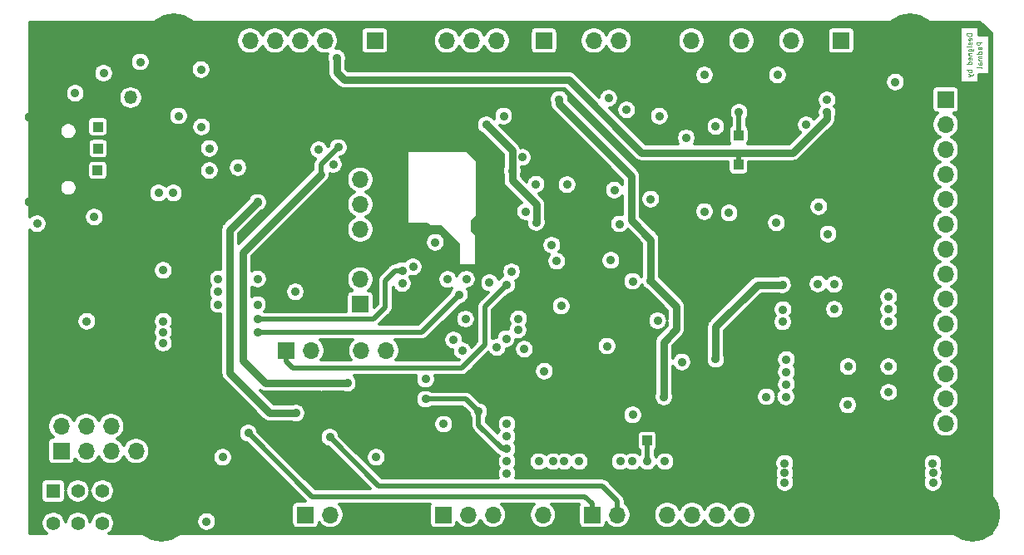
<source format=gbl>
G04 #@! TF.GenerationSoftware,KiCad,Pcbnew,5.1.6-c6e7f7d~86~ubuntu18.04.1*
G04 #@! TF.CreationDate,2020-06-23T13:52:06+02:00*
G04 #@! TF.ProjectId,PSLab,50534c61-622e-46b6-9963-61645f706362,v6.1*
G04 #@! TF.SameCoordinates,Original*
G04 #@! TF.FileFunction,Copper,L4,Bot*
G04 #@! TF.FilePolarity,Positive*
%FSLAX46Y46*%
G04 Gerber Fmt 4.6, Leading zero omitted, Abs format (unit mm)*
G04 Created by KiCad (PCBNEW 5.1.6-c6e7f7d~86~ubuntu18.04.1) date 2020-06-23 13:52:06*
%MOMM*%
%LPD*%
G01*
G04 APERTURE LIST*
G04 #@! TA.AperFunction,NonConductor*
%ADD10C,0.125000*%
G04 #@! TD*
G04 #@! TA.AperFunction,NonConductor*
%ADD11C,0.090000*%
G04 #@! TD*
G04 #@! TA.AperFunction,ComponentPad*
%ADD12R,1.700000X1.700000*%
G04 #@! TD*
G04 #@! TA.AperFunction,ComponentPad*
%ADD13O,1.700000X1.700000*%
G04 #@! TD*
G04 #@! TA.AperFunction,ComponentPad*
%ADD14C,5.600000*%
G04 #@! TD*
G04 #@! TA.AperFunction,ComponentPad*
%ADD15O,2.100000X1.000000*%
G04 #@! TD*
G04 #@! TA.AperFunction,ComponentPad*
%ADD16O,1.600000X1.000000*%
G04 #@! TD*
G04 #@! TA.AperFunction,SMDPad,CuDef*
%ADD17R,1.000000X1.000000*%
G04 #@! TD*
G04 #@! TA.AperFunction,ComponentPad*
%ADD18R,1.400000X1.400000*%
G04 #@! TD*
G04 #@! TA.AperFunction,ComponentPad*
%ADD19C,1.400000*%
G04 #@! TD*
G04 #@! TA.AperFunction,ComponentPad*
%ADD20O,1.350000X1.350000*%
G04 #@! TD*
G04 #@! TA.AperFunction,ViaPad*
%ADD21C,0.914400*%
G04 #@! TD*
G04 #@! TA.AperFunction,Conductor*
%ADD22C,0.508000*%
G04 #@! TD*
G04 #@! TA.AperFunction,Conductor*
%ADD23C,0.762000*%
G04 #@! TD*
G04 #@! TA.AperFunction,Conductor*
%ADD24C,0.406400*%
G04 #@! TD*
G04 #@! TA.AperFunction,Conductor*
%ADD25C,0.300000*%
G04 #@! TD*
G04 APERTURE END LIST*
D10*
X188416990Y-62926190D02*
X187916990Y-62926190D01*
X187916990Y-63116666D01*
X187940800Y-63164285D01*
X187964609Y-63188095D01*
X188012228Y-63211904D01*
X188083657Y-63211904D01*
X188131276Y-63188095D01*
X188155085Y-63164285D01*
X188178895Y-63116666D01*
X188178895Y-62926190D01*
X188416990Y-63640476D02*
X188155085Y-63640476D01*
X188107466Y-63616666D01*
X188083657Y-63569047D01*
X188083657Y-63473809D01*
X188107466Y-63426190D01*
X188393180Y-63640476D02*
X188416990Y-63592857D01*
X188416990Y-63473809D01*
X188393180Y-63426190D01*
X188345561Y-63402380D01*
X188297942Y-63402380D01*
X188250323Y-63426190D01*
X188226514Y-63473809D01*
X188226514Y-63592857D01*
X188202704Y-63640476D01*
X188416990Y-64092857D02*
X187916990Y-64092857D01*
X188393180Y-64092857D02*
X188416990Y-64045238D01*
X188416990Y-63950000D01*
X188393180Y-63902380D01*
X188369371Y-63878571D01*
X188321752Y-63854761D01*
X188178895Y-63854761D01*
X188131276Y-63878571D01*
X188107466Y-63902380D01*
X188083657Y-63950000D01*
X188083657Y-64045238D01*
X188107466Y-64092857D01*
X188416990Y-64330952D02*
X188083657Y-64330952D01*
X188131276Y-64330952D02*
X188107466Y-64354761D01*
X188083657Y-64402380D01*
X188083657Y-64473809D01*
X188107466Y-64521428D01*
X188155085Y-64545238D01*
X188416990Y-64545238D01*
X188155085Y-64545238D02*
X188107466Y-64569047D01*
X188083657Y-64616666D01*
X188083657Y-64688095D01*
X188107466Y-64735714D01*
X188155085Y-64759523D01*
X188416990Y-64759523D01*
X188416990Y-65211904D02*
X188155085Y-65211904D01*
X188107466Y-65188095D01*
X188083657Y-65140476D01*
X188083657Y-65045238D01*
X188107466Y-64997619D01*
X188393180Y-65211904D02*
X188416990Y-65164285D01*
X188416990Y-65045238D01*
X188393180Y-64997619D01*
X188345561Y-64973809D01*
X188297942Y-64973809D01*
X188250323Y-64997619D01*
X188226514Y-65045238D01*
X188226514Y-65164285D01*
X188202704Y-65211904D01*
X188416990Y-65521428D02*
X188393180Y-65473809D01*
X188345561Y-65450000D01*
X187916990Y-65450000D01*
D11*
X187386190Y-62023333D02*
X186886190Y-62023333D01*
X186886190Y-62142380D01*
X186910000Y-62213809D01*
X186957619Y-62261428D01*
X187005238Y-62285238D01*
X187100476Y-62309047D01*
X187171904Y-62309047D01*
X187267142Y-62285238D01*
X187314761Y-62261428D01*
X187362380Y-62213809D01*
X187386190Y-62142380D01*
X187386190Y-62023333D01*
X187362380Y-62713809D02*
X187386190Y-62666190D01*
X187386190Y-62570952D01*
X187362380Y-62523333D01*
X187314761Y-62499523D01*
X187124285Y-62499523D01*
X187076666Y-62523333D01*
X187052857Y-62570952D01*
X187052857Y-62666190D01*
X187076666Y-62713809D01*
X187124285Y-62737619D01*
X187171904Y-62737619D01*
X187219523Y-62499523D01*
X187362380Y-62928095D02*
X187386190Y-62975714D01*
X187386190Y-63070952D01*
X187362380Y-63118571D01*
X187314761Y-63142380D01*
X187290952Y-63142380D01*
X187243333Y-63118571D01*
X187219523Y-63070952D01*
X187219523Y-62999523D01*
X187195714Y-62951904D01*
X187148095Y-62928095D01*
X187124285Y-62928095D01*
X187076666Y-62951904D01*
X187052857Y-62999523D01*
X187052857Y-63070952D01*
X187076666Y-63118571D01*
X187386190Y-63356666D02*
X187052857Y-63356666D01*
X186886190Y-63356666D02*
X186910000Y-63332857D01*
X186933809Y-63356666D01*
X186910000Y-63380476D01*
X186886190Y-63356666D01*
X186933809Y-63356666D01*
X187052857Y-63809047D02*
X187457619Y-63809047D01*
X187505238Y-63785238D01*
X187529047Y-63761428D01*
X187552857Y-63713809D01*
X187552857Y-63642380D01*
X187529047Y-63594761D01*
X187362380Y-63809047D02*
X187386190Y-63761428D01*
X187386190Y-63666190D01*
X187362380Y-63618571D01*
X187338571Y-63594761D01*
X187290952Y-63570952D01*
X187148095Y-63570952D01*
X187100476Y-63594761D01*
X187076666Y-63618571D01*
X187052857Y-63666190D01*
X187052857Y-63761428D01*
X187076666Y-63809047D01*
X187052857Y-64047142D02*
X187386190Y-64047142D01*
X187100476Y-64047142D02*
X187076666Y-64070952D01*
X187052857Y-64118571D01*
X187052857Y-64190000D01*
X187076666Y-64237619D01*
X187124285Y-64261428D01*
X187386190Y-64261428D01*
X187362380Y-64690000D02*
X187386190Y-64642380D01*
X187386190Y-64547142D01*
X187362380Y-64499523D01*
X187314761Y-64475714D01*
X187124285Y-64475714D01*
X187076666Y-64499523D01*
X187052857Y-64547142D01*
X187052857Y-64642380D01*
X187076666Y-64690000D01*
X187124285Y-64713809D01*
X187171904Y-64713809D01*
X187219523Y-64475714D01*
X187386190Y-65142380D02*
X186886190Y-65142380D01*
X187362380Y-65142380D02*
X187386190Y-65094761D01*
X187386190Y-64999523D01*
X187362380Y-64951904D01*
X187338571Y-64928095D01*
X187290952Y-64904285D01*
X187148095Y-64904285D01*
X187100476Y-64928095D01*
X187076666Y-64951904D01*
X187052857Y-64999523D01*
X187052857Y-65094761D01*
X187076666Y-65142380D01*
X187386190Y-65761428D02*
X186886190Y-65761428D01*
X187076666Y-65761428D02*
X187052857Y-65809047D01*
X187052857Y-65904285D01*
X187076666Y-65951904D01*
X187100476Y-65975714D01*
X187148095Y-65999523D01*
X187290952Y-65999523D01*
X187338571Y-65975714D01*
X187362380Y-65951904D01*
X187386190Y-65904285D01*
X187386190Y-65809047D01*
X187362380Y-65761428D01*
X187052857Y-66166190D02*
X187386190Y-66285238D01*
X187052857Y-66404285D02*
X187386190Y-66285238D01*
X187505238Y-66237619D01*
X187529047Y-66213809D01*
X187552857Y-66166190D01*
D12*
X94718800Y-104571600D03*
D13*
X94718800Y-102031600D03*
X97258800Y-104571600D03*
X97258800Y-102031600D03*
X99798800Y-104571600D03*
X99798800Y-102031600D03*
X102338800Y-104571600D03*
X102338800Y-102031600D03*
D12*
X174090000Y-62750000D03*
D13*
X171550000Y-62750000D03*
X169010000Y-62750000D03*
X166470000Y-62750000D03*
X163930000Y-62750000D03*
X161390000Y-62750000D03*
X158850000Y-62750000D03*
X156310000Y-62750000D03*
D12*
X131430000Y-62750000D03*
D13*
X133970000Y-62750000D03*
X136510000Y-62750000D03*
X139050000Y-62750000D03*
D12*
X143850000Y-62750000D03*
D13*
X146390000Y-62750000D03*
X148930000Y-62750000D03*
X151470000Y-62750000D03*
D12*
X184736400Y-68757600D03*
D13*
X187276400Y-68757600D03*
X184736400Y-71297600D03*
X187276400Y-71297600D03*
X184736400Y-73837600D03*
X187276400Y-73837600D03*
X184736400Y-76377600D03*
X187276400Y-76377600D03*
X184736400Y-78917600D03*
X187276400Y-78917600D03*
X184736400Y-81457600D03*
X187276400Y-81457600D03*
X184736400Y-83997600D03*
X187276400Y-83997600D03*
X184736400Y-86537600D03*
X187276400Y-86537600D03*
X184736400Y-89077600D03*
X187276400Y-89077600D03*
X184736400Y-91617600D03*
X187276400Y-91617600D03*
X184736400Y-94157600D03*
X187276400Y-94157600D03*
X184736400Y-96697600D03*
X187276400Y-96697600D03*
X184736400Y-99237600D03*
X187276400Y-99237600D03*
X184736400Y-101777600D03*
X187276400Y-101777600D03*
D12*
X125148000Y-89611000D03*
D13*
X125148000Y-87071000D03*
X125148000Y-84531000D03*
X125148000Y-81991000D03*
X125148000Y-79451000D03*
X125148000Y-76911000D03*
D14*
X104880000Y-111020000D03*
X181090000Y-62780000D03*
X106150000Y-62770000D03*
X187420000Y-111010000D03*
D12*
X126630000Y-62750000D03*
D13*
X124090000Y-62750000D03*
X121550000Y-62750000D03*
X119010000Y-62750000D03*
X116470000Y-62750000D03*
X113930000Y-62750000D03*
D15*
X95944200Y-70533600D03*
X95944200Y-79173600D03*
D16*
X91764200Y-70533600D03*
X91764200Y-79173600D03*
D17*
X163654400Y-75412400D03*
X163679800Y-72389800D03*
D12*
X148770000Y-111074000D03*
D13*
X151310000Y-111074000D03*
X153850000Y-111074000D03*
X156390000Y-111074000D03*
X158930000Y-111074000D03*
X161470000Y-111074000D03*
X164010000Y-111074000D03*
X166550000Y-111074000D03*
D12*
X119560000Y-111074000D03*
D13*
X122100000Y-111074000D03*
X124640000Y-111074000D03*
D12*
X117629600Y-94335400D03*
D13*
X120169600Y-94335400D03*
X122709600Y-94335400D03*
X125249600Y-94335400D03*
X127789600Y-94335400D03*
D18*
X93906000Y-108635600D03*
D19*
X96406000Y-108635600D03*
X98906000Y-108635600D03*
X93906000Y-111935600D03*
X96406000Y-111935600D03*
X98906000Y-111935600D03*
D17*
X98427200Y-78200000D03*
X98452600Y-71526200D03*
X98427200Y-75971200D03*
X98478000Y-73750000D03*
X154358000Y-103504800D03*
D20*
X101780000Y-68554400D03*
G04 #@! TA.AperFunction,ComponentPad*
G36*
G01*
X102455000Y-66216900D02*
X102455000Y-66891900D01*
G75*
G02*
X102117500Y-67229400I-337500J0D01*
G01*
X101442500Y-67229400D01*
G75*
G02*
X101105000Y-66891900I0J337500D01*
G01*
X101105000Y-66216900D01*
G75*
G02*
X101442500Y-65879400I337500J0D01*
G01*
X102117500Y-65879400D01*
G75*
G02*
X102455000Y-66216900I0J-337500D01*
G01*
G37*
G04 #@! TD.AperFunction*
D12*
X133580800Y-111074000D03*
D13*
X136120800Y-111074000D03*
X138660800Y-111074000D03*
X141200800Y-111074000D03*
X143740800Y-111074000D03*
D21*
X162760000Y-100480000D03*
X136850000Y-74110000D03*
X156910000Y-82700000D03*
X170480000Y-93340000D03*
X147760000Y-77420000D03*
X155310000Y-72590000D03*
X160640000Y-68650000D03*
X97350000Y-62777200D03*
X97350000Y-63717200D03*
X173400000Y-91400000D03*
X175306000Y-103414400D03*
X175326000Y-110644400D03*
X176516000Y-110674400D03*
X174036000Y-110644400D03*
X156470000Y-78870000D03*
X98427190Y-78200000D03*
X178894400Y-93344800D03*
X105894834Y-74850000D03*
X102755000Y-85074978D03*
X92352990Y-85075000D03*
X101119600Y-72600000D03*
X117426400Y-72872400D03*
X112702000Y-70652200D03*
X112463000Y-66573200D03*
X105090000Y-89175000D03*
X112956000Y-110439000D03*
X112956000Y-111429600D03*
X116359600Y-110235720D03*
X105945600Y-101168000D03*
X136349400Y-93300000D03*
X149837510Y-88620000D03*
X98071600Y-80721000D03*
X96140010Y-68107510D03*
X118544000Y-88341000D03*
X131795218Y-99288400D03*
X156161400Y-105638400D03*
X140080000Y-104368400D03*
X137195214Y-100558400D03*
X141630000Y-74640000D03*
X145600000Y-89800000D03*
X152890000Y-100890000D03*
X144640000Y-83590000D03*
X138300000Y-87420000D03*
X168520000Y-95260000D03*
X114700000Y-79220000D03*
X160190000Y-66250000D03*
X163700000Y-70050000D03*
X118617400Y-100708000D03*
X122750000Y-64530000D03*
X172650004Y-70050000D03*
X122912800Y-73634400D03*
X123837500Y-97649980D03*
X135230000Y-88650000D03*
X168519189Y-96528572D03*
X178919704Y-88850000D03*
X114690000Y-92444333D03*
X152250000Y-69800000D03*
X134060000Y-87080000D03*
X141220000Y-92240000D03*
X152834000Y-105638400D03*
X135960000Y-87060000D03*
X155600000Y-70450000D03*
X151620000Y-105638400D03*
X141260000Y-91100000D03*
X130530000Y-85800000D03*
X105090000Y-92470000D03*
X168510000Y-97790000D03*
X178919704Y-90130000D03*
X139070000Y-94010000D03*
X174762500Y-99880904D03*
X140010000Y-93130000D03*
X178919700Y-98577202D03*
X141830000Y-94180000D03*
X178919700Y-95960988D03*
X143880000Y-96440000D03*
X174804900Y-95961012D03*
X161330000Y-71500000D03*
X179605600Y-66979600D03*
X166490000Y-99040000D03*
X147423802Y-105638400D03*
X110700000Y-88350000D03*
X105090000Y-86156600D03*
X110700000Y-89640000D03*
X106123400Y-78282602D03*
X110700000Y-87040000D03*
X104624800Y-78282602D03*
X120924000Y-73862988D03*
X112701980Y-75702200D03*
X145390000Y-68730000D03*
X156050000Y-99050000D03*
X154720000Y-87230000D03*
X150450000Y-68620000D03*
X161335000Y-95215000D03*
X122401811Y-75371811D03*
X162689200Y-80314602D03*
X168120000Y-87620000D03*
X168150000Y-91410000D03*
X146200000Y-77420000D03*
X157890000Y-95500000D03*
X167620000Y-66240000D03*
X172650000Y-68780000D03*
X145130000Y-85220000D03*
X173400000Y-87580000D03*
X140550000Y-86300000D03*
X171807800Y-79679600D03*
X158330000Y-72660000D03*
X170539998Y-71320000D03*
X140080000Y-105638400D03*
X111160014Y-105206500D03*
X167500000Y-81310000D03*
X172760000Y-82460000D03*
X155420000Y-91290000D03*
X171730000Y-87560000D03*
X151538600Y-81432200D03*
X154710000Y-78900000D03*
X152890000Y-87270000D03*
X168170000Y-90160000D03*
X173400000Y-90120000D03*
X168480000Y-99050000D03*
X145925200Y-105638400D03*
X144807600Y-105638400D03*
X178919704Y-91389000D03*
X160190000Y-80170000D03*
X150660000Y-85140000D03*
X113759986Y-102747500D03*
X126760000Y-105206484D03*
X140080000Y-101828400D03*
X122059986Y-103155000D03*
X151020000Y-77990000D03*
X150270000Y-93880000D03*
X139750000Y-70440000D03*
X140070000Y-87630000D03*
X140080000Y-106908400D03*
X143334400Y-105638400D03*
X140080000Y-103098400D03*
X133631602Y-101828400D03*
X143040000Y-77390000D03*
X141980000Y-80180000D03*
X134650000Y-93250000D03*
X114712855Y-87040000D03*
X135550000Y-94350000D03*
X114690000Y-89640000D03*
X129430000Y-86200000D03*
X114690000Y-91135000D03*
X143070000Y-81270000D03*
X140610000Y-76020000D03*
X135870000Y-91120000D03*
X137990000Y-71320000D03*
X132770000Y-83310000D03*
X105090000Y-91370000D03*
X102760000Y-64920000D03*
X92280400Y-81406728D03*
X108993600Y-71551598D03*
X97309612Y-91363574D03*
X108960000Y-65710000D03*
X98427200Y-71551600D03*
X106656786Y-70427500D03*
X98442400Y-73750000D03*
X109806400Y-73736000D03*
X98442406Y-75950000D03*
X109806400Y-75983585D03*
X105090000Y-93580000D03*
X131802800Y-97256402D03*
X129430000Y-87500000D03*
X183454800Y-106792000D03*
X168356400Y-107772000D03*
X183444800Y-107772000D03*
X168346400Y-105812000D03*
X183434800Y-105812000D03*
X168356400Y-106792000D03*
X109501600Y-111759900D03*
X99036800Y-66065200D03*
X154370000Y-105638400D03*
D22*
X112445000Y-66500000D02*
X112430000Y-66500000D01*
X137195214Y-101923788D02*
X137195214Y-100558400D01*
X140080000Y-104368400D02*
X139639826Y-104368400D01*
X139639826Y-104368400D02*
X137195214Y-101923788D01*
X135925214Y-99288400D02*
X137195214Y-100558400D01*
X131795200Y-99288400D02*
X135925214Y-99288400D01*
D23*
X114710000Y-79230000D02*
X114700000Y-79220000D01*
X118617400Y-100708000D02*
X118620200Y-100710800D01*
X115948000Y-100708000D02*
X118617400Y-100708000D01*
X111889200Y-96649200D02*
X115948000Y-100708000D01*
X114700000Y-79220000D02*
X111889200Y-82030800D01*
X111889200Y-82030800D02*
X111889200Y-96649200D01*
D22*
X163679800Y-70070200D02*
X163700000Y-70050000D01*
X163679800Y-72389800D02*
X163679800Y-70070200D01*
D23*
X122750000Y-64530000D02*
X122750000Y-65990000D01*
X153780000Y-74150000D02*
X169196582Y-74150000D01*
X169196582Y-74150000D02*
X172650004Y-70696578D01*
X146380000Y-66750000D02*
X153780000Y-74150000D01*
X122750000Y-65990000D02*
X123510000Y-66750000D01*
X172650004Y-70696578D02*
X172650004Y-70050000D01*
X123510000Y-66750000D02*
X146380000Y-66750000D01*
X169050000Y-74150000D02*
X169060000Y-74160000D01*
D22*
X121135000Y-76395000D02*
X121135000Y-75412200D01*
X121135000Y-75412200D02*
X122912800Y-73634400D01*
D23*
X113210000Y-95360000D02*
X115499980Y-97649980D01*
X113210000Y-84320000D02*
X113210000Y-95360000D01*
X121135000Y-76395000D02*
X113210000Y-84320000D01*
D22*
X121211000Y-97815200D02*
X121376220Y-97649980D01*
D23*
X115499980Y-97649980D02*
X121376220Y-97649980D01*
X121376220Y-97649980D02*
X123837500Y-97649980D01*
D22*
X163654400Y-74269400D02*
X163535000Y-74150000D01*
X163654400Y-75412400D02*
X163654400Y-74269400D01*
D23*
X153780000Y-74150000D02*
X163535000Y-74150000D01*
X163535000Y-74150000D02*
X169050000Y-74150000D01*
D22*
X131435667Y-92444333D02*
X114760637Y-92444333D01*
X135230000Y-88650000D02*
X131435667Y-92444333D01*
D23*
X154720000Y-83040000D02*
X154720000Y-87230000D01*
X145390000Y-68730000D02*
X145390000Y-69210000D01*
X152760000Y-81080000D02*
X154720000Y-83040000D01*
X145390000Y-69210000D02*
X152760000Y-76580000D01*
X152760000Y-76580000D02*
X152760000Y-81080000D01*
X157340000Y-89850000D02*
X154720000Y-87230000D01*
X157340000Y-92160000D02*
X157340000Y-89850000D01*
X156050000Y-93450000D02*
X157340000Y-92160000D01*
X156050000Y-99050000D02*
X156050000Y-93450000D01*
X165630000Y-87620000D02*
X168120000Y-87620000D01*
X161335000Y-91915000D02*
X165630000Y-87620000D01*
X161335000Y-95215000D02*
X161335000Y-91915000D01*
D22*
X148037011Y-109198011D02*
X120210497Y-109198011D01*
X120210497Y-109198011D02*
X113759986Y-102747500D01*
X148770000Y-111074000D02*
X148770000Y-109931000D01*
X148770000Y-109931000D02*
X148037011Y-109198011D01*
X127032586Y-108127600D02*
X122059986Y-103155000D01*
X149760600Y-108127600D02*
X127032586Y-108127600D01*
X151310000Y-111074000D02*
X151310000Y-109677000D01*
X151310000Y-109677000D02*
X149760600Y-108127600D01*
X139612801Y-88087199D02*
X140070000Y-87630000D01*
X117629600Y-95453000D02*
X118290000Y-96113400D01*
X118290000Y-96113400D02*
X135485800Y-96113400D01*
X135485800Y-96113400D02*
X137820000Y-93779200D01*
X137820000Y-93779200D02*
X137820000Y-89880000D01*
X117629600Y-94335400D02*
X117629600Y-95453000D01*
X137820000Y-89880000D02*
X139612801Y-88087199D01*
X129430000Y-86200000D02*
X128711400Y-86200000D01*
X128711400Y-86200000D02*
X127713400Y-87198000D01*
X127713400Y-89915800D02*
X126494200Y-91135000D01*
X127713400Y-87198000D02*
X127713400Y-89915800D01*
X126494200Y-91135000D02*
X114708600Y-91135000D01*
D23*
X143070000Y-81270000D02*
X143070000Y-79440000D01*
X140610000Y-76980000D02*
X140610000Y-76020000D01*
X143070000Y-79440000D02*
X140610000Y-76980000D01*
X140605000Y-76015000D02*
X140610000Y-76020000D01*
X140605000Y-73950000D02*
X140605000Y-76015000D01*
X137990000Y-71335000D02*
X140605000Y-73950000D01*
X137990000Y-71320000D02*
X137990000Y-71335000D01*
D24*
X98425600Y-71550000D02*
X98427200Y-71551600D01*
D22*
X154358000Y-105626390D02*
X154370000Y-105638390D01*
X154358000Y-103479400D02*
X154358000Y-105626390D01*
D25*
G36*
X189370000Y-62038528D02*
G01*
X189370001Y-112980000D01*
X99592884Y-112980000D01*
X99702828Y-112906538D01*
X99876938Y-112732428D01*
X100013735Y-112527697D01*
X100107963Y-112300211D01*
X100156000Y-112058714D01*
X100156000Y-111812486D01*
X100125808Y-111660699D01*
X108494400Y-111660699D01*
X108494400Y-111859101D01*
X108533107Y-112053689D01*
X108609031Y-112236988D01*
X108719257Y-112401952D01*
X108859548Y-112542243D01*
X109024512Y-112652469D01*
X109207811Y-112728393D01*
X109402399Y-112767100D01*
X109600801Y-112767100D01*
X109795389Y-112728393D01*
X109978688Y-112652469D01*
X110143652Y-112542243D01*
X110283943Y-112401952D01*
X110394169Y-112236988D01*
X110470093Y-112053689D01*
X110508800Y-111859101D01*
X110508800Y-111660699D01*
X110470093Y-111466111D01*
X110394169Y-111282812D01*
X110283943Y-111117848D01*
X110143652Y-110977557D01*
X109978688Y-110867331D01*
X109795389Y-110791407D01*
X109600801Y-110752700D01*
X109402399Y-110752700D01*
X109207811Y-110791407D01*
X109024512Y-110867331D01*
X108859548Y-110977557D01*
X108719257Y-111117848D01*
X108609031Y-111282812D01*
X108533107Y-111466111D01*
X108494400Y-111660699D01*
X100125808Y-111660699D01*
X100107963Y-111570989D01*
X100013735Y-111343503D01*
X99876938Y-111138772D01*
X99702828Y-110964662D01*
X99498097Y-110827865D01*
X99270611Y-110733637D01*
X99029114Y-110685600D01*
X98782886Y-110685600D01*
X98541389Y-110733637D01*
X98313903Y-110827865D01*
X98109172Y-110964662D01*
X97935062Y-111138772D01*
X97798265Y-111343503D01*
X97704037Y-111570989D01*
X97656000Y-111812486D01*
X97607963Y-111570989D01*
X97513735Y-111343503D01*
X97376938Y-111138772D01*
X97202828Y-110964662D01*
X96998097Y-110827865D01*
X96770611Y-110733637D01*
X96529114Y-110685600D01*
X96282886Y-110685600D01*
X96041389Y-110733637D01*
X95813903Y-110827865D01*
X95609172Y-110964662D01*
X95435062Y-111138772D01*
X95298265Y-111343503D01*
X95204037Y-111570989D01*
X95156000Y-111812486D01*
X95107963Y-111570989D01*
X95013735Y-111343503D01*
X94876938Y-111138772D01*
X94702828Y-110964662D01*
X94498097Y-110827865D01*
X94270611Y-110733637D01*
X94029114Y-110685600D01*
X93782886Y-110685600D01*
X93541389Y-110733637D01*
X93313903Y-110827865D01*
X93109172Y-110964662D01*
X92935062Y-111138772D01*
X92798265Y-111343503D01*
X92704037Y-111570989D01*
X92656000Y-111812486D01*
X92656000Y-112058714D01*
X92704037Y-112300211D01*
X92798265Y-112527697D01*
X92935062Y-112732428D01*
X93109172Y-112906538D01*
X93219116Y-112980000D01*
X91540000Y-112980000D01*
X91540000Y-107935600D01*
X92653339Y-107935600D01*
X92653339Y-109335600D01*
X92663958Y-109443419D01*
X92695408Y-109547094D01*
X92746479Y-109642642D01*
X92815210Y-109726390D01*
X92898958Y-109795121D01*
X92994506Y-109846192D01*
X93098181Y-109877642D01*
X93206000Y-109888261D01*
X94606000Y-109888261D01*
X94713819Y-109877642D01*
X94817494Y-109846192D01*
X94913042Y-109795121D01*
X94996790Y-109726390D01*
X95065521Y-109642642D01*
X95116592Y-109547094D01*
X95148042Y-109443419D01*
X95158661Y-109335600D01*
X95158661Y-108772092D01*
X95204037Y-109000211D01*
X95298265Y-109227697D01*
X95435062Y-109432428D01*
X95609172Y-109606538D01*
X95813903Y-109743335D01*
X96041389Y-109837563D01*
X96282886Y-109885600D01*
X96529114Y-109885600D01*
X96770611Y-109837563D01*
X96998097Y-109743335D01*
X97202828Y-109606538D01*
X97376938Y-109432428D01*
X97513735Y-109227697D01*
X97607963Y-109000211D01*
X97656000Y-108758714D01*
X97704037Y-109000211D01*
X97798265Y-109227697D01*
X97935062Y-109432428D01*
X98109172Y-109606538D01*
X98313903Y-109743335D01*
X98541389Y-109837563D01*
X98782886Y-109885600D01*
X99029114Y-109885600D01*
X99270611Y-109837563D01*
X99498097Y-109743335D01*
X99702828Y-109606538D01*
X99876938Y-109432428D01*
X100013735Y-109227697D01*
X100107963Y-109000211D01*
X100156000Y-108758714D01*
X100156000Y-108512486D01*
X100107963Y-108270989D01*
X100013735Y-108043503D01*
X99876938Y-107838772D01*
X99702828Y-107664662D01*
X99498097Y-107527865D01*
X99270611Y-107433637D01*
X99029114Y-107385600D01*
X98782886Y-107385600D01*
X98541389Y-107433637D01*
X98313903Y-107527865D01*
X98109172Y-107664662D01*
X97935062Y-107838772D01*
X97798265Y-108043503D01*
X97704037Y-108270989D01*
X97656000Y-108512486D01*
X97607963Y-108270989D01*
X97513735Y-108043503D01*
X97376938Y-107838772D01*
X97202828Y-107664662D01*
X96998097Y-107527865D01*
X96770611Y-107433637D01*
X96529114Y-107385600D01*
X96282886Y-107385600D01*
X96041389Y-107433637D01*
X95813903Y-107527865D01*
X95609172Y-107664662D01*
X95435062Y-107838772D01*
X95298265Y-108043503D01*
X95204037Y-108270989D01*
X95158661Y-108499108D01*
X95158661Y-107935600D01*
X95148042Y-107827781D01*
X95116592Y-107724106D01*
X95065521Y-107628558D01*
X94996790Y-107544810D01*
X94913042Y-107476079D01*
X94817494Y-107425008D01*
X94713819Y-107393558D01*
X94606000Y-107382939D01*
X93206000Y-107382939D01*
X93098181Y-107393558D01*
X92994506Y-107425008D01*
X92898958Y-107476079D01*
X92815210Y-107544810D01*
X92746479Y-107628558D01*
X92695408Y-107724106D01*
X92663958Y-107827781D01*
X92653339Y-107935600D01*
X91540000Y-107935600D01*
X91540000Y-103721600D01*
X93316139Y-103721600D01*
X93316139Y-105421600D01*
X93326758Y-105529419D01*
X93358208Y-105633094D01*
X93409279Y-105728642D01*
X93478010Y-105812390D01*
X93561758Y-105881121D01*
X93657306Y-105932192D01*
X93760981Y-105963642D01*
X93868800Y-105974261D01*
X95568800Y-105974261D01*
X95676619Y-105963642D01*
X95780294Y-105932192D01*
X95875842Y-105881121D01*
X95959590Y-105812390D01*
X96028321Y-105728642D01*
X96079392Y-105633094D01*
X96110842Y-105529419D01*
X96121461Y-105421600D01*
X96121461Y-105389385D01*
X96171349Y-105464048D01*
X96366352Y-105659051D01*
X96595651Y-105812264D01*
X96850435Y-105917799D01*
X97120912Y-105971600D01*
X97396688Y-105971600D01*
X97667165Y-105917799D01*
X97921949Y-105812264D01*
X98151248Y-105659051D01*
X98346251Y-105464048D01*
X98499464Y-105234749D01*
X98528800Y-105163926D01*
X98558136Y-105234749D01*
X98711349Y-105464048D01*
X98906352Y-105659051D01*
X99135651Y-105812264D01*
X99390435Y-105917799D01*
X99660912Y-105971600D01*
X99936688Y-105971600D01*
X100207165Y-105917799D01*
X100461949Y-105812264D01*
X100691248Y-105659051D01*
X100886251Y-105464048D01*
X101039464Y-105234749D01*
X101068800Y-105163926D01*
X101098136Y-105234749D01*
X101251349Y-105464048D01*
X101446352Y-105659051D01*
X101675651Y-105812264D01*
X101930435Y-105917799D01*
X102200912Y-105971600D01*
X102476688Y-105971600D01*
X102747165Y-105917799D01*
X103001949Y-105812264D01*
X103231248Y-105659051D01*
X103426251Y-105464048D01*
X103579464Y-105234749D01*
X103632255Y-105107299D01*
X110152814Y-105107299D01*
X110152814Y-105305701D01*
X110191521Y-105500289D01*
X110267445Y-105683588D01*
X110377671Y-105848552D01*
X110517962Y-105988843D01*
X110682926Y-106099069D01*
X110866225Y-106174993D01*
X111060813Y-106213700D01*
X111259215Y-106213700D01*
X111453803Y-106174993D01*
X111637102Y-106099069D01*
X111802066Y-105988843D01*
X111942357Y-105848552D01*
X112052583Y-105683588D01*
X112128507Y-105500289D01*
X112167214Y-105305701D01*
X112167214Y-105107299D01*
X112128507Y-104912711D01*
X112052583Y-104729412D01*
X111942357Y-104564448D01*
X111802066Y-104424157D01*
X111637102Y-104313931D01*
X111453803Y-104238007D01*
X111259215Y-104199300D01*
X111060813Y-104199300D01*
X110866225Y-104238007D01*
X110682926Y-104313931D01*
X110517962Y-104424157D01*
X110377671Y-104564448D01*
X110267445Y-104729412D01*
X110191521Y-104912711D01*
X110152814Y-105107299D01*
X103632255Y-105107299D01*
X103684999Y-104979965D01*
X103738800Y-104709488D01*
X103738800Y-104433712D01*
X103684999Y-104163235D01*
X103579464Y-103908451D01*
X103426251Y-103679152D01*
X103231248Y-103484149D01*
X103001949Y-103330936D01*
X102747165Y-103225401D01*
X102476688Y-103171600D01*
X102200912Y-103171600D01*
X101930435Y-103225401D01*
X101675651Y-103330936D01*
X101446352Y-103484149D01*
X101251349Y-103679152D01*
X101098136Y-103908451D01*
X101068800Y-103979274D01*
X101039464Y-103908451D01*
X100886251Y-103679152D01*
X100691248Y-103484149D01*
X100461949Y-103330936D01*
X100391126Y-103301600D01*
X100461949Y-103272264D01*
X100691248Y-103119051D01*
X100886251Y-102924048D01*
X101039464Y-102694749D01*
X101058704Y-102648299D01*
X112752786Y-102648299D01*
X112752786Y-102846701D01*
X112791493Y-103041289D01*
X112867417Y-103224588D01*
X112977643Y-103389552D01*
X113117934Y-103529843D01*
X113282898Y-103640069D01*
X113466197Y-103715993D01*
X113622554Y-103747095D01*
X119546797Y-109671339D01*
X118710000Y-109671339D01*
X118602181Y-109681958D01*
X118498506Y-109713408D01*
X118402958Y-109764479D01*
X118319210Y-109833210D01*
X118250479Y-109916958D01*
X118199408Y-110012506D01*
X118167958Y-110116181D01*
X118157339Y-110224000D01*
X118157339Y-111924000D01*
X118167958Y-112031819D01*
X118199408Y-112135494D01*
X118250479Y-112231042D01*
X118319210Y-112314790D01*
X118402958Y-112383521D01*
X118498506Y-112434592D01*
X118602181Y-112466042D01*
X118710000Y-112476661D01*
X120410000Y-112476661D01*
X120517819Y-112466042D01*
X120621494Y-112434592D01*
X120717042Y-112383521D01*
X120800790Y-112314790D01*
X120869521Y-112231042D01*
X120920592Y-112135494D01*
X120952042Y-112031819D01*
X120962661Y-111924000D01*
X120962661Y-111891785D01*
X121012549Y-111966448D01*
X121207552Y-112161451D01*
X121436851Y-112314664D01*
X121691635Y-112420199D01*
X121962112Y-112474000D01*
X122237888Y-112474000D01*
X122508365Y-112420199D01*
X122763149Y-112314664D01*
X122992448Y-112161451D01*
X123187451Y-111966448D01*
X123340664Y-111737149D01*
X123446199Y-111482365D01*
X123500000Y-111211888D01*
X123500000Y-110936112D01*
X123446199Y-110665635D01*
X123340664Y-110410851D01*
X123187451Y-110181552D01*
X123007910Y-110002011D01*
X132225818Y-110002011D01*
X132220208Y-110012506D01*
X132188758Y-110116181D01*
X132178139Y-110224000D01*
X132178139Y-111924000D01*
X132188758Y-112031819D01*
X132220208Y-112135494D01*
X132271279Y-112231042D01*
X132340010Y-112314790D01*
X132423758Y-112383521D01*
X132519306Y-112434592D01*
X132622981Y-112466042D01*
X132730800Y-112476661D01*
X134430800Y-112476661D01*
X134538619Y-112466042D01*
X134642294Y-112434592D01*
X134737842Y-112383521D01*
X134821590Y-112314790D01*
X134890321Y-112231042D01*
X134941392Y-112135494D01*
X134972842Y-112031819D01*
X134983461Y-111924000D01*
X134983461Y-111891785D01*
X135033349Y-111966448D01*
X135228352Y-112161451D01*
X135457651Y-112314664D01*
X135712435Y-112420199D01*
X135982912Y-112474000D01*
X136258688Y-112474000D01*
X136529165Y-112420199D01*
X136783949Y-112314664D01*
X137013248Y-112161451D01*
X137208251Y-111966448D01*
X137361464Y-111737149D01*
X137390800Y-111666326D01*
X137420136Y-111737149D01*
X137573349Y-111966448D01*
X137768352Y-112161451D01*
X137997651Y-112314664D01*
X138252435Y-112420199D01*
X138522912Y-112474000D01*
X138798688Y-112474000D01*
X139069165Y-112420199D01*
X139323949Y-112314664D01*
X139553248Y-112161451D01*
X139748251Y-111966448D01*
X139901464Y-111737149D01*
X140006999Y-111482365D01*
X140060800Y-111211888D01*
X140060800Y-110936112D01*
X140006999Y-110665635D01*
X139901464Y-110410851D01*
X139748251Y-110181552D01*
X139568710Y-110002011D01*
X142832890Y-110002011D01*
X142653349Y-110181552D01*
X142500136Y-110410851D01*
X142394601Y-110665635D01*
X142340800Y-110936112D01*
X142340800Y-111211888D01*
X142394601Y-111482365D01*
X142500136Y-111737149D01*
X142653349Y-111966448D01*
X142848352Y-112161451D01*
X143077651Y-112314664D01*
X143332435Y-112420199D01*
X143602912Y-112474000D01*
X143878688Y-112474000D01*
X144149165Y-112420199D01*
X144403949Y-112314664D01*
X144633248Y-112161451D01*
X144828251Y-111966448D01*
X144981464Y-111737149D01*
X145086999Y-111482365D01*
X145140800Y-111211888D01*
X145140800Y-110936112D01*
X145086999Y-110665635D01*
X144981464Y-110410851D01*
X144828251Y-110181552D01*
X144648710Y-110002011D01*
X147415018Y-110002011D01*
X147409408Y-110012506D01*
X147377958Y-110116181D01*
X147367339Y-110224000D01*
X147367339Y-111924000D01*
X147377958Y-112031819D01*
X147409408Y-112135494D01*
X147460479Y-112231042D01*
X147529210Y-112314790D01*
X147612958Y-112383521D01*
X147708506Y-112434592D01*
X147812181Y-112466042D01*
X147920000Y-112476661D01*
X149620000Y-112476661D01*
X149727819Y-112466042D01*
X149831494Y-112434592D01*
X149927042Y-112383521D01*
X150010790Y-112314790D01*
X150079521Y-112231042D01*
X150130592Y-112135494D01*
X150162042Y-112031819D01*
X150172661Y-111924000D01*
X150172661Y-111891785D01*
X150222549Y-111966448D01*
X150417552Y-112161451D01*
X150646851Y-112314664D01*
X150901635Y-112420199D01*
X151172112Y-112474000D01*
X151447888Y-112474000D01*
X151718365Y-112420199D01*
X151973149Y-112314664D01*
X152202448Y-112161451D01*
X152397451Y-111966448D01*
X152550664Y-111737149D01*
X152656199Y-111482365D01*
X152710000Y-111211888D01*
X152710000Y-110936112D01*
X154990000Y-110936112D01*
X154990000Y-111211888D01*
X155043801Y-111482365D01*
X155149336Y-111737149D01*
X155302549Y-111966448D01*
X155497552Y-112161451D01*
X155726851Y-112314664D01*
X155981635Y-112420199D01*
X156252112Y-112474000D01*
X156527888Y-112474000D01*
X156798365Y-112420199D01*
X157053149Y-112314664D01*
X157282448Y-112161451D01*
X157477451Y-111966448D01*
X157630664Y-111737149D01*
X157660000Y-111666326D01*
X157689336Y-111737149D01*
X157842549Y-111966448D01*
X158037552Y-112161451D01*
X158266851Y-112314664D01*
X158521635Y-112420199D01*
X158792112Y-112474000D01*
X159067888Y-112474000D01*
X159338365Y-112420199D01*
X159593149Y-112314664D01*
X159822448Y-112161451D01*
X160017451Y-111966448D01*
X160170664Y-111737149D01*
X160200000Y-111666326D01*
X160229336Y-111737149D01*
X160382549Y-111966448D01*
X160577552Y-112161451D01*
X160806851Y-112314664D01*
X161061635Y-112420199D01*
X161332112Y-112474000D01*
X161607888Y-112474000D01*
X161878365Y-112420199D01*
X162133149Y-112314664D01*
X162362448Y-112161451D01*
X162557451Y-111966448D01*
X162710664Y-111737149D01*
X162740000Y-111666326D01*
X162769336Y-111737149D01*
X162922549Y-111966448D01*
X163117552Y-112161451D01*
X163346851Y-112314664D01*
X163601635Y-112420199D01*
X163872112Y-112474000D01*
X164147888Y-112474000D01*
X164418365Y-112420199D01*
X164673149Y-112314664D01*
X164902448Y-112161451D01*
X165097451Y-111966448D01*
X165250664Y-111737149D01*
X165356199Y-111482365D01*
X165410000Y-111211888D01*
X165410000Y-110936112D01*
X165356199Y-110665635D01*
X165250664Y-110410851D01*
X165097451Y-110181552D01*
X164902448Y-109986549D01*
X164673149Y-109833336D01*
X164418365Y-109727801D01*
X164147888Y-109674000D01*
X163872112Y-109674000D01*
X163601635Y-109727801D01*
X163346851Y-109833336D01*
X163117552Y-109986549D01*
X162922549Y-110181552D01*
X162769336Y-110410851D01*
X162740000Y-110481674D01*
X162710664Y-110410851D01*
X162557451Y-110181552D01*
X162362448Y-109986549D01*
X162133149Y-109833336D01*
X161878365Y-109727801D01*
X161607888Y-109674000D01*
X161332112Y-109674000D01*
X161061635Y-109727801D01*
X160806851Y-109833336D01*
X160577552Y-109986549D01*
X160382549Y-110181552D01*
X160229336Y-110410851D01*
X160200000Y-110481674D01*
X160170664Y-110410851D01*
X160017451Y-110181552D01*
X159822448Y-109986549D01*
X159593149Y-109833336D01*
X159338365Y-109727801D01*
X159067888Y-109674000D01*
X158792112Y-109674000D01*
X158521635Y-109727801D01*
X158266851Y-109833336D01*
X158037552Y-109986549D01*
X157842549Y-110181552D01*
X157689336Y-110410851D01*
X157660000Y-110481674D01*
X157630664Y-110410851D01*
X157477451Y-110181552D01*
X157282448Y-109986549D01*
X157053149Y-109833336D01*
X156798365Y-109727801D01*
X156527888Y-109674000D01*
X156252112Y-109674000D01*
X155981635Y-109727801D01*
X155726851Y-109833336D01*
X155497552Y-109986549D01*
X155302549Y-110181552D01*
X155149336Y-110410851D01*
X155043801Y-110665635D01*
X154990000Y-110936112D01*
X152710000Y-110936112D01*
X152656199Y-110665635D01*
X152550664Y-110410851D01*
X152397451Y-110181552D01*
X152202448Y-109986549D01*
X152114000Y-109927450D01*
X152114000Y-109716478D01*
X152117888Y-109676999D01*
X152114000Y-109637520D01*
X152114000Y-109637503D01*
X152102367Y-109519388D01*
X152056393Y-109367834D01*
X151981736Y-109228160D01*
X151956993Y-109198011D01*
X151906442Y-109136414D01*
X151906437Y-109136409D01*
X151881264Y-109105736D01*
X151850591Y-109080563D01*
X150357041Y-107587014D01*
X150331864Y-107556336D01*
X150209440Y-107455864D01*
X150069766Y-107381207D01*
X149918212Y-107335233D01*
X149800097Y-107323600D01*
X149800087Y-107323600D01*
X149760600Y-107319711D01*
X149721113Y-107323600D01*
X140998204Y-107323600D01*
X141048493Y-107202189D01*
X141087200Y-107007601D01*
X141087200Y-106809199D01*
X141048493Y-106614611D01*
X140972569Y-106431312D01*
X140867055Y-106273400D01*
X140972569Y-106115488D01*
X141048493Y-105932189D01*
X141087200Y-105737601D01*
X141087200Y-105539199D01*
X142327200Y-105539199D01*
X142327200Y-105737601D01*
X142365907Y-105932189D01*
X142441831Y-106115488D01*
X142552057Y-106280452D01*
X142692348Y-106420743D01*
X142857312Y-106530969D01*
X143040611Y-106606893D01*
X143235199Y-106645600D01*
X143433601Y-106645600D01*
X143628189Y-106606893D01*
X143811488Y-106530969D01*
X143976452Y-106420743D01*
X144071000Y-106326195D01*
X144165548Y-106420743D01*
X144330512Y-106530969D01*
X144513811Y-106606893D01*
X144708399Y-106645600D01*
X144906801Y-106645600D01*
X145101389Y-106606893D01*
X145284688Y-106530969D01*
X145366400Y-106476371D01*
X145448112Y-106530969D01*
X145631411Y-106606893D01*
X145825999Y-106645600D01*
X146024401Y-106645600D01*
X146218989Y-106606893D01*
X146402288Y-106530969D01*
X146567252Y-106420743D01*
X146674501Y-106313494D01*
X146781750Y-106420743D01*
X146946714Y-106530969D01*
X147130013Y-106606893D01*
X147324601Y-106645600D01*
X147523003Y-106645600D01*
X147717591Y-106606893D01*
X147900890Y-106530969D01*
X148065854Y-106420743D01*
X148206145Y-106280452D01*
X148316371Y-106115488D01*
X148392295Y-105932189D01*
X148431002Y-105737601D01*
X148431002Y-105539199D01*
X150612800Y-105539199D01*
X150612800Y-105737601D01*
X150651507Y-105932189D01*
X150727431Y-106115488D01*
X150837657Y-106280452D01*
X150977948Y-106420743D01*
X151142912Y-106530969D01*
X151326211Y-106606893D01*
X151520799Y-106645600D01*
X151719201Y-106645600D01*
X151913789Y-106606893D01*
X152097088Y-106530969D01*
X152227000Y-106444164D01*
X152356912Y-106530969D01*
X152540211Y-106606893D01*
X152734799Y-106645600D01*
X152933201Y-106645600D01*
X153127789Y-106606893D01*
X153311088Y-106530969D01*
X153476052Y-106420743D01*
X153602000Y-106294795D01*
X153727948Y-106420743D01*
X153892912Y-106530969D01*
X154076211Y-106606893D01*
X154270799Y-106645600D01*
X154469201Y-106645600D01*
X154663789Y-106606893D01*
X154847088Y-106530969D01*
X155012052Y-106420743D01*
X155152343Y-106280452D01*
X155262569Y-106115488D01*
X155265700Y-106107929D01*
X155268831Y-106115488D01*
X155379057Y-106280452D01*
X155519348Y-106420743D01*
X155684312Y-106530969D01*
X155867611Y-106606893D01*
X156062199Y-106645600D01*
X156260601Y-106645600D01*
X156455189Y-106606893D01*
X156638488Y-106530969D01*
X156803452Y-106420743D01*
X156943743Y-106280452D01*
X157053969Y-106115488D01*
X157129893Y-105932189D01*
X157168600Y-105737601D01*
X157168600Y-105712799D01*
X167339200Y-105712799D01*
X167339200Y-105911201D01*
X167377907Y-106105789D01*
X167453831Y-106289088D01*
X167467459Y-106309483D01*
X167463831Y-106314912D01*
X167387907Y-106498211D01*
X167349200Y-106692799D01*
X167349200Y-106891201D01*
X167387907Y-107085789D01*
X167463831Y-107269088D01*
X167472459Y-107282000D01*
X167463831Y-107294912D01*
X167387907Y-107478211D01*
X167349200Y-107672799D01*
X167349200Y-107871201D01*
X167387907Y-108065789D01*
X167463831Y-108249088D01*
X167574057Y-108414052D01*
X167714348Y-108554343D01*
X167879312Y-108664569D01*
X168062611Y-108740493D01*
X168257199Y-108779200D01*
X168455601Y-108779200D01*
X168650189Y-108740493D01*
X168833488Y-108664569D01*
X168998452Y-108554343D01*
X169138743Y-108414052D01*
X169248969Y-108249088D01*
X169324893Y-108065789D01*
X169363600Y-107871201D01*
X169363600Y-107672799D01*
X169324893Y-107478211D01*
X169248969Y-107294912D01*
X169240341Y-107282000D01*
X169248969Y-107269088D01*
X169324893Y-107085789D01*
X169363600Y-106891201D01*
X169363600Y-106692799D01*
X169324893Y-106498211D01*
X169248969Y-106314912D01*
X169235341Y-106294517D01*
X169238969Y-106289088D01*
X169314893Y-106105789D01*
X169353600Y-105911201D01*
X169353600Y-105712799D01*
X182427600Y-105712799D01*
X182427600Y-105911201D01*
X182466307Y-106105789D01*
X182542231Y-106289088D01*
X182561181Y-106317448D01*
X182486307Y-106498211D01*
X182447600Y-106692799D01*
X182447600Y-106891201D01*
X182486307Y-107085789D01*
X182562231Y-107269088D01*
X182565859Y-107274517D01*
X182552231Y-107294912D01*
X182476307Y-107478211D01*
X182437600Y-107672799D01*
X182437600Y-107871201D01*
X182476307Y-108065789D01*
X182552231Y-108249088D01*
X182662457Y-108414052D01*
X182802748Y-108554343D01*
X182967712Y-108664569D01*
X183151011Y-108740493D01*
X183345599Y-108779200D01*
X183544001Y-108779200D01*
X183738589Y-108740493D01*
X183921888Y-108664569D01*
X184086852Y-108554343D01*
X184227143Y-108414052D01*
X184337369Y-108249088D01*
X184413293Y-108065789D01*
X184452000Y-107871201D01*
X184452000Y-107672799D01*
X184413293Y-107478211D01*
X184337369Y-107294912D01*
X184333741Y-107289483D01*
X184347369Y-107269088D01*
X184423293Y-107085789D01*
X184462000Y-106891201D01*
X184462000Y-106692799D01*
X184423293Y-106498211D01*
X184347369Y-106314912D01*
X184328419Y-106286552D01*
X184403293Y-106105789D01*
X184442000Y-105911201D01*
X184442000Y-105712799D01*
X184403293Y-105518211D01*
X184327369Y-105334912D01*
X184217143Y-105169948D01*
X184076852Y-105029657D01*
X183911888Y-104919431D01*
X183728589Y-104843507D01*
X183534001Y-104804800D01*
X183335599Y-104804800D01*
X183141011Y-104843507D01*
X182957712Y-104919431D01*
X182792748Y-105029657D01*
X182652457Y-105169948D01*
X182542231Y-105334912D01*
X182466307Y-105518211D01*
X182427600Y-105712799D01*
X169353600Y-105712799D01*
X169314893Y-105518211D01*
X169238969Y-105334912D01*
X169128743Y-105169948D01*
X168988452Y-105029657D01*
X168823488Y-104919431D01*
X168640189Y-104843507D01*
X168445601Y-104804800D01*
X168247199Y-104804800D01*
X168052611Y-104843507D01*
X167869312Y-104919431D01*
X167704348Y-105029657D01*
X167564057Y-105169948D01*
X167453831Y-105334912D01*
X167377907Y-105518211D01*
X167339200Y-105712799D01*
X157168600Y-105712799D01*
X157168600Y-105539199D01*
X157129893Y-105344611D01*
X157053969Y-105161312D01*
X156943743Y-104996348D01*
X156803452Y-104856057D01*
X156638488Y-104745831D01*
X156455189Y-104669907D01*
X156260601Y-104631200D01*
X156062199Y-104631200D01*
X155867611Y-104669907D01*
X155684312Y-104745831D01*
X155519348Y-104856057D01*
X155379057Y-104996348D01*
X155268831Y-105161312D01*
X155265700Y-105168871D01*
X155262569Y-105161312D01*
X155162000Y-105010801D01*
X155162000Y-104465947D01*
X155165042Y-104464321D01*
X155248790Y-104395590D01*
X155317521Y-104311842D01*
X155368592Y-104216294D01*
X155400042Y-104112619D01*
X155410661Y-104004800D01*
X155410661Y-103004800D01*
X155400042Y-102896981D01*
X155368592Y-102793306D01*
X155317521Y-102697758D01*
X155248790Y-102614010D01*
X155165042Y-102545279D01*
X155069494Y-102494208D01*
X154965819Y-102462758D01*
X154858000Y-102452139D01*
X153858000Y-102452139D01*
X153750181Y-102462758D01*
X153646506Y-102494208D01*
X153550958Y-102545279D01*
X153467210Y-102614010D01*
X153398479Y-102697758D01*
X153347408Y-102793306D01*
X153315958Y-102896981D01*
X153305339Y-103004800D01*
X153305339Y-104004800D01*
X153315958Y-104112619D01*
X153347408Y-104216294D01*
X153398479Y-104311842D01*
X153467210Y-104395590D01*
X153550958Y-104464321D01*
X153554000Y-104465947D01*
X153554001Y-104934006D01*
X153476052Y-104856057D01*
X153311088Y-104745831D01*
X153127789Y-104669907D01*
X152933201Y-104631200D01*
X152734799Y-104631200D01*
X152540211Y-104669907D01*
X152356912Y-104745831D01*
X152227000Y-104832636D01*
X152097088Y-104745831D01*
X151913789Y-104669907D01*
X151719201Y-104631200D01*
X151520799Y-104631200D01*
X151326211Y-104669907D01*
X151142912Y-104745831D01*
X150977948Y-104856057D01*
X150837657Y-104996348D01*
X150727431Y-105161312D01*
X150651507Y-105344611D01*
X150612800Y-105539199D01*
X148431002Y-105539199D01*
X148392295Y-105344611D01*
X148316371Y-105161312D01*
X148206145Y-104996348D01*
X148065854Y-104856057D01*
X147900890Y-104745831D01*
X147717591Y-104669907D01*
X147523003Y-104631200D01*
X147324601Y-104631200D01*
X147130013Y-104669907D01*
X146946714Y-104745831D01*
X146781750Y-104856057D01*
X146674501Y-104963306D01*
X146567252Y-104856057D01*
X146402288Y-104745831D01*
X146218989Y-104669907D01*
X146024401Y-104631200D01*
X145825999Y-104631200D01*
X145631411Y-104669907D01*
X145448112Y-104745831D01*
X145366400Y-104800429D01*
X145284688Y-104745831D01*
X145101389Y-104669907D01*
X144906801Y-104631200D01*
X144708399Y-104631200D01*
X144513811Y-104669907D01*
X144330512Y-104745831D01*
X144165548Y-104856057D01*
X144071000Y-104950605D01*
X143976452Y-104856057D01*
X143811488Y-104745831D01*
X143628189Y-104669907D01*
X143433601Y-104631200D01*
X143235199Y-104631200D01*
X143040611Y-104669907D01*
X142857312Y-104745831D01*
X142692348Y-104856057D01*
X142552057Y-104996348D01*
X142441831Y-105161312D01*
X142365907Y-105344611D01*
X142327200Y-105539199D01*
X141087200Y-105539199D01*
X141048493Y-105344611D01*
X140972569Y-105161312D01*
X140867055Y-105003400D01*
X140972569Y-104845488D01*
X141048493Y-104662189D01*
X141087200Y-104467601D01*
X141087200Y-104269199D01*
X141048493Y-104074611D01*
X140972569Y-103891312D01*
X140867055Y-103733400D01*
X140972569Y-103575488D01*
X141048493Y-103392189D01*
X141087200Y-103197601D01*
X141087200Y-102999199D01*
X141048493Y-102804611D01*
X140972569Y-102621312D01*
X140867055Y-102463400D01*
X140972569Y-102305488D01*
X141048493Y-102122189D01*
X141087200Y-101927601D01*
X141087200Y-101729199D01*
X141048493Y-101534611D01*
X140972569Y-101351312D01*
X140862343Y-101186348D01*
X140722052Y-101046057D01*
X140557088Y-100935831D01*
X140373789Y-100859907D01*
X140179201Y-100821200D01*
X139980799Y-100821200D01*
X139786211Y-100859907D01*
X139602912Y-100935831D01*
X139437948Y-101046057D01*
X139297657Y-101186348D01*
X139187431Y-101351312D01*
X139111507Y-101534611D01*
X139072800Y-101729199D01*
X139072800Y-101927601D01*
X139111507Y-102122189D01*
X139187431Y-102305488D01*
X139292945Y-102463400D01*
X139187431Y-102621312D01*
X139141252Y-102732799D01*
X137999214Y-101590761D01*
X137999214Y-101168040D01*
X138087783Y-101035488D01*
X138163707Y-100852189D01*
X138175918Y-100790799D01*
X151882800Y-100790799D01*
X151882800Y-100989201D01*
X151921507Y-101183789D01*
X151997431Y-101367088D01*
X152107657Y-101532052D01*
X152247948Y-101672343D01*
X152412912Y-101782569D01*
X152596211Y-101858493D01*
X152790799Y-101897200D01*
X152989201Y-101897200D01*
X153183789Y-101858493D01*
X153367088Y-101782569D01*
X153532052Y-101672343D01*
X153672343Y-101532052D01*
X153782569Y-101367088D01*
X153858493Y-101183789D01*
X153897200Y-100989201D01*
X153897200Y-100790799D01*
X153858493Y-100596211D01*
X153782569Y-100412912D01*
X153672343Y-100247948D01*
X153532052Y-100107657D01*
X153367088Y-99997431D01*
X153183789Y-99921507D01*
X152989201Y-99882800D01*
X152790799Y-99882800D01*
X152596211Y-99921507D01*
X152412912Y-99997431D01*
X152247948Y-100107657D01*
X152107657Y-100247948D01*
X151997431Y-100412912D01*
X151921507Y-100596211D01*
X151882800Y-100790799D01*
X138175918Y-100790799D01*
X138202414Y-100657601D01*
X138202414Y-100459199D01*
X138163707Y-100264611D01*
X138087783Y-100081312D01*
X137977557Y-99916348D01*
X137837266Y-99776057D01*
X137672302Y-99665831D01*
X137489003Y-99589907D01*
X137332647Y-99558805D01*
X136521655Y-98747814D01*
X136496478Y-98717136D01*
X136374054Y-98616664D01*
X136234380Y-98542007D01*
X136082826Y-98496033D01*
X135964711Y-98484400D01*
X135964701Y-98484400D01*
X135925214Y-98480511D01*
X135885727Y-98484400D01*
X132404858Y-98484400D01*
X132272306Y-98395831D01*
X132089007Y-98319907D01*
X131894419Y-98281200D01*
X131696017Y-98281200D01*
X131501429Y-98319907D01*
X131318130Y-98395831D01*
X131153166Y-98506057D01*
X131012875Y-98646348D01*
X130902649Y-98811312D01*
X130826725Y-98994611D01*
X130788018Y-99189199D01*
X130788018Y-99387601D01*
X130826725Y-99582189D01*
X130902649Y-99765488D01*
X131012875Y-99930452D01*
X131153166Y-100070743D01*
X131318130Y-100180969D01*
X131501429Y-100256893D01*
X131696017Y-100295600D01*
X131894419Y-100295600D01*
X132089007Y-100256893D01*
X132272306Y-100180969D01*
X132404858Y-100092400D01*
X135592187Y-100092400D01*
X136195619Y-100695833D01*
X136226721Y-100852189D01*
X136302645Y-101035488D01*
X136391215Y-101168041D01*
X136391214Y-101884301D01*
X136387325Y-101923788D01*
X136391214Y-101963275D01*
X136391214Y-101963284D01*
X136402847Y-102081399D01*
X136448821Y-102232953D01*
X136518137Y-102362634D01*
X136523478Y-102372627D01*
X136579385Y-102440749D01*
X136623950Y-102495052D01*
X136654628Y-102520229D01*
X139043389Y-104908991D01*
X139068562Y-104939664D01*
X139099235Y-104964837D01*
X139099240Y-104964842D01*
X139154816Y-105010452D01*
X139190986Y-105040136D01*
X139248027Y-105070625D01*
X139187431Y-105161312D01*
X139111507Y-105344611D01*
X139072800Y-105539199D01*
X139072800Y-105737601D01*
X139111507Y-105932189D01*
X139187431Y-106115488D01*
X139292945Y-106273400D01*
X139187431Y-106431312D01*
X139111507Y-106614611D01*
X139072800Y-106809199D01*
X139072800Y-107007601D01*
X139111507Y-107202189D01*
X139161796Y-107323600D01*
X127365614Y-107323600D01*
X125149297Y-105107283D01*
X125752800Y-105107283D01*
X125752800Y-105305685D01*
X125791507Y-105500273D01*
X125867431Y-105683572D01*
X125977657Y-105848536D01*
X126117948Y-105988827D01*
X126282912Y-106099053D01*
X126466211Y-106174977D01*
X126660799Y-106213684D01*
X126859201Y-106213684D01*
X127053789Y-106174977D01*
X127237088Y-106099053D01*
X127402052Y-105988827D01*
X127542343Y-105848536D01*
X127652569Y-105683572D01*
X127728493Y-105500273D01*
X127767200Y-105305685D01*
X127767200Y-105107283D01*
X127728493Y-104912695D01*
X127652569Y-104729396D01*
X127542343Y-104564432D01*
X127402052Y-104424141D01*
X127237088Y-104313915D01*
X127053789Y-104237991D01*
X126859201Y-104199284D01*
X126660799Y-104199284D01*
X126466211Y-104237991D01*
X126282912Y-104313915D01*
X126117948Y-104424141D01*
X125977657Y-104564432D01*
X125867431Y-104729396D01*
X125791507Y-104912695D01*
X125752800Y-105107283D01*
X125149297Y-105107283D01*
X123059581Y-103017568D01*
X123028479Y-102861211D01*
X122952555Y-102677912D01*
X122842329Y-102512948D01*
X122702038Y-102372657D01*
X122537074Y-102262431D01*
X122353775Y-102186507D01*
X122159187Y-102147800D01*
X121960785Y-102147800D01*
X121766197Y-102186507D01*
X121582898Y-102262431D01*
X121417934Y-102372657D01*
X121277643Y-102512948D01*
X121167417Y-102677912D01*
X121091493Y-102861211D01*
X121052786Y-103055799D01*
X121052786Y-103254201D01*
X121091493Y-103448789D01*
X121167417Y-103632088D01*
X121277643Y-103797052D01*
X121417934Y-103937343D01*
X121582898Y-104047569D01*
X121766197Y-104123493D01*
X121922554Y-104154595D01*
X126161969Y-108394011D01*
X120543525Y-108394011D01*
X114759581Y-102610068D01*
X114728479Y-102453711D01*
X114652555Y-102270412D01*
X114542329Y-102105448D01*
X114402038Y-101965157D01*
X114237074Y-101854931D01*
X114053775Y-101779007D01*
X113859187Y-101740300D01*
X113660785Y-101740300D01*
X113466197Y-101779007D01*
X113282898Y-101854931D01*
X113117934Y-101965157D01*
X112977643Y-102105448D01*
X112867417Y-102270412D01*
X112791493Y-102453711D01*
X112752786Y-102648299D01*
X101058704Y-102648299D01*
X101144999Y-102439965D01*
X101198800Y-102169488D01*
X101198800Y-101893712D01*
X101166077Y-101729199D01*
X132624402Y-101729199D01*
X132624402Y-101927601D01*
X132663109Y-102122189D01*
X132739033Y-102305488D01*
X132849259Y-102470452D01*
X132989550Y-102610743D01*
X133154514Y-102720969D01*
X133337813Y-102796893D01*
X133532401Y-102835600D01*
X133730803Y-102835600D01*
X133925391Y-102796893D01*
X134108690Y-102720969D01*
X134273654Y-102610743D01*
X134413945Y-102470452D01*
X134524171Y-102305488D01*
X134600095Y-102122189D01*
X134638802Y-101927601D01*
X134638802Y-101729199D01*
X134600095Y-101534611D01*
X134524171Y-101351312D01*
X134413945Y-101186348D01*
X134273654Y-101046057D01*
X134108690Y-100935831D01*
X133925391Y-100859907D01*
X133730803Y-100821200D01*
X133532401Y-100821200D01*
X133337813Y-100859907D01*
X133154514Y-100935831D01*
X132989550Y-101046057D01*
X132849259Y-101186348D01*
X132739033Y-101351312D01*
X132663109Y-101534611D01*
X132624402Y-101729199D01*
X101166077Y-101729199D01*
X101144999Y-101623235D01*
X101039464Y-101368451D01*
X100886251Y-101139152D01*
X100691248Y-100944149D01*
X100461949Y-100790936D01*
X100207165Y-100685401D01*
X99936688Y-100631600D01*
X99660912Y-100631600D01*
X99390435Y-100685401D01*
X99135651Y-100790936D01*
X98906352Y-100944149D01*
X98711349Y-101139152D01*
X98558136Y-101368451D01*
X98528800Y-101439274D01*
X98499464Y-101368451D01*
X98346251Y-101139152D01*
X98151248Y-100944149D01*
X97921949Y-100790936D01*
X97667165Y-100685401D01*
X97396688Y-100631600D01*
X97120912Y-100631600D01*
X96850435Y-100685401D01*
X96595651Y-100790936D01*
X96366352Y-100944149D01*
X96171349Y-101139152D01*
X96018136Y-101368451D01*
X95988800Y-101439274D01*
X95959464Y-101368451D01*
X95806251Y-101139152D01*
X95611248Y-100944149D01*
X95381949Y-100790936D01*
X95127165Y-100685401D01*
X94856688Y-100631600D01*
X94580912Y-100631600D01*
X94310435Y-100685401D01*
X94055651Y-100790936D01*
X93826352Y-100944149D01*
X93631349Y-101139152D01*
X93478136Y-101368451D01*
X93372601Y-101623235D01*
X93318800Y-101893712D01*
X93318800Y-102169488D01*
X93372601Y-102439965D01*
X93478136Y-102694749D01*
X93631349Y-102924048D01*
X93826352Y-103119051D01*
X93901015Y-103168939D01*
X93868800Y-103168939D01*
X93760981Y-103179558D01*
X93657306Y-103211008D01*
X93561758Y-103262079D01*
X93478010Y-103330810D01*
X93409279Y-103414558D01*
X93358208Y-103510106D01*
X93326758Y-103613781D01*
X93316139Y-103721600D01*
X91540000Y-103721600D01*
X91540000Y-91264373D01*
X96302412Y-91264373D01*
X96302412Y-91462775D01*
X96341119Y-91657363D01*
X96417043Y-91840662D01*
X96527269Y-92005626D01*
X96667560Y-92145917D01*
X96832524Y-92256143D01*
X97015823Y-92332067D01*
X97210411Y-92370774D01*
X97408813Y-92370774D01*
X97603401Y-92332067D01*
X97786700Y-92256143D01*
X97951664Y-92145917D01*
X98091955Y-92005626D01*
X98202181Y-91840662D01*
X98278105Y-91657363D01*
X98316812Y-91462775D01*
X98316812Y-91270799D01*
X104082800Y-91270799D01*
X104082800Y-91469201D01*
X104121507Y-91663789D01*
X104197431Y-91847088D01*
X104246149Y-91920000D01*
X104197431Y-91992912D01*
X104121507Y-92176211D01*
X104082800Y-92370799D01*
X104082800Y-92569201D01*
X104121507Y-92763789D01*
X104197431Y-92947088D01*
X104249490Y-93025000D01*
X104197431Y-93102912D01*
X104121507Y-93286211D01*
X104082800Y-93480799D01*
X104082800Y-93679201D01*
X104121507Y-93873789D01*
X104197431Y-94057088D01*
X104307657Y-94222052D01*
X104447948Y-94362343D01*
X104612912Y-94472569D01*
X104796211Y-94548493D01*
X104990799Y-94587200D01*
X105189201Y-94587200D01*
X105383789Y-94548493D01*
X105567088Y-94472569D01*
X105732052Y-94362343D01*
X105872343Y-94222052D01*
X105982569Y-94057088D01*
X106058493Y-93873789D01*
X106097200Y-93679201D01*
X106097200Y-93480799D01*
X106058493Y-93286211D01*
X105982569Y-93102912D01*
X105930510Y-93025000D01*
X105982569Y-92947088D01*
X106058493Y-92763789D01*
X106097200Y-92569201D01*
X106097200Y-92370799D01*
X106058493Y-92176211D01*
X105982569Y-91992912D01*
X105933851Y-91920000D01*
X105982569Y-91847088D01*
X106058493Y-91663789D01*
X106097200Y-91469201D01*
X106097200Y-91270799D01*
X106058493Y-91076211D01*
X105982569Y-90892912D01*
X105872343Y-90727948D01*
X105732052Y-90587657D01*
X105567088Y-90477431D01*
X105383789Y-90401507D01*
X105189201Y-90362800D01*
X104990799Y-90362800D01*
X104796211Y-90401507D01*
X104612912Y-90477431D01*
X104447948Y-90587657D01*
X104307657Y-90727948D01*
X104197431Y-90892912D01*
X104121507Y-91076211D01*
X104082800Y-91270799D01*
X98316812Y-91270799D01*
X98316812Y-91264373D01*
X98278105Y-91069785D01*
X98202181Y-90886486D01*
X98091955Y-90721522D01*
X97951664Y-90581231D01*
X97786700Y-90471005D01*
X97603401Y-90395081D01*
X97408813Y-90356374D01*
X97210411Y-90356374D01*
X97015823Y-90395081D01*
X96832524Y-90471005D01*
X96667560Y-90581231D01*
X96527269Y-90721522D01*
X96417043Y-90886486D01*
X96341119Y-91069785D01*
X96302412Y-91264373D01*
X91540000Y-91264373D01*
X91540000Y-86057399D01*
X104082800Y-86057399D01*
X104082800Y-86255801D01*
X104121507Y-86450389D01*
X104197431Y-86633688D01*
X104307657Y-86798652D01*
X104447948Y-86938943D01*
X104612912Y-87049169D01*
X104796211Y-87125093D01*
X104990799Y-87163800D01*
X105189201Y-87163800D01*
X105383789Y-87125093D01*
X105567088Y-87049169D01*
X105729274Y-86940799D01*
X109692800Y-86940799D01*
X109692800Y-87139201D01*
X109731507Y-87333789D01*
X109807431Y-87517088D01*
X109917657Y-87682052D01*
X109930605Y-87695000D01*
X109917657Y-87707948D01*
X109807431Y-87872912D01*
X109731507Y-88056211D01*
X109692800Y-88250799D01*
X109692800Y-88449201D01*
X109731507Y-88643789D01*
X109807431Y-88827088D01*
X109917657Y-88992052D01*
X109920605Y-88995000D01*
X109917657Y-88997948D01*
X109807431Y-89162912D01*
X109731507Y-89346211D01*
X109692800Y-89540799D01*
X109692800Y-89739201D01*
X109731507Y-89933789D01*
X109807431Y-90117088D01*
X109917657Y-90282052D01*
X110057948Y-90422343D01*
X110222912Y-90532569D01*
X110406211Y-90608493D01*
X110600799Y-90647200D01*
X110799201Y-90647200D01*
X110958201Y-90615572D01*
X110958201Y-96603469D01*
X110953697Y-96649200D01*
X110958201Y-96694931D01*
X110970752Y-96822361D01*
X110971672Y-96831707D01*
X111024907Y-97007201D01*
X111111357Y-97168938D01*
X111198547Y-97275179D01*
X111198552Y-97275184D01*
X111227700Y-97310701D01*
X111263217Y-97339849D01*
X115257350Y-101333983D01*
X115286499Y-101369501D01*
X115322016Y-101398649D01*
X115322020Y-101398653D01*
X115428261Y-101485843D01*
X115519500Y-101534611D01*
X115589998Y-101572293D01*
X115765492Y-101625529D01*
X115902269Y-101639000D01*
X115902278Y-101639000D01*
X115947999Y-101643503D01*
X115993720Y-101639000D01*
X118233094Y-101639000D01*
X118323611Y-101676493D01*
X118518199Y-101715200D01*
X118716601Y-101715200D01*
X118911189Y-101676493D01*
X119094488Y-101600569D01*
X119259452Y-101490343D01*
X119399743Y-101350052D01*
X119509969Y-101185088D01*
X119585893Y-101001789D01*
X119624600Y-100807201D01*
X119624600Y-100608799D01*
X119585893Y-100414211D01*
X119509969Y-100230912D01*
X119399743Y-100065948D01*
X119259452Y-99925657D01*
X119094488Y-99815431D01*
X118911189Y-99739507D01*
X118716601Y-99700800D01*
X118518199Y-99700800D01*
X118323611Y-99739507D01*
X118233094Y-99777000D01*
X116333633Y-99777000D01*
X114989295Y-98432663D01*
X115090834Y-98486936D01*
X115141978Y-98514273D01*
X115317472Y-98567509D01*
X115454249Y-98580980D01*
X115454259Y-98580980D01*
X115499980Y-98585483D01*
X115545701Y-98580980D01*
X120965747Y-98580980D01*
X121053389Y-98607566D01*
X121211000Y-98623089D01*
X121368611Y-98607566D01*
X121456253Y-98580980D01*
X123453194Y-98580980D01*
X123543711Y-98618473D01*
X123738299Y-98657180D01*
X123936701Y-98657180D01*
X124131289Y-98618473D01*
X124314588Y-98542549D01*
X124479552Y-98432323D01*
X124619843Y-98292032D01*
X124730069Y-98127068D01*
X124805993Y-97943769D01*
X124844700Y-97749181D01*
X124844700Y-97550779D01*
X124805993Y-97356191D01*
X124730069Y-97172892D01*
X124619843Y-97007928D01*
X124529315Y-96917400D01*
X130853035Y-96917400D01*
X130834307Y-96962613D01*
X130795600Y-97157201D01*
X130795600Y-97355603D01*
X130834307Y-97550191D01*
X130910231Y-97733490D01*
X131020457Y-97898454D01*
X131160748Y-98038745D01*
X131325712Y-98148971D01*
X131509011Y-98224895D01*
X131703599Y-98263602D01*
X131902001Y-98263602D01*
X132096589Y-98224895D01*
X132279888Y-98148971D01*
X132444852Y-98038745D01*
X132585143Y-97898454D01*
X132695369Y-97733490D01*
X132771293Y-97550191D01*
X132810000Y-97355603D01*
X132810000Y-97157201D01*
X132771293Y-96962613D01*
X132752565Y-96917400D01*
X135446313Y-96917400D01*
X135485800Y-96921289D01*
X135525287Y-96917400D01*
X135525297Y-96917400D01*
X135643412Y-96905767D01*
X135794966Y-96859793D01*
X135934640Y-96785136D01*
X136057064Y-96684664D01*
X136082241Y-96653986D01*
X136395428Y-96340799D01*
X142872800Y-96340799D01*
X142872800Y-96539201D01*
X142911507Y-96733789D01*
X142987431Y-96917088D01*
X143097657Y-97082052D01*
X143237948Y-97222343D01*
X143402912Y-97332569D01*
X143586211Y-97408493D01*
X143780799Y-97447200D01*
X143979201Y-97447200D01*
X144173789Y-97408493D01*
X144357088Y-97332569D01*
X144522052Y-97222343D01*
X144662343Y-97082052D01*
X144772569Y-96917088D01*
X144848493Y-96733789D01*
X144887200Y-96539201D01*
X144887200Y-96340799D01*
X144848493Y-96146211D01*
X144772569Y-95962912D01*
X144662343Y-95797948D01*
X144522052Y-95657657D01*
X144357088Y-95547431D01*
X144173789Y-95471507D01*
X143979201Y-95432800D01*
X143780799Y-95432800D01*
X143586211Y-95471507D01*
X143402912Y-95547431D01*
X143237948Y-95657657D01*
X143097657Y-95797948D01*
X142987431Y-95962912D01*
X142911507Y-96146211D01*
X142872800Y-96340799D01*
X136395428Y-96340799D01*
X138206154Y-94530074D01*
X138287657Y-94652052D01*
X138427948Y-94792343D01*
X138592912Y-94902569D01*
X138776211Y-94978493D01*
X138970799Y-95017200D01*
X139169201Y-95017200D01*
X139363789Y-94978493D01*
X139547088Y-94902569D01*
X139712052Y-94792343D01*
X139852343Y-94652052D01*
X139962569Y-94487088D01*
X140038493Y-94303789D01*
X140071631Y-94137200D01*
X140109201Y-94137200D01*
X140303789Y-94098493D01*
X140346506Y-94080799D01*
X140822800Y-94080799D01*
X140822800Y-94279201D01*
X140861507Y-94473789D01*
X140937431Y-94657088D01*
X141047657Y-94822052D01*
X141187948Y-94962343D01*
X141352912Y-95072569D01*
X141536211Y-95148493D01*
X141730799Y-95187200D01*
X141929201Y-95187200D01*
X142123789Y-95148493D01*
X142307088Y-95072569D01*
X142472052Y-94962343D01*
X142612343Y-94822052D01*
X142722569Y-94657088D01*
X142798493Y-94473789D01*
X142837200Y-94279201D01*
X142837200Y-94080799D01*
X142798493Y-93886211D01*
X142754831Y-93780799D01*
X149262800Y-93780799D01*
X149262800Y-93979201D01*
X149301507Y-94173789D01*
X149377431Y-94357088D01*
X149487657Y-94522052D01*
X149627948Y-94662343D01*
X149792912Y-94772569D01*
X149976211Y-94848493D01*
X150170799Y-94887200D01*
X150369201Y-94887200D01*
X150563789Y-94848493D01*
X150747088Y-94772569D01*
X150912052Y-94662343D01*
X151052343Y-94522052D01*
X151162569Y-94357088D01*
X151238493Y-94173789D01*
X151277200Y-93979201D01*
X151277200Y-93780799D01*
X151238493Y-93586211D01*
X151162569Y-93402912D01*
X151052343Y-93237948D01*
X150912052Y-93097657D01*
X150747088Y-92987431D01*
X150563789Y-92911507D01*
X150369201Y-92872800D01*
X150170799Y-92872800D01*
X149976211Y-92911507D01*
X149792912Y-92987431D01*
X149627948Y-93097657D01*
X149487657Y-93237948D01*
X149377431Y-93402912D01*
X149301507Y-93586211D01*
X149262800Y-93780799D01*
X142754831Y-93780799D01*
X142722569Y-93702912D01*
X142612343Y-93537948D01*
X142472052Y-93397657D01*
X142307088Y-93287431D01*
X142123789Y-93211507D01*
X141929201Y-93172800D01*
X141730799Y-93172800D01*
X141536211Y-93211507D01*
X141352912Y-93287431D01*
X141187948Y-93397657D01*
X141047657Y-93537948D01*
X140937431Y-93702912D01*
X140861507Y-93886211D01*
X140822800Y-94080799D01*
X140346506Y-94080799D01*
X140487088Y-94022569D01*
X140652052Y-93912343D01*
X140792343Y-93772052D01*
X140902569Y-93607088D01*
X140978493Y-93423789D01*
X141017200Y-93229201D01*
X141017200Y-93226592D01*
X141120799Y-93247200D01*
X141319201Y-93247200D01*
X141513789Y-93208493D01*
X141697088Y-93132569D01*
X141862052Y-93022343D01*
X142002343Y-92882052D01*
X142112569Y-92717088D01*
X142188493Y-92533789D01*
X142227200Y-92339201D01*
X142227200Y-92140799D01*
X142188493Y-91946211D01*
X142112569Y-91762912D01*
X142070487Y-91699932D01*
X142152569Y-91577088D01*
X142228493Y-91393789D01*
X142267200Y-91199201D01*
X142267200Y-91000799D01*
X142228493Y-90806211D01*
X142152569Y-90622912D01*
X142042343Y-90457948D01*
X141902052Y-90317657D01*
X141737088Y-90207431D01*
X141553789Y-90131507D01*
X141359201Y-90092800D01*
X141160799Y-90092800D01*
X140966211Y-90131507D01*
X140782912Y-90207431D01*
X140617948Y-90317657D01*
X140477657Y-90457948D01*
X140367431Y-90622912D01*
X140291507Y-90806211D01*
X140252800Y-91000799D01*
X140252800Y-91199201D01*
X140291507Y-91393789D01*
X140367431Y-91577088D01*
X140409513Y-91640068D01*
X140327431Y-91762912D01*
X140251507Y-91946211D01*
X140212800Y-92140799D01*
X140212800Y-92143408D01*
X140109201Y-92122800D01*
X139910799Y-92122800D01*
X139716211Y-92161507D01*
X139532912Y-92237431D01*
X139367948Y-92347657D01*
X139227657Y-92487948D01*
X139117431Y-92652912D01*
X139041507Y-92836211D01*
X139008369Y-93002800D01*
X138970799Y-93002800D01*
X138776211Y-93041507D01*
X138624000Y-93104554D01*
X138624000Y-90213027D01*
X139136228Y-89700799D01*
X144592800Y-89700799D01*
X144592800Y-89899201D01*
X144631507Y-90093789D01*
X144707431Y-90277088D01*
X144817657Y-90442052D01*
X144957948Y-90582343D01*
X145122912Y-90692569D01*
X145306211Y-90768493D01*
X145500799Y-90807200D01*
X145699201Y-90807200D01*
X145893789Y-90768493D01*
X146077088Y-90692569D01*
X146242052Y-90582343D01*
X146382343Y-90442052D01*
X146492569Y-90277088D01*
X146568493Y-90093789D01*
X146607200Y-89899201D01*
X146607200Y-89700799D01*
X146568493Y-89506211D01*
X146492569Y-89322912D01*
X146382343Y-89157948D01*
X146242052Y-89017657D01*
X146077088Y-88907431D01*
X145893789Y-88831507D01*
X145699201Y-88792800D01*
X145500799Y-88792800D01*
X145306211Y-88831507D01*
X145122912Y-88907431D01*
X144957948Y-89017657D01*
X144817657Y-89157948D01*
X144707431Y-89322912D01*
X144631507Y-89506211D01*
X144592800Y-89700799D01*
X139136228Y-89700799D01*
X140207433Y-88629595D01*
X140363789Y-88598493D01*
X140547088Y-88522569D01*
X140712052Y-88412343D01*
X140852343Y-88272052D01*
X140962569Y-88107088D01*
X141038493Y-87923789D01*
X141077200Y-87729201D01*
X141077200Y-87530799D01*
X141038493Y-87336211D01*
X140986038Y-87209572D01*
X141027088Y-87192569D01*
X141192052Y-87082343D01*
X141332343Y-86942052D01*
X141442569Y-86777088D01*
X141518493Y-86593789D01*
X141557200Y-86399201D01*
X141557200Y-86200799D01*
X141518493Y-86006211D01*
X141442569Y-85822912D01*
X141332343Y-85657948D01*
X141192052Y-85517657D01*
X141027088Y-85407431D01*
X140843789Y-85331507D01*
X140649201Y-85292800D01*
X140450799Y-85292800D01*
X140256211Y-85331507D01*
X140072912Y-85407431D01*
X139907948Y-85517657D01*
X139767657Y-85657948D01*
X139657431Y-85822912D01*
X139581507Y-86006211D01*
X139542800Y-86200799D01*
X139542800Y-86399201D01*
X139581507Y-86593789D01*
X139633962Y-86720428D01*
X139592912Y-86737431D01*
X139427948Y-86847657D01*
X139287657Y-86987948D01*
X139240473Y-87058564D01*
X139192569Y-86942912D01*
X139082343Y-86777948D01*
X138942052Y-86637657D01*
X138777088Y-86527431D01*
X138593789Y-86451507D01*
X138399201Y-86412800D01*
X138200799Y-86412800D01*
X138006211Y-86451507D01*
X137822912Y-86527431D01*
X137657948Y-86637657D01*
X137517657Y-86777948D01*
X137407431Y-86942912D01*
X137331507Y-87126211D01*
X137292800Y-87320799D01*
X137292800Y-87519201D01*
X137331507Y-87713789D01*
X137407431Y-87897088D01*
X137517657Y-88062052D01*
X137657948Y-88202343D01*
X137822912Y-88312569D01*
X138006211Y-88388493D01*
X138146561Y-88416411D01*
X137279410Y-89283563D01*
X137248737Y-89308736D01*
X137223564Y-89339409D01*
X137223558Y-89339415D01*
X137148264Y-89431161D01*
X137073608Y-89570834D01*
X137027634Y-89722389D01*
X137012111Y-89880000D01*
X137016001Y-89919496D01*
X137016000Y-93446172D01*
X136485534Y-93976639D01*
X136442569Y-93872912D01*
X136332343Y-93707948D01*
X136192052Y-93567657D01*
X136027088Y-93457431D01*
X135843789Y-93381507D01*
X135657200Y-93344391D01*
X135657200Y-93150799D01*
X135618493Y-92956211D01*
X135542569Y-92772912D01*
X135432343Y-92607948D01*
X135292052Y-92467657D01*
X135127088Y-92357431D01*
X134943789Y-92281507D01*
X134749201Y-92242800D01*
X134550799Y-92242800D01*
X134356211Y-92281507D01*
X134172912Y-92357431D01*
X134007948Y-92467657D01*
X133867657Y-92607948D01*
X133757431Y-92772912D01*
X133681507Y-92956211D01*
X133642800Y-93150799D01*
X133642800Y-93349201D01*
X133681507Y-93543789D01*
X133757431Y-93727088D01*
X133867657Y-93892052D01*
X134007948Y-94032343D01*
X134172912Y-94142569D01*
X134356211Y-94218493D01*
X134542800Y-94255609D01*
X134542800Y-94449201D01*
X134581507Y-94643789D01*
X134657431Y-94827088D01*
X134767657Y-94992052D01*
X134907948Y-95132343D01*
X135072912Y-95242569D01*
X135176639Y-95285534D01*
X135152773Y-95309400D01*
X128795499Y-95309400D01*
X128877051Y-95227848D01*
X129030264Y-94998549D01*
X129135799Y-94743765D01*
X129189600Y-94473288D01*
X129189600Y-94197512D01*
X129135799Y-93927035D01*
X129030264Y-93672251D01*
X128877051Y-93442952D01*
X128682432Y-93248333D01*
X131396180Y-93248333D01*
X131435667Y-93252222D01*
X131475154Y-93248333D01*
X131475164Y-93248333D01*
X131593279Y-93236700D01*
X131744833Y-93190726D01*
X131884507Y-93116069D01*
X132006931Y-93015597D01*
X132032108Y-92984919D01*
X133996228Y-91020799D01*
X134862800Y-91020799D01*
X134862800Y-91219201D01*
X134901507Y-91413789D01*
X134977431Y-91597088D01*
X135087657Y-91762052D01*
X135227948Y-91902343D01*
X135392912Y-92012569D01*
X135576211Y-92088493D01*
X135770799Y-92127200D01*
X135969201Y-92127200D01*
X136163789Y-92088493D01*
X136347088Y-92012569D01*
X136512052Y-91902343D01*
X136652343Y-91762052D01*
X136762569Y-91597088D01*
X136838493Y-91413789D01*
X136877200Y-91219201D01*
X136877200Y-91020799D01*
X136838493Y-90826211D01*
X136762569Y-90642912D01*
X136652343Y-90477948D01*
X136512052Y-90337657D01*
X136347088Y-90227431D01*
X136163789Y-90151507D01*
X135969201Y-90112800D01*
X135770799Y-90112800D01*
X135576211Y-90151507D01*
X135392912Y-90227431D01*
X135227948Y-90337657D01*
X135087657Y-90477948D01*
X134977431Y-90642912D01*
X134901507Y-90826211D01*
X134862800Y-91020799D01*
X133996228Y-91020799D01*
X135367433Y-89649595D01*
X135523789Y-89618493D01*
X135707088Y-89542569D01*
X135872052Y-89432343D01*
X136012343Y-89292052D01*
X136122569Y-89127088D01*
X136198493Y-88943789D01*
X136237200Y-88749201D01*
X136237200Y-88550799D01*
X136198493Y-88356211D01*
X136122569Y-88172912D01*
X136051934Y-88067200D01*
X136059201Y-88067200D01*
X136253789Y-88028493D01*
X136437088Y-87952569D01*
X136602052Y-87842343D01*
X136742343Y-87702052D01*
X136852569Y-87537088D01*
X136928493Y-87353789D01*
X136967200Y-87159201D01*
X136967200Y-86960799D01*
X136928493Y-86766211D01*
X136852569Y-86582912D01*
X136742343Y-86417948D01*
X136602052Y-86277657D01*
X136437088Y-86167431D01*
X136253789Y-86091507D01*
X136059201Y-86052800D01*
X135860799Y-86052800D01*
X135666211Y-86091507D01*
X135482912Y-86167431D01*
X135317948Y-86277657D01*
X135177657Y-86417948D01*
X135067431Y-86582912D01*
X135005858Y-86731564D01*
X134952569Y-86602912D01*
X134842343Y-86437948D01*
X134702052Y-86297657D01*
X134537088Y-86187431D01*
X134353789Y-86111507D01*
X134159201Y-86072800D01*
X133960799Y-86072800D01*
X133766211Y-86111507D01*
X133582912Y-86187431D01*
X133417948Y-86297657D01*
X133277657Y-86437948D01*
X133167431Y-86602912D01*
X133091507Y-86786211D01*
X133052800Y-86980799D01*
X133052800Y-87179201D01*
X133091507Y-87373789D01*
X133167431Y-87557088D01*
X133277657Y-87722052D01*
X133417948Y-87862343D01*
X133582912Y-87972569D01*
X133766211Y-88048493D01*
X133960799Y-88087200D01*
X134159201Y-88087200D01*
X134353789Y-88048493D01*
X134446120Y-88010249D01*
X134337431Y-88172912D01*
X134261507Y-88356211D01*
X134230405Y-88512567D01*
X131102640Y-91640333D01*
X127125894Y-91640333D01*
X128253991Y-90512237D01*
X128284664Y-90487064D01*
X128309837Y-90456391D01*
X128309842Y-90456386D01*
X128385136Y-90364640D01*
X128441494Y-90259201D01*
X128459793Y-90224966D01*
X128505767Y-90073412D01*
X128517400Y-89955297D01*
X128517400Y-89955288D01*
X128521289Y-89915801D01*
X128517400Y-89876314D01*
X128517400Y-87928728D01*
X128537431Y-87977088D01*
X128647657Y-88142052D01*
X128787948Y-88282343D01*
X128952912Y-88392569D01*
X129136211Y-88468493D01*
X129330799Y-88507200D01*
X129529201Y-88507200D01*
X129723789Y-88468493D01*
X129907088Y-88392569D01*
X130072052Y-88282343D01*
X130212343Y-88142052D01*
X130322569Y-87977088D01*
X130398493Y-87793789D01*
X130437200Y-87599201D01*
X130437200Y-87400799D01*
X130398493Y-87206211D01*
X130322569Y-87022912D01*
X130212343Y-86857948D01*
X130204395Y-86850000D01*
X130212343Y-86842052D01*
X130258528Y-86772932D01*
X130430799Y-86807200D01*
X130629201Y-86807200D01*
X130823789Y-86768493D01*
X131007088Y-86692569D01*
X131172052Y-86582343D01*
X131312343Y-86442052D01*
X131422569Y-86277088D01*
X131498493Y-86093789D01*
X131537200Y-85899201D01*
X131537200Y-85700799D01*
X131498493Y-85506211D01*
X131422569Y-85322912D01*
X131312343Y-85157948D01*
X131172052Y-85017657D01*
X131007088Y-84907431D01*
X130823789Y-84831507D01*
X130629201Y-84792800D01*
X130430799Y-84792800D01*
X130236211Y-84831507D01*
X130052912Y-84907431D01*
X129887948Y-85017657D01*
X129747657Y-85157948D01*
X129701472Y-85227068D01*
X129529201Y-85192800D01*
X129330799Y-85192800D01*
X129136211Y-85231507D01*
X128952912Y-85307431D01*
X128820360Y-85396000D01*
X128750886Y-85396000D01*
X128711399Y-85392111D01*
X128671912Y-85396000D01*
X128671903Y-85396000D01*
X128553788Y-85407633D01*
X128402234Y-85453607D01*
X128262560Y-85528264D01*
X128170814Y-85603558D01*
X128170809Y-85603563D01*
X128140136Y-85628736D01*
X128114963Y-85659409D01*
X127172814Y-86601559D01*
X127142136Y-86626736D01*
X127116960Y-86657413D01*
X127116958Y-86657415D01*
X127079981Y-86702472D01*
X127041664Y-86749161D01*
X126967007Y-86888835D01*
X126921033Y-87040389D01*
X126909400Y-87158504D01*
X126909400Y-87158513D01*
X126905511Y-87198000D01*
X126909400Y-87237487D01*
X126909401Y-89582771D01*
X126550661Y-89941511D01*
X126550661Y-88761000D01*
X126540042Y-88653181D01*
X126508592Y-88549506D01*
X126457521Y-88453958D01*
X126388790Y-88370210D01*
X126305042Y-88301479D01*
X126209494Y-88250408D01*
X126105819Y-88218958D01*
X125998000Y-88208339D01*
X125965785Y-88208339D01*
X126040448Y-88158451D01*
X126235451Y-87963448D01*
X126388664Y-87734149D01*
X126494199Y-87479365D01*
X126548000Y-87208888D01*
X126548000Y-86933112D01*
X126494199Y-86662635D01*
X126388664Y-86407851D01*
X126235451Y-86178552D01*
X126040448Y-85983549D01*
X125811149Y-85830336D01*
X125556365Y-85724801D01*
X125285888Y-85671000D01*
X125010112Y-85671000D01*
X124739635Y-85724801D01*
X124484851Y-85830336D01*
X124255552Y-85983549D01*
X124060549Y-86178552D01*
X123907336Y-86407851D01*
X123801801Y-86662635D01*
X123748000Y-86933112D01*
X123748000Y-87208888D01*
X123801801Y-87479365D01*
X123907336Y-87734149D01*
X124060549Y-87963448D01*
X124255552Y-88158451D01*
X124330215Y-88208339D01*
X124298000Y-88208339D01*
X124190181Y-88218958D01*
X124086506Y-88250408D01*
X123990958Y-88301479D01*
X123907210Y-88370210D01*
X123838479Y-88453958D01*
X123787408Y-88549506D01*
X123755958Y-88653181D01*
X123745339Y-88761000D01*
X123745339Y-90331000D01*
X115423395Y-90331000D01*
X115472343Y-90282052D01*
X115582569Y-90117088D01*
X115658493Y-89933789D01*
X115697200Y-89739201D01*
X115697200Y-89540799D01*
X115658493Y-89346211D01*
X115582569Y-89162912D01*
X115472343Y-88997948D01*
X115332052Y-88857657D01*
X115167088Y-88747431D01*
X114983789Y-88671507D01*
X114789201Y-88632800D01*
X114590799Y-88632800D01*
X114396211Y-88671507D01*
X114212912Y-88747431D01*
X114141000Y-88795481D01*
X114141000Y-88241799D01*
X117536800Y-88241799D01*
X117536800Y-88440201D01*
X117575507Y-88634789D01*
X117651431Y-88818088D01*
X117761657Y-88983052D01*
X117901948Y-89123343D01*
X118066912Y-89233569D01*
X118250211Y-89309493D01*
X118444799Y-89348200D01*
X118643201Y-89348200D01*
X118837789Y-89309493D01*
X119021088Y-89233569D01*
X119186052Y-89123343D01*
X119326343Y-88983052D01*
X119436569Y-88818088D01*
X119512493Y-88634789D01*
X119551200Y-88440201D01*
X119551200Y-88241799D01*
X119512493Y-88047211D01*
X119436569Y-87863912D01*
X119326343Y-87698948D01*
X119186052Y-87558657D01*
X119021088Y-87448431D01*
X118837789Y-87372507D01*
X118643201Y-87333800D01*
X118444799Y-87333800D01*
X118250211Y-87372507D01*
X118066912Y-87448431D01*
X117901948Y-87558657D01*
X117761657Y-87698948D01*
X117651431Y-87863912D01*
X117575507Y-88047211D01*
X117536800Y-88241799D01*
X114141000Y-88241799D01*
X114141000Y-87869247D01*
X114235767Y-87932569D01*
X114419066Y-88008493D01*
X114613654Y-88047200D01*
X114812056Y-88047200D01*
X115006644Y-88008493D01*
X115189943Y-87932569D01*
X115354907Y-87822343D01*
X115495198Y-87682052D01*
X115605424Y-87517088D01*
X115681348Y-87333789D01*
X115720055Y-87139201D01*
X115720055Y-86940799D01*
X115681348Y-86746211D01*
X115605424Y-86562912D01*
X115495198Y-86397948D01*
X115354907Y-86257657D01*
X115189943Y-86147431D01*
X115006644Y-86071507D01*
X114812056Y-86032800D01*
X114613654Y-86032800D01*
X114419066Y-86071507D01*
X114235767Y-86147431D01*
X114141000Y-86210753D01*
X114141000Y-84705632D01*
X121825652Y-77020981D01*
X121912843Y-76914739D01*
X121988543Y-76773112D01*
X123748000Y-76773112D01*
X123748000Y-77048888D01*
X123801801Y-77319365D01*
X123907336Y-77574149D01*
X124060549Y-77803448D01*
X124255552Y-77998451D01*
X124484851Y-78151664D01*
X124555674Y-78181000D01*
X124484851Y-78210336D01*
X124255552Y-78363549D01*
X124060549Y-78558552D01*
X123907336Y-78787851D01*
X123801801Y-79042635D01*
X123748000Y-79313112D01*
X123748000Y-79588888D01*
X123801801Y-79859365D01*
X123907336Y-80114149D01*
X124060549Y-80343448D01*
X124255552Y-80538451D01*
X124484851Y-80691664D01*
X124555674Y-80721000D01*
X124484851Y-80750336D01*
X124255552Y-80903549D01*
X124060549Y-81098552D01*
X123907336Y-81327851D01*
X123801801Y-81582635D01*
X123748000Y-81853112D01*
X123748000Y-82128888D01*
X123801801Y-82399365D01*
X123907336Y-82654149D01*
X124060549Y-82883448D01*
X124255552Y-83078451D01*
X124484851Y-83231664D01*
X124739635Y-83337199D01*
X125010112Y-83391000D01*
X125285888Y-83391000D01*
X125556365Y-83337199D01*
X125811149Y-83231664D01*
X125842375Y-83210799D01*
X131762800Y-83210799D01*
X131762800Y-83409201D01*
X131801507Y-83603789D01*
X131877431Y-83787088D01*
X131987657Y-83952052D01*
X132127948Y-84092343D01*
X132292912Y-84202569D01*
X132476211Y-84278493D01*
X132670799Y-84317200D01*
X132869201Y-84317200D01*
X133063789Y-84278493D01*
X133247088Y-84202569D01*
X133412052Y-84092343D01*
X133552343Y-83952052D01*
X133662569Y-83787088D01*
X133738493Y-83603789D01*
X133777200Y-83409201D01*
X133777200Y-83210799D01*
X133738493Y-83016211D01*
X133662569Y-82832912D01*
X133552343Y-82667948D01*
X133412052Y-82527657D01*
X133247088Y-82417431D01*
X133063789Y-82341507D01*
X132869201Y-82302800D01*
X132670799Y-82302800D01*
X132476211Y-82341507D01*
X132292912Y-82417431D01*
X132127948Y-82527657D01*
X131987657Y-82667948D01*
X131877431Y-82832912D01*
X131801507Y-83016211D01*
X131762800Y-83210799D01*
X125842375Y-83210799D01*
X126040448Y-83078451D01*
X126235451Y-82883448D01*
X126388664Y-82654149D01*
X126494199Y-82399365D01*
X126548000Y-82128888D01*
X126548000Y-81853112D01*
X126494199Y-81582635D01*
X126388664Y-81327851D01*
X126235451Y-81098552D01*
X126040448Y-80903549D01*
X125811149Y-80750336D01*
X125740326Y-80721000D01*
X125811149Y-80691664D01*
X126040448Y-80538451D01*
X126235451Y-80343448D01*
X126388664Y-80114149D01*
X126494199Y-79859365D01*
X126548000Y-79588888D01*
X126548000Y-79313112D01*
X126494199Y-79042635D01*
X126388664Y-78787851D01*
X126235451Y-78558552D01*
X126040448Y-78363549D01*
X125811149Y-78210336D01*
X125740326Y-78181000D01*
X125811149Y-78151664D01*
X126040448Y-77998451D01*
X126235451Y-77803448D01*
X126388664Y-77574149D01*
X126494199Y-77319365D01*
X126548000Y-77048888D01*
X126548000Y-76773112D01*
X126494199Y-76502635D01*
X126388664Y-76247851D01*
X126235451Y-76018552D01*
X126040448Y-75823549D01*
X125811149Y-75670336D01*
X125556365Y-75564801D01*
X125285888Y-75511000D01*
X125010112Y-75511000D01*
X124739635Y-75564801D01*
X124484851Y-75670336D01*
X124255552Y-75823549D01*
X124060549Y-76018552D01*
X123907336Y-76247851D01*
X123801801Y-76502635D01*
X123748000Y-76773112D01*
X121988543Y-76773112D01*
X121999292Y-76753003D01*
X122052527Y-76577509D01*
X122070503Y-76395001D01*
X122063291Y-76321776D01*
X122108022Y-76340304D01*
X122302610Y-76379011D01*
X122501012Y-76379011D01*
X122695600Y-76340304D01*
X122878899Y-76264380D01*
X123043863Y-76154154D01*
X123184154Y-76013863D01*
X123294380Y-75848899D01*
X123370304Y-75665600D01*
X123409011Y-75471012D01*
X123409011Y-75272610D01*
X123370304Y-75078022D01*
X123294380Y-74894723D01*
X123184154Y-74729759D01*
X123082059Y-74627664D01*
X123206589Y-74602893D01*
X123389888Y-74526969D01*
X123554852Y-74416743D01*
X123695143Y-74276452D01*
X123805369Y-74111488D01*
X123822553Y-74070000D01*
X129900000Y-74070000D01*
X129900000Y-81310000D01*
X129902882Y-81339264D01*
X129911418Y-81367403D01*
X129925280Y-81393336D01*
X129943934Y-81416066D01*
X129966664Y-81434720D01*
X129992597Y-81448582D01*
X130020736Y-81457118D01*
X130050000Y-81460000D01*
X131917868Y-81460000D01*
X132133934Y-81676066D01*
X132156664Y-81694720D01*
X132182597Y-81708582D01*
X132210736Y-81717118D01*
X132240000Y-81720000D01*
X133367868Y-81720000D01*
X135110000Y-83462132D01*
X135110000Y-85570000D01*
X135112882Y-85599264D01*
X135121418Y-85627403D01*
X135135280Y-85653336D01*
X135153934Y-85676066D01*
X135176664Y-85694720D01*
X135202597Y-85708582D01*
X135230736Y-85717118D01*
X135260000Y-85720000D01*
X136860000Y-85720000D01*
X136889264Y-85717118D01*
X136917403Y-85708582D01*
X136943336Y-85694720D01*
X136966066Y-85676066D01*
X136984720Y-85653336D01*
X136998582Y-85627403D01*
X137007118Y-85599264D01*
X137010000Y-85570000D01*
X137010000Y-83490799D01*
X143632800Y-83490799D01*
X143632800Y-83689201D01*
X143671507Y-83883789D01*
X143747431Y-84067088D01*
X143857657Y-84232052D01*
X143997948Y-84372343D01*
X144162912Y-84482569D01*
X144346211Y-84558493D01*
X144363644Y-84561961D01*
X144347657Y-84577948D01*
X144237431Y-84742912D01*
X144161507Y-84926211D01*
X144122800Y-85120799D01*
X144122800Y-85319201D01*
X144161507Y-85513789D01*
X144237431Y-85697088D01*
X144347657Y-85862052D01*
X144487948Y-86002343D01*
X144652912Y-86112569D01*
X144836211Y-86188493D01*
X145030799Y-86227200D01*
X145229201Y-86227200D01*
X145423789Y-86188493D01*
X145607088Y-86112569D01*
X145772052Y-86002343D01*
X145912343Y-85862052D01*
X146022569Y-85697088D01*
X146098493Y-85513789D01*
X146137200Y-85319201D01*
X146137200Y-85120799D01*
X146121287Y-85040799D01*
X149652800Y-85040799D01*
X149652800Y-85239201D01*
X149691507Y-85433789D01*
X149767431Y-85617088D01*
X149877657Y-85782052D01*
X150017948Y-85922343D01*
X150182912Y-86032569D01*
X150366211Y-86108493D01*
X150560799Y-86147200D01*
X150759201Y-86147200D01*
X150953789Y-86108493D01*
X151137088Y-86032569D01*
X151302052Y-85922343D01*
X151442343Y-85782052D01*
X151552569Y-85617088D01*
X151628493Y-85433789D01*
X151667200Y-85239201D01*
X151667200Y-85040799D01*
X151628493Y-84846211D01*
X151552569Y-84662912D01*
X151442343Y-84497948D01*
X151302052Y-84357657D01*
X151137088Y-84247431D01*
X150953789Y-84171507D01*
X150759201Y-84132800D01*
X150560799Y-84132800D01*
X150366211Y-84171507D01*
X150182912Y-84247431D01*
X150017948Y-84357657D01*
X149877657Y-84497948D01*
X149767431Y-84662912D01*
X149691507Y-84846211D01*
X149652800Y-85040799D01*
X146121287Y-85040799D01*
X146098493Y-84926211D01*
X146022569Y-84742912D01*
X145912343Y-84577948D01*
X145772052Y-84437657D01*
X145607088Y-84327431D01*
X145423789Y-84251507D01*
X145406356Y-84248039D01*
X145422343Y-84232052D01*
X145532569Y-84067088D01*
X145608493Y-83883789D01*
X145647200Y-83689201D01*
X145647200Y-83490799D01*
X145608493Y-83296211D01*
X145532569Y-83112912D01*
X145422343Y-82947948D01*
X145282052Y-82807657D01*
X145117088Y-82697431D01*
X144933789Y-82621507D01*
X144739201Y-82582800D01*
X144540799Y-82582800D01*
X144346211Y-82621507D01*
X144162912Y-82697431D01*
X143997948Y-82807657D01*
X143857657Y-82947948D01*
X143747431Y-83112912D01*
X143671507Y-83296211D01*
X143632800Y-83490799D01*
X137010000Y-83490799D01*
X137010000Y-82590000D01*
X137007118Y-82560736D01*
X136998582Y-82532597D01*
X136984720Y-82506664D01*
X136966066Y-82483934D01*
X136610000Y-82127868D01*
X136610000Y-81172132D01*
X137036066Y-80746066D01*
X137054720Y-80723336D01*
X137068582Y-80697403D01*
X137077118Y-80669264D01*
X137080000Y-80640000D01*
X137080000Y-75090000D01*
X137077118Y-75060736D01*
X137068582Y-75032597D01*
X137054720Y-75006664D01*
X137036066Y-74983934D01*
X136016066Y-73963934D01*
X135993336Y-73945280D01*
X135967403Y-73931418D01*
X135939264Y-73922882D01*
X135910000Y-73920000D01*
X130050000Y-73920000D01*
X130020736Y-73922882D01*
X129992597Y-73931418D01*
X129966664Y-73945280D01*
X129943934Y-73963934D01*
X129925280Y-73986664D01*
X129911418Y-74012597D01*
X129902882Y-74040736D01*
X129900000Y-74070000D01*
X123822553Y-74070000D01*
X123881293Y-73928189D01*
X123920000Y-73733601D01*
X123920000Y-73535199D01*
X123881293Y-73340611D01*
X123805369Y-73157312D01*
X123695143Y-72992348D01*
X123554852Y-72852057D01*
X123389888Y-72741831D01*
X123206589Y-72665907D01*
X123012001Y-72627200D01*
X122813599Y-72627200D01*
X122619011Y-72665907D01*
X122435712Y-72741831D01*
X122270748Y-72852057D01*
X122130457Y-72992348D01*
X122020231Y-73157312D01*
X121944307Y-73340611D01*
X121913205Y-73496967D01*
X121877403Y-73532769D01*
X121816569Y-73385900D01*
X121706343Y-73220936D01*
X121566052Y-73080645D01*
X121401088Y-72970419D01*
X121217789Y-72894495D01*
X121023201Y-72855788D01*
X120824799Y-72855788D01*
X120630211Y-72894495D01*
X120446912Y-72970419D01*
X120281948Y-73080645D01*
X120141657Y-73220936D01*
X120031431Y-73385900D01*
X119955507Y-73569199D01*
X119916800Y-73763787D01*
X119916800Y-73962189D01*
X119955507Y-74156777D01*
X120031431Y-74340076D01*
X120141657Y-74505040D01*
X120281948Y-74645331D01*
X120446912Y-74755557D01*
X120593690Y-74816354D01*
X120563737Y-74840936D01*
X120538564Y-74871609D01*
X120538558Y-74871615D01*
X120463264Y-74963361D01*
X120412983Y-75057431D01*
X120388608Y-75103034D01*
X120347788Y-75237600D01*
X120342634Y-75254589D01*
X120327111Y-75412200D01*
X120331001Y-75451696D01*
X120331001Y-75882367D01*
X112820200Y-83393168D01*
X112820200Y-82416432D01*
X115086571Y-80150062D01*
X115177088Y-80112569D01*
X115342052Y-80002343D01*
X115482343Y-79862052D01*
X115592569Y-79697088D01*
X115668493Y-79513789D01*
X115707200Y-79319201D01*
X115707200Y-79120799D01*
X115668493Y-78926211D01*
X115592569Y-78742912D01*
X115482343Y-78577948D01*
X115342052Y-78437657D01*
X115177088Y-78327431D01*
X114993789Y-78251507D01*
X114799201Y-78212800D01*
X114600799Y-78212800D01*
X114406211Y-78251507D01*
X114222912Y-78327431D01*
X114057948Y-78437657D01*
X113917657Y-78577948D01*
X113807431Y-78742912D01*
X113769938Y-78833429D01*
X111263222Y-81340146D01*
X111227699Y-81369299D01*
X111198547Y-81404821D01*
X111111357Y-81511062D01*
X111024908Y-81672798D01*
X111024907Y-81672799D01*
X110971671Y-81848293D01*
X110958200Y-81985070D01*
X110958200Y-81985079D01*
X110953697Y-82030800D01*
X110958200Y-82076521D01*
X110958200Y-86064428D01*
X110799201Y-86032800D01*
X110600799Y-86032800D01*
X110406211Y-86071507D01*
X110222912Y-86147431D01*
X110057948Y-86257657D01*
X109917657Y-86397948D01*
X109807431Y-86562912D01*
X109731507Y-86746211D01*
X109692800Y-86940799D01*
X105729274Y-86940799D01*
X105732052Y-86938943D01*
X105872343Y-86798652D01*
X105982569Y-86633688D01*
X106058493Y-86450389D01*
X106097200Y-86255801D01*
X106097200Y-86057399D01*
X106058493Y-85862811D01*
X105982569Y-85679512D01*
X105872343Y-85514548D01*
X105732052Y-85374257D01*
X105567088Y-85264031D01*
X105383789Y-85188107D01*
X105189201Y-85149400D01*
X104990799Y-85149400D01*
X104796211Y-85188107D01*
X104612912Y-85264031D01*
X104447948Y-85374257D01*
X104307657Y-85514548D01*
X104197431Y-85679512D01*
X104121507Y-85862811D01*
X104082800Y-86057399D01*
X91540000Y-86057399D01*
X91540000Y-82090723D01*
X91638348Y-82189071D01*
X91803312Y-82299297D01*
X91986611Y-82375221D01*
X92181199Y-82413928D01*
X92379601Y-82413928D01*
X92574189Y-82375221D01*
X92757488Y-82299297D01*
X92922452Y-82189071D01*
X93062743Y-82048780D01*
X93172969Y-81883816D01*
X93248893Y-81700517D01*
X93287600Y-81505929D01*
X93287600Y-81307527D01*
X93248893Y-81112939D01*
X93172969Y-80929640D01*
X93062743Y-80764676D01*
X92922452Y-80624385D01*
X92918582Y-80621799D01*
X97064400Y-80621799D01*
X97064400Y-80820201D01*
X97103107Y-81014789D01*
X97179031Y-81198088D01*
X97289257Y-81363052D01*
X97429548Y-81503343D01*
X97594512Y-81613569D01*
X97777811Y-81689493D01*
X97972399Y-81728200D01*
X98170801Y-81728200D01*
X98365389Y-81689493D01*
X98548688Y-81613569D01*
X98713652Y-81503343D01*
X98853943Y-81363052D01*
X98964169Y-81198088D01*
X99040093Y-81014789D01*
X99078800Y-80820201D01*
X99078800Y-80621799D01*
X99040093Y-80427211D01*
X98964169Y-80243912D01*
X98853943Y-80078948D01*
X98713652Y-79938657D01*
X98548688Y-79828431D01*
X98365389Y-79752507D01*
X98170801Y-79713800D01*
X97972399Y-79713800D01*
X97777811Y-79752507D01*
X97594512Y-79828431D01*
X97429548Y-79938657D01*
X97289257Y-80078948D01*
X97179031Y-80243912D01*
X97103107Y-80427211D01*
X97064400Y-80621799D01*
X92918582Y-80621799D01*
X92757488Y-80514159D01*
X92574189Y-80438235D01*
X92379601Y-80399528D01*
X92181199Y-80399528D01*
X91986611Y-80438235D01*
X91803312Y-80514159D01*
X91638348Y-80624385D01*
X91540000Y-80722733D01*
X91540000Y-77657420D01*
X94569200Y-77657420D01*
X94569200Y-77829780D01*
X94602826Y-77998828D01*
X94668785Y-78158068D01*
X94764543Y-78301380D01*
X94886420Y-78423257D01*
X95029732Y-78519015D01*
X95188972Y-78584974D01*
X95358020Y-78618600D01*
X95530380Y-78618600D01*
X95699428Y-78584974D01*
X95858668Y-78519015D01*
X96001980Y-78423257D01*
X96123857Y-78301380D01*
X96202688Y-78183401D01*
X103617600Y-78183401D01*
X103617600Y-78381803D01*
X103656307Y-78576391D01*
X103732231Y-78759690D01*
X103842457Y-78924654D01*
X103982748Y-79064945D01*
X104147712Y-79175171D01*
X104331011Y-79251095D01*
X104525599Y-79289802D01*
X104724001Y-79289802D01*
X104918589Y-79251095D01*
X105101888Y-79175171D01*
X105266852Y-79064945D01*
X105374100Y-78957697D01*
X105481348Y-79064945D01*
X105646312Y-79175171D01*
X105829611Y-79251095D01*
X106024199Y-79289802D01*
X106222601Y-79289802D01*
X106417189Y-79251095D01*
X106600488Y-79175171D01*
X106765452Y-79064945D01*
X106905743Y-78924654D01*
X107015969Y-78759690D01*
X107091893Y-78576391D01*
X107130600Y-78381803D01*
X107130600Y-78183401D01*
X107091893Y-77988813D01*
X107015969Y-77805514D01*
X106905743Y-77640550D01*
X106765452Y-77500259D01*
X106600488Y-77390033D01*
X106417189Y-77314109D01*
X106222601Y-77275402D01*
X106024199Y-77275402D01*
X105829611Y-77314109D01*
X105646312Y-77390033D01*
X105481348Y-77500259D01*
X105374100Y-77607507D01*
X105266852Y-77500259D01*
X105101888Y-77390033D01*
X104918589Y-77314109D01*
X104724001Y-77275402D01*
X104525599Y-77275402D01*
X104331011Y-77314109D01*
X104147712Y-77390033D01*
X103982748Y-77500259D01*
X103842457Y-77640550D01*
X103732231Y-77805514D01*
X103656307Y-77988813D01*
X103617600Y-78183401D01*
X96202688Y-78183401D01*
X96219615Y-78158068D01*
X96285574Y-77998828D01*
X96319200Y-77829780D01*
X96319200Y-77657420D01*
X96285574Y-77488372D01*
X96219615Y-77329132D01*
X96123857Y-77185820D01*
X96001980Y-77063943D01*
X95858668Y-76968185D01*
X95699428Y-76902226D01*
X95530380Y-76868600D01*
X95358020Y-76868600D01*
X95188972Y-76902226D01*
X95029732Y-76968185D01*
X94886420Y-77063943D01*
X94764543Y-77185820D01*
X94668785Y-77329132D01*
X94602826Y-77488372D01*
X94569200Y-77657420D01*
X91540000Y-77657420D01*
X91540000Y-75471200D01*
X97374539Y-75471200D01*
X97374539Y-76471200D01*
X97385158Y-76579019D01*
X97416608Y-76682694D01*
X97467679Y-76778242D01*
X97536410Y-76861990D01*
X97620158Y-76930721D01*
X97715706Y-76981792D01*
X97819381Y-77013242D01*
X97927200Y-77023861D01*
X98927200Y-77023861D01*
X99035019Y-77013242D01*
X99138694Y-76981792D01*
X99234242Y-76930721D01*
X99317990Y-76861990D01*
X99386721Y-76778242D01*
X99437792Y-76682694D01*
X99469242Y-76579019D01*
X99479861Y-76471200D01*
X99479861Y-75884384D01*
X108799200Y-75884384D01*
X108799200Y-76082786D01*
X108837907Y-76277374D01*
X108913831Y-76460673D01*
X109024057Y-76625637D01*
X109164348Y-76765928D01*
X109329312Y-76876154D01*
X109512611Y-76952078D01*
X109707199Y-76990785D01*
X109905601Y-76990785D01*
X110100189Y-76952078D01*
X110283488Y-76876154D01*
X110448452Y-76765928D01*
X110588743Y-76625637D01*
X110698969Y-76460673D01*
X110774893Y-76277374D01*
X110813600Y-76082786D01*
X110813600Y-75884384D01*
X110774893Y-75689796D01*
X110738941Y-75602999D01*
X111694780Y-75602999D01*
X111694780Y-75801401D01*
X111733487Y-75995989D01*
X111809411Y-76179288D01*
X111919637Y-76344252D01*
X112059928Y-76484543D01*
X112224892Y-76594769D01*
X112408191Y-76670693D01*
X112602779Y-76709400D01*
X112801181Y-76709400D01*
X112995769Y-76670693D01*
X113179068Y-76594769D01*
X113344032Y-76484543D01*
X113484323Y-76344252D01*
X113594549Y-76179288D01*
X113670473Y-75995989D01*
X113709180Y-75801401D01*
X113709180Y-75602999D01*
X113670473Y-75408411D01*
X113594549Y-75225112D01*
X113484323Y-75060148D01*
X113344032Y-74919857D01*
X113179068Y-74809631D01*
X112995769Y-74733707D01*
X112801181Y-74695000D01*
X112602779Y-74695000D01*
X112408191Y-74733707D01*
X112224892Y-74809631D01*
X112059928Y-74919857D01*
X111919637Y-75060148D01*
X111809411Y-75225112D01*
X111733487Y-75408411D01*
X111694780Y-75602999D01*
X110738941Y-75602999D01*
X110698969Y-75506497D01*
X110588743Y-75341533D01*
X110448452Y-75201242D01*
X110283488Y-75091016D01*
X110100189Y-75015092D01*
X109905601Y-74976385D01*
X109707199Y-74976385D01*
X109512611Y-75015092D01*
X109329312Y-75091016D01*
X109164348Y-75201242D01*
X109024057Y-75341533D01*
X108913831Y-75506497D01*
X108837907Y-75689796D01*
X108799200Y-75884384D01*
X99479861Y-75884384D01*
X99479861Y-75471200D01*
X99469242Y-75363381D01*
X99437792Y-75259706D01*
X99386721Y-75164158D01*
X99317990Y-75080410D01*
X99234242Y-75011679D01*
X99138694Y-74960608D01*
X99035019Y-74929158D01*
X98927200Y-74918539D01*
X97927200Y-74918539D01*
X97819381Y-74929158D01*
X97715706Y-74960608D01*
X97620158Y-75011679D01*
X97536410Y-75080410D01*
X97467679Y-75164158D01*
X97416608Y-75259706D01*
X97385158Y-75363381D01*
X97374539Y-75471200D01*
X91540000Y-75471200D01*
X91540000Y-73250000D01*
X97425339Y-73250000D01*
X97425339Y-74250000D01*
X97435958Y-74357819D01*
X97467408Y-74461494D01*
X97518479Y-74557042D01*
X97587210Y-74640790D01*
X97670958Y-74709521D01*
X97766506Y-74760592D01*
X97870181Y-74792042D01*
X97978000Y-74802661D01*
X98978000Y-74802661D01*
X99085819Y-74792042D01*
X99189494Y-74760592D01*
X99285042Y-74709521D01*
X99368790Y-74640790D01*
X99437521Y-74557042D01*
X99488592Y-74461494D01*
X99520042Y-74357819D01*
X99530661Y-74250000D01*
X99530661Y-73636799D01*
X108799200Y-73636799D01*
X108799200Y-73835201D01*
X108837907Y-74029789D01*
X108913831Y-74213088D01*
X109024057Y-74378052D01*
X109164348Y-74518343D01*
X109329312Y-74628569D01*
X109512611Y-74704493D01*
X109707199Y-74743200D01*
X109905601Y-74743200D01*
X110100189Y-74704493D01*
X110283488Y-74628569D01*
X110448452Y-74518343D01*
X110588743Y-74378052D01*
X110698969Y-74213088D01*
X110774893Y-74029789D01*
X110813600Y-73835201D01*
X110813600Y-73636799D01*
X110774893Y-73442211D01*
X110698969Y-73258912D01*
X110588743Y-73093948D01*
X110448452Y-72953657D01*
X110283488Y-72843431D01*
X110100189Y-72767507D01*
X109905601Y-72728800D01*
X109707199Y-72728800D01*
X109512611Y-72767507D01*
X109329312Y-72843431D01*
X109164348Y-72953657D01*
X109024057Y-73093948D01*
X108913831Y-73258912D01*
X108837907Y-73442211D01*
X108799200Y-73636799D01*
X99530661Y-73636799D01*
X99530661Y-73250000D01*
X99520042Y-73142181D01*
X99488592Y-73038506D01*
X99437521Y-72942958D01*
X99368790Y-72859210D01*
X99285042Y-72790479D01*
X99189494Y-72739408D01*
X99085819Y-72707958D01*
X98978000Y-72697339D01*
X97978000Y-72697339D01*
X97870181Y-72707958D01*
X97766506Y-72739408D01*
X97670958Y-72790479D01*
X97587210Y-72859210D01*
X97518479Y-72942958D01*
X97467408Y-73038506D01*
X97435958Y-73142181D01*
X97425339Y-73250000D01*
X91540000Y-73250000D01*
X91540000Y-71877420D01*
X94569200Y-71877420D01*
X94569200Y-72049780D01*
X94602826Y-72218828D01*
X94668785Y-72378068D01*
X94764543Y-72521380D01*
X94886420Y-72643257D01*
X95029732Y-72739015D01*
X95188972Y-72804974D01*
X95358020Y-72838600D01*
X95530380Y-72838600D01*
X95699428Y-72804974D01*
X95858668Y-72739015D01*
X96001980Y-72643257D01*
X96123857Y-72521380D01*
X96219615Y-72378068D01*
X96285574Y-72218828D01*
X96319200Y-72049780D01*
X96319200Y-71877420D01*
X96285574Y-71708372D01*
X96219615Y-71549132D01*
X96123857Y-71405820D01*
X96001980Y-71283943D01*
X95858668Y-71188185D01*
X95699428Y-71122226D01*
X95530380Y-71088600D01*
X95358020Y-71088600D01*
X95188972Y-71122226D01*
X95029732Y-71188185D01*
X94886420Y-71283943D01*
X94764543Y-71405820D01*
X94668785Y-71549132D01*
X94602826Y-71708372D01*
X94569200Y-71877420D01*
X91540000Y-71877420D01*
X91540000Y-71026200D01*
X97399939Y-71026200D01*
X97399939Y-72026200D01*
X97410558Y-72134019D01*
X97442008Y-72237694D01*
X97493079Y-72333242D01*
X97561810Y-72416990D01*
X97645558Y-72485721D01*
X97741106Y-72536792D01*
X97844781Y-72568242D01*
X97952600Y-72578861D01*
X98952600Y-72578861D01*
X99060419Y-72568242D01*
X99164094Y-72536792D01*
X99259642Y-72485721D01*
X99343390Y-72416990D01*
X99412121Y-72333242D01*
X99463192Y-72237694D01*
X99494642Y-72134019D01*
X99505261Y-72026200D01*
X99505261Y-71452397D01*
X107986400Y-71452397D01*
X107986400Y-71650799D01*
X108025107Y-71845387D01*
X108101031Y-72028686D01*
X108211257Y-72193650D01*
X108351548Y-72333941D01*
X108516512Y-72444167D01*
X108699811Y-72520091D01*
X108894399Y-72558798D01*
X109092801Y-72558798D01*
X109287389Y-72520091D01*
X109470688Y-72444167D01*
X109635652Y-72333941D01*
X109775943Y-72193650D01*
X109886169Y-72028686D01*
X109962093Y-71845387D01*
X110000800Y-71650799D01*
X110000800Y-71452397D01*
X109962093Y-71257809D01*
X109946764Y-71220799D01*
X136982800Y-71220799D01*
X136982800Y-71419201D01*
X137021507Y-71613789D01*
X137097431Y-71797088D01*
X137207657Y-71962052D01*
X137347948Y-72102343D01*
X137512912Y-72212569D01*
X137577824Y-72239456D01*
X139674000Y-74335633D01*
X139674001Y-75647763D01*
X139641507Y-75726211D01*
X139602800Y-75920799D01*
X139602800Y-76119201D01*
X139641507Y-76313789D01*
X139679001Y-76404308D01*
X139679000Y-76934278D01*
X139674497Y-76980000D01*
X139679000Y-77025721D01*
X139679000Y-77025730D01*
X139692471Y-77162507D01*
X139740054Y-77319365D01*
X139745707Y-77338001D01*
X139832157Y-77499738D01*
X139893225Y-77574149D01*
X139948499Y-77641501D01*
X139984022Y-77670654D01*
X141572129Y-79258761D01*
X141502912Y-79287431D01*
X141337948Y-79397657D01*
X141197657Y-79537948D01*
X141087431Y-79702912D01*
X141011507Y-79886211D01*
X140972800Y-80080799D01*
X140972800Y-80279201D01*
X141011507Y-80473789D01*
X141087431Y-80657088D01*
X141197657Y-80822052D01*
X141337948Y-80962343D01*
X141502912Y-81072569D01*
X141686211Y-81148493D01*
X141880799Y-81187200D01*
X142062800Y-81187200D01*
X142062800Y-81369201D01*
X142101507Y-81563789D01*
X142177431Y-81747088D01*
X142287657Y-81912052D01*
X142427948Y-82052343D01*
X142592912Y-82162569D01*
X142776211Y-82238493D01*
X142970799Y-82277200D01*
X143169201Y-82277200D01*
X143363789Y-82238493D01*
X143547088Y-82162569D01*
X143712052Y-82052343D01*
X143852343Y-81912052D01*
X143962569Y-81747088D01*
X144038493Y-81563789D01*
X144077200Y-81369201D01*
X144077200Y-81170799D01*
X144038493Y-80976211D01*
X144001000Y-80885694D01*
X144001000Y-79485720D01*
X144005503Y-79439999D01*
X144001000Y-79394278D01*
X144001000Y-79394269D01*
X143987529Y-79257492D01*
X143934293Y-79081998D01*
X143850191Y-78924654D01*
X143847843Y-78920261D01*
X143760652Y-78814020D01*
X143731501Y-78778499D01*
X143695978Y-78749346D01*
X143309881Y-78363249D01*
X143333789Y-78358493D01*
X143517088Y-78282569D01*
X143682052Y-78172343D01*
X143822343Y-78032052D01*
X143932569Y-77867088D01*
X144008493Y-77683789D01*
X144047200Y-77489201D01*
X144047200Y-77320799D01*
X145192800Y-77320799D01*
X145192800Y-77519201D01*
X145231507Y-77713789D01*
X145307431Y-77897088D01*
X145417657Y-78062052D01*
X145557948Y-78202343D01*
X145722912Y-78312569D01*
X145906211Y-78388493D01*
X146100799Y-78427200D01*
X146299201Y-78427200D01*
X146493789Y-78388493D01*
X146677088Y-78312569D01*
X146842052Y-78202343D01*
X146982343Y-78062052D01*
X147092569Y-77897088D01*
X147168493Y-77713789D01*
X147207200Y-77519201D01*
X147207200Y-77320799D01*
X147168493Y-77126211D01*
X147092569Y-76942912D01*
X146982343Y-76777948D01*
X146842052Y-76637657D01*
X146677088Y-76527431D01*
X146493789Y-76451507D01*
X146299201Y-76412800D01*
X146100799Y-76412800D01*
X145906211Y-76451507D01*
X145722912Y-76527431D01*
X145557948Y-76637657D01*
X145417657Y-76777948D01*
X145307431Y-76942912D01*
X145231507Y-77126211D01*
X145192800Y-77320799D01*
X144047200Y-77320799D01*
X144047200Y-77290799D01*
X144008493Y-77096211D01*
X143932569Y-76912912D01*
X143822343Y-76747948D01*
X143682052Y-76607657D01*
X143517088Y-76497431D01*
X143333789Y-76421507D01*
X143139201Y-76382800D01*
X142940799Y-76382800D01*
X142746211Y-76421507D01*
X142562912Y-76497431D01*
X142397948Y-76607657D01*
X142257657Y-76747948D01*
X142147431Y-76912912D01*
X142071507Y-77096211D01*
X142066751Y-77120119D01*
X141541000Y-76594368D01*
X141541000Y-76404306D01*
X141578493Y-76313789D01*
X141617200Y-76119201D01*
X141617200Y-75920799D01*
X141578493Y-75726211D01*
X141545766Y-75647200D01*
X141729201Y-75647200D01*
X141923789Y-75608493D01*
X142107088Y-75532569D01*
X142272052Y-75422343D01*
X142412343Y-75282052D01*
X142522569Y-75117088D01*
X142598493Y-74933789D01*
X142637200Y-74739201D01*
X142637200Y-74540799D01*
X142598493Y-74346211D01*
X142522569Y-74162912D01*
X142412343Y-73997948D01*
X142272052Y-73857657D01*
X142107088Y-73747431D01*
X141923789Y-73671507D01*
X141729201Y-73632800D01*
X141530799Y-73632800D01*
X141484466Y-73642016D01*
X141469293Y-73591998D01*
X141429051Y-73516711D01*
X141382843Y-73430261D01*
X141295652Y-73324019D01*
X141295649Y-73324016D01*
X141266501Y-73288499D01*
X141230985Y-73259352D01*
X139326326Y-71354693D01*
X139456211Y-71408493D01*
X139650799Y-71447200D01*
X139849201Y-71447200D01*
X140043789Y-71408493D01*
X140227088Y-71332569D01*
X140392052Y-71222343D01*
X140532343Y-71082052D01*
X140642569Y-70917088D01*
X140718493Y-70733789D01*
X140757200Y-70539201D01*
X140757200Y-70340799D01*
X140718493Y-70146211D01*
X140642569Y-69962912D01*
X140532343Y-69797948D01*
X140392052Y-69657657D01*
X140227088Y-69547431D01*
X140043789Y-69471507D01*
X139849201Y-69432800D01*
X139650799Y-69432800D01*
X139456211Y-69471507D01*
X139272912Y-69547431D01*
X139107948Y-69657657D01*
X138967657Y-69797948D01*
X138857431Y-69962912D01*
X138781507Y-70146211D01*
X138742800Y-70340799D01*
X138742800Y-70539201D01*
X138769917Y-70675522D01*
X138632052Y-70537657D01*
X138467088Y-70427431D01*
X138283789Y-70351507D01*
X138089201Y-70312800D01*
X137890799Y-70312800D01*
X137696211Y-70351507D01*
X137512912Y-70427431D01*
X137347948Y-70537657D01*
X137207657Y-70677948D01*
X137097431Y-70842912D01*
X137021507Y-71026211D01*
X136982800Y-71220799D01*
X109946764Y-71220799D01*
X109886169Y-71074510D01*
X109775943Y-70909546D01*
X109635652Y-70769255D01*
X109470688Y-70659029D01*
X109287389Y-70583105D01*
X109092801Y-70544398D01*
X108894399Y-70544398D01*
X108699811Y-70583105D01*
X108516512Y-70659029D01*
X108351548Y-70769255D01*
X108211257Y-70909546D01*
X108101031Y-71074510D01*
X108025107Y-71257809D01*
X107986400Y-71452397D01*
X99505261Y-71452397D01*
X99505261Y-71026200D01*
X99494642Y-70918381D01*
X99463192Y-70814706D01*
X99412121Y-70719158D01*
X99343390Y-70635410D01*
X99259642Y-70566679D01*
X99164094Y-70515608D01*
X99060419Y-70484158D01*
X98952600Y-70473539D01*
X97952600Y-70473539D01*
X97844781Y-70484158D01*
X97741106Y-70515608D01*
X97645558Y-70566679D01*
X97561810Y-70635410D01*
X97493079Y-70719158D01*
X97442008Y-70814706D01*
X97410558Y-70918381D01*
X97399939Y-71026200D01*
X91540000Y-71026200D01*
X91540000Y-70328299D01*
X105649586Y-70328299D01*
X105649586Y-70526701D01*
X105688293Y-70721289D01*
X105764217Y-70904588D01*
X105874443Y-71069552D01*
X106014734Y-71209843D01*
X106179698Y-71320069D01*
X106362997Y-71395993D01*
X106557585Y-71434700D01*
X106755987Y-71434700D01*
X106950575Y-71395993D01*
X107133874Y-71320069D01*
X107298838Y-71209843D01*
X107439129Y-71069552D01*
X107549355Y-70904588D01*
X107625279Y-70721289D01*
X107663986Y-70526701D01*
X107663986Y-70328299D01*
X107625279Y-70133711D01*
X107549355Y-69950412D01*
X107439129Y-69785448D01*
X107298838Y-69645157D01*
X107133874Y-69534931D01*
X106950575Y-69459007D01*
X106755987Y-69420300D01*
X106557585Y-69420300D01*
X106362997Y-69459007D01*
X106179698Y-69534931D01*
X106014734Y-69645157D01*
X105874443Y-69785448D01*
X105764217Y-69950412D01*
X105688293Y-70133711D01*
X105649586Y-70328299D01*
X91540000Y-70328299D01*
X91540000Y-68008309D01*
X95132810Y-68008309D01*
X95132810Y-68206711D01*
X95171517Y-68401299D01*
X95247441Y-68584598D01*
X95357667Y-68749562D01*
X95497958Y-68889853D01*
X95662922Y-69000079D01*
X95846221Y-69076003D01*
X96040809Y-69114710D01*
X96239211Y-69114710D01*
X96433799Y-69076003D01*
X96617098Y-69000079D01*
X96782062Y-68889853D01*
X96922353Y-68749562D01*
X97032579Y-68584598D01*
X97095062Y-68433748D01*
X100555000Y-68433748D01*
X100555000Y-68675052D01*
X100602076Y-68911719D01*
X100694419Y-69134655D01*
X100828481Y-69335292D01*
X100999108Y-69505919D01*
X101199745Y-69639981D01*
X101422681Y-69732324D01*
X101659348Y-69779400D01*
X101900652Y-69779400D01*
X102137319Y-69732324D01*
X102360255Y-69639981D01*
X102560892Y-69505919D01*
X102731519Y-69335292D01*
X102865581Y-69134655D01*
X102957924Y-68911719D01*
X103005000Y-68675052D01*
X103005000Y-68630799D01*
X144382800Y-68630799D01*
X144382800Y-68829201D01*
X144421507Y-69023789D01*
X144459000Y-69114306D01*
X144459000Y-69164279D01*
X144454497Y-69210000D01*
X144459000Y-69255721D01*
X144459000Y-69255731D01*
X144472471Y-69392508D01*
X144525707Y-69568002D01*
X144536660Y-69588493D01*
X144612157Y-69729738D01*
X144699347Y-69835979D01*
X144699352Y-69835984D01*
X144728500Y-69871501D01*
X144764017Y-69900649D01*
X151829000Y-76965633D01*
X151829000Y-77387843D01*
X151802343Y-77347948D01*
X151662052Y-77207657D01*
X151497088Y-77097431D01*
X151313789Y-77021507D01*
X151119201Y-76982800D01*
X150920799Y-76982800D01*
X150726211Y-77021507D01*
X150542912Y-77097431D01*
X150377948Y-77207657D01*
X150237657Y-77347948D01*
X150127431Y-77512912D01*
X150051507Y-77696211D01*
X150012800Y-77890799D01*
X150012800Y-78089201D01*
X150051507Y-78283789D01*
X150127431Y-78467088D01*
X150237657Y-78632052D01*
X150377948Y-78772343D01*
X150542912Y-78882569D01*
X150726211Y-78958493D01*
X150920799Y-78997200D01*
X151119201Y-78997200D01*
X151313789Y-78958493D01*
X151497088Y-78882569D01*
X151662052Y-78772343D01*
X151802343Y-78632052D01*
X151829000Y-78592157D01*
X151829001Y-80463033D01*
X151637801Y-80425000D01*
X151439399Y-80425000D01*
X151244811Y-80463707D01*
X151061512Y-80539631D01*
X150896548Y-80649857D01*
X150756257Y-80790148D01*
X150646031Y-80955112D01*
X150570107Y-81138411D01*
X150531400Y-81332999D01*
X150531400Y-81531401D01*
X150570107Y-81725989D01*
X150646031Y-81909288D01*
X150756257Y-82074252D01*
X150896548Y-82214543D01*
X151061512Y-82324769D01*
X151244811Y-82400693D01*
X151439399Y-82439400D01*
X151637801Y-82439400D01*
X151832389Y-82400693D01*
X152015688Y-82324769D01*
X152180652Y-82214543D01*
X152320943Y-82074252D01*
X152367677Y-82004309D01*
X153789000Y-83425633D01*
X153789001Y-86808440D01*
X153782569Y-86792912D01*
X153672343Y-86627948D01*
X153532052Y-86487657D01*
X153367088Y-86377431D01*
X153183789Y-86301507D01*
X152989201Y-86262800D01*
X152790799Y-86262800D01*
X152596211Y-86301507D01*
X152412912Y-86377431D01*
X152247948Y-86487657D01*
X152107657Y-86627948D01*
X151997431Y-86792912D01*
X151921507Y-86976211D01*
X151882800Y-87170799D01*
X151882800Y-87369201D01*
X151921507Y-87563789D01*
X151997431Y-87747088D01*
X152107657Y-87912052D01*
X152247948Y-88052343D01*
X152412912Y-88162569D01*
X152596211Y-88238493D01*
X152790799Y-88277200D01*
X152989201Y-88277200D01*
X153183789Y-88238493D01*
X153367088Y-88162569D01*
X153532052Y-88052343D01*
X153672343Y-87912052D01*
X153782569Y-87747088D01*
X153813284Y-87672934D01*
X153827431Y-87707088D01*
X153937657Y-87872052D01*
X154077948Y-88012343D01*
X154242912Y-88122569D01*
X154333430Y-88160062D01*
X156409001Y-90235634D01*
X156409000Y-91099306D01*
X156388493Y-90996211D01*
X156312569Y-90812912D01*
X156202343Y-90647948D01*
X156062052Y-90507657D01*
X155897088Y-90397431D01*
X155713789Y-90321507D01*
X155519201Y-90282800D01*
X155320799Y-90282800D01*
X155126211Y-90321507D01*
X154942912Y-90397431D01*
X154777948Y-90507657D01*
X154637657Y-90647948D01*
X154527431Y-90812912D01*
X154451507Y-90996211D01*
X154412800Y-91190799D01*
X154412800Y-91389201D01*
X154451507Y-91583789D01*
X154527431Y-91767088D01*
X154637657Y-91932052D01*
X154777948Y-92072343D01*
X154942912Y-92182569D01*
X155126211Y-92258493D01*
X155320799Y-92297200D01*
X155519201Y-92297200D01*
X155713789Y-92258493D01*
X155897088Y-92182569D01*
X156062052Y-92072343D01*
X156202343Y-91932052D01*
X156312569Y-91767088D01*
X156388493Y-91583789D01*
X156409000Y-91480695D01*
X156409000Y-91774367D01*
X155424017Y-92759351D01*
X155388500Y-92788499D01*
X155359352Y-92824016D01*
X155359347Y-92824021D01*
X155272157Y-92930262D01*
X155185707Y-93091999D01*
X155161197Y-93172800D01*
X155132472Y-93267492D01*
X155121243Y-93381507D01*
X155114497Y-93450000D01*
X155119001Y-93495731D01*
X155119000Y-98665694D01*
X155081507Y-98756211D01*
X155042800Y-98950799D01*
X155042800Y-99149201D01*
X155081507Y-99343789D01*
X155157431Y-99527088D01*
X155267657Y-99692052D01*
X155407948Y-99832343D01*
X155572912Y-99942569D01*
X155756211Y-100018493D01*
X155950799Y-100057200D01*
X156149201Y-100057200D01*
X156343789Y-100018493D01*
X156527088Y-99942569D01*
X156692052Y-99832343D01*
X156832343Y-99692052D01*
X156942569Y-99527088D01*
X157018493Y-99343789D01*
X157057200Y-99149201D01*
X157057200Y-98950799D01*
X157055211Y-98940799D01*
X165482800Y-98940799D01*
X165482800Y-99139201D01*
X165521507Y-99333789D01*
X165597431Y-99517088D01*
X165707657Y-99682052D01*
X165847948Y-99822343D01*
X166012912Y-99932569D01*
X166196211Y-100008493D01*
X166390799Y-100047200D01*
X166589201Y-100047200D01*
X166783789Y-100008493D01*
X166967088Y-99932569D01*
X167132052Y-99822343D01*
X167272343Y-99682052D01*
X167382569Y-99517088D01*
X167458493Y-99333789D01*
X167484005Y-99205533D01*
X167511507Y-99343789D01*
X167587431Y-99527088D01*
X167697657Y-99692052D01*
X167837948Y-99832343D01*
X168002912Y-99942569D01*
X168186211Y-100018493D01*
X168380799Y-100057200D01*
X168579201Y-100057200D01*
X168773789Y-100018493D01*
X168957088Y-99942569D01*
X169122052Y-99832343D01*
X169172692Y-99781703D01*
X173755300Y-99781703D01*
X173755300Y-99980105D01*
X173794007Y-100174693D01*
X173869931Y-100357992D01*
X173980157Y-100522956D01*
X174120448Y-100663247D01*
X174285412Y-100773473D01*
X174468711Y-100849397D01*
X174663299Y-100888104D01*
X174861701Y-100888104D01*
X175056289Y-100849397D01*
X175239588Y-100773473D01*
X175404552Y-100663247D01*
X175544843Y-100522956D01*
X175655069Y-100357992D01*
X175730993Y-100174693D01*
X175769700Y-99980105D01*
X175769700Y-99781703D01*
X175730993Y-99587115D01*
X175655069Y-99403816D01*
X175544843Y-99238852D01*
X175404552Y-99098561D01*
X175239588Y-98988335D01*
X175056289Y-98912411D01*
X174861701Y-98873704D01*
X174663299Y-98873704D01*
X174468711Y-98912411D01*
X174285412Y-98988335D01*
X174120448Y-99098561D01*
X173980157Y-99238852D01*
X173869931Y-99403816D01*
X173794007Y-99587115D01*
X173755300Y-99781703D01*
X169172692Y-99781703D01*
X169262343Y-99692052D01*
X169372569Y-99527088D01*
X169448493Y-99343789D01*
X169487200Y-99149201D01*
X169487200Y-98950799D01*
X169448493Y-98756211D01*
X169372569Y-98572912D01*
X169309152Y-98478001D01*
X177912500Y-98478001D01*
X177912500Y-98676403D01*
X177951207Y-98870991D01*
X178027131Y-99054290D01*
X178137357Y-99219254D01*
X178277648Y-99359545D01*
X178442612Y-99469771D01*
X178625911Y-99545695D01*
X178820499Y-99584402D01*
X179018901Y-99584402D01*
X179213489Y-99545695D01*
X179396788Y-99469771D01*
X179561752Y-99359545D01*
X179702043Y-99219254D01*
X179812269Y-99054290D01*
X179888193Y-98870991D01*
X179926900Y-98676403D01*
X179926900Y-98478001D01*
X179888193Y-98283413D01*
X179812269Y-98100114D01*
X179702043Y-97935150D01*
X179561752Y-97794859D01*
X179396788Y-97684633D01*
X179213489Y-97608709D01*
X179018901Y-97570002D01*
X178820499Y-97570002D01*
X178625911Y-97608709D01*
X178442612Y-97684633D01*
X178277648Y-97794859D01*
X178137357Y-97935150D01*
X178027131Y-98100114D01*
X177951207Y-98283413D01*
X177912500Y-98478001D01*
X169309152Y-98478001D01*
X169284014Y-98440381D01*
X169292343Y-98432052D01*
X169402569Y-98267088D01*
X169478493Y-98083789D01*
X169517200Y-97889201D01*
X169517200Y-97690799D01*
X169478493Y-97496211D01*
X169402569Y-97312912D01*
X169304513Y-97166162D01*
X169411758Y-97005660D01*
X169487682Y-96822361D01*
X169526389Y-96627773D01*
X169526389Y-96429371D01*
X169487682Y-96234783D01*
X169411758Y-96051484D01*
X169307127Y-95894893D01*
X169329231Y-95861811D01*
X173797700Y-95861811D01*
X173797700Y-96060213D01*
X173836407Y-96254801D01*
X173912331Y-96438100D01*
X174022557Y-96603064D01*
X174162848Y-96743355D01*
X174327812Y-96853581D01*
X174511111Y-96929505D01*
X174705699Y-96968212D01*
X174904101Y-96968212D01*
X175098689Y-96929505D01*
X175281988Y-96853581D01*
X175446952Y-96743355D01*
X175587243Y-96603064D01*
X175697469Y-96438100D01*
X175773393Y-96254801D01*
X175812100Y-96060213D01*
X175812100Y-95861811D01*
X175812096Y-95861787D01*
X177912500Y-95861787D01*
X177912500Y-96060189D01*
X177951207Y-96254777D01*
X178027131Y-96438076D01*
X178137357Y-96603040D01*
X178277648Y-96743331D01*
X178442612Y-96853557D01*
X178625911Y-96929481D01*
X178820499Y-96968188D01*
X179018901Y-96968188D01*
X179213489Y-96929481D01*
X179396788Y-96853557D01*
X179561752Y-96743331D01*
X179702043Y-96603040D01*
X179812269Y-96438076D01*
X179888193Y-96254777D01*
X179926900Y-96060189D01*
X179926900Y-95861787D01*
X179888193Y-95667199D01*
X179812269Y-95483900D01*
X179702043Y-95318936D01*
X179561752Y-95178645D01*
X179396788Y-95068419D01*
X179213489Y-94992495D01*
X179018901Y-94953788D01*
X178820499Y-94953788D01*
X178625911Y-94992495D01*
X178442612Y-95068419D01*
X178277648Y-95178645D01*
X178137357Y-95318936D01*
X178027131Y-95483900D01*
X177951207Y-95667199D01*
X177912500Y-95861787D01*
X175812096Y-95861787D01*
X175773393Y-95667223D01*
X175697469Y-95483924D01*
X175587243Y-95318960D01*
X175446952Y-95178669D01*
X175281988Y-95068443D01*
X175098689Y-94992519D01*
X174904101Y-94953812D01*
X174705699Y-94953812D01*
X174511111Y-94992519D01*
X174327812Y-95068443D01*
X174162848Y-95178669D01*
X174022557Y-95318960D01*
X173912331Y-95483924D01*
X173836407Y-95667223D01*
X173797700Y-95861811D01*
X169329231Y-95861811D01*
X169412569Y-95737088D01*
X169488493Y-95553789D01*
X169527200Y-95359201D01*
X169527200Y-95160799D01*
X169488493Y-94966211D01*
X169412569Y-94782912D01*
X169302343Y-94617948D01*
X169162052Y-94477657D01*
X168997088Y-94367431D01*
X168813789Y-94291507D01*
X168619201Y-94252800D01*
X168420799Y-94252800D01*
X168226211Y-94291507D01*
X168042912Y-94367431D01*
X167877948Y-94477657D01*
X167737657Y-94617948D01*
X167627431Y-94782912D01*
X167551507Y-94966211D01*
X167512800Y-95160799D01*
X167512800Y-95359201D01*
X167551507Y-95553789D01*
X167627431Y-95737088D01*
X167732062Y-95893679D01*
X167626620Y-96051484D01*
X167550696Y-96234783D01*
X167511989Y-96429371D01*
X167511989Y-96627773D01*
X167550696Y-96822361D01*
X167626620Y-97005660D01*
X167724676Y-97152410D01*
X167617431Y-97312912D01*
X167541507Y-97496211D01*
X167502800Y-97690799D01*
X167502800Y-97889201D01*
X167541507Y-98083789D01*
X167617431Y-98267088D01*
X167705986Y-98399619D01*
X167697657Y-98407948D01*
X167587431Y-98572912D01*
X167511507Y-98756211D01*
X167485995Y-98884467D01*
X167458493Y-98746211D01*
X167382569Y-98562912D01*
X167272343Y-98397948D01*
X167132052Y-98257657D01*
X166967088Y-98147431D01*
X166783789Y-98071507D01*
X166589201Y-98032800D01*
X166390799Y-98032800D01*
X166196211Y-98071507D01*
X166012912Y-98147431D01*
X165847948Y-98257657D01*
X165707657Y-98397948D01*
X165597431Y-98562912D01*
X165521507Y-98746211D01*
X165482800Y-98940799D01*
X157055211Y-98940799D01*
X157018493Y-98756211D01*
X156981000Y-98665694D01*
X156981000Y-95937420D01*
X156997431Y-95977088D01*
X157107657Y-96142052D01*
X157247948Y-96282343D01*
X157412912Y-96392569D01*
X157596211Y-96468493D01*
X157790799Y-96507200D01*
X157989201Y-96507200D01*
X158183789Y-96468493D01*
X158367088Y-96392569D01*
X158532052Y-96282343D01*
X158672343Y-96142052D01*
X158782569Y-95977088D01*
X158858493Y-95793789D01*
X158897200Y-95599201D01*
X158897200Y-95400799D01*
X158858493Y-95206211D01*
X158821044Y-95115799D01*
X160327800Y-95115799D01*
X160327800Y-95314201D01*
X160366507Y-95508789D01*
X160442431Y-95692088D01*
X160552657Y-95857052D01*
X160692948Y-95997343D01*
X160857912Y-96107569D01*
X161041211Y-96183493D01*
X161235799Y-96222200D01*
X161434201Y-96222200D01*
X161628789Y-96183493D01*
X161812088Y-96107569D01*
X161977052Y-95997343D01*
X162117343Y-95857052D01*
X162227569Y-95692088D01*
X162303493Y-95508789D01*
X162342200Y-95314201D01*
X162342200Y-95115799D01*
X162303493Y-94921211D01*
X162266000Y-94830694D01*
X162266000Y-92300632D01*
X163255833Y-91310799D01*
X167142800Y-91310799D01*
X167142800Y-91509201D01*
X167181507Y-91703789D01*
X167257431Y-91887088D01*
X167367657Y-92052052D01*
X167507948Y-92192343D01*
X167672912Y-92302569D01*
X167856211Y-92378493D01*
X168050799Y-92417200D01*
X168249201Y-92417200D01*
X168443789Y-92378493D01*
X168627088Y-92302569D01*
X168792052Y-92192343D01*
X168932343Y-92052052D01*
X169042569Y-91887088D01*
X169118493Y-91703789D01*
X169157200Y-91509201D01*
X169157200Y-91310799D01*
X169118493Y-91116211D01*
X169042569Y-90932912D01*
X168953737Y-90799966D01*
X169062569Y-90637088D01*
X169138493Y-90453789D01*
X169177200Y-90259201D01*
X169177200Y-90060799D01*
X169169244Y-90020799D01*
X172392800Y-90020799D01*
X172392800Y-90219201D01*
X172431507Y-90413789D01*
X172507431Y-90597088D01*
X172617657Y-90762052D01*
X172757948Y-90902343D01*
X172922912Y-91012569D01*
X173106211Y-91088493D01*
X173300799Y-91127200D01*
X173499201Y-91127200D01*
X173693789Y-91088493D01*
X173877088Y-91012569D01*
X174042052Y-90902343D01*
X174182343Y-90762052D01*
X174292569Y-90597088D01*
X174368493Y-90413789D01*
X174407200Y-90219201D01*
X174407200Y-90020799D01*
X174368493Y-89826211D01*
X174292569Y-89642912D01*
X174182343Y-89477948D01*
X174042052Y-89337657D01*
X173877088Y-89227431D01*
X173693789Y-89151507D01*
X173499201Y-89112800D01*
X173300799Y-89112800D01*
X173106211Y-89151507D01*
X172922912Y-89227431D01*
X172757948Y-89337657D01*
X172617657Y-89477948D01*
X172507431Y-89642912D01*
X172431507Y-89826211D01*
X172392800Y-90020799D01*
X169169244Y-90020799D01*
X169138493Y-89866211D01*
X169062569Y-89682912D01*
X168952343Y-89517948D01*
X168812052Y-89377657D01*
X168647088Y-89267431D01*
X168463789Y-89191507D01*
X168269201Y-89152800D01*
X168070799Y-89152800D01*
X167876211Y-89191507D01*
X167692912Y-89267431D01*
X167527948Y-89377657D01*
X167387657Y-89517948D01*
X167277431Y-89682912D01*
X167201507Y-89866211D01*
X167162800Y-90060799D01*
X167162800Y-90259201D01*
X167201507Y-90453789D01*
X167277431Y-90637088D01*
X167366263Y-90770034D01*
X167257431Y-90932912D01*
X167181507Y-91116211D01*
X167142800Y-91310799D01*
X163255833Y-91310799D01*
X165815833Y-88750799D01*
X177912504Y-88750799D01*
X177912504Y-88949201D01*
X177951211Y-89143789D01*
X178027135Y-89327088D01*
X178135990Y-89490000D01*
X178027135Y-89652912D01*
X177951211Y-89836211D01*
X177912504Y-90030799D01*
X177912504Y-90229201D01*
X177951211Y-90423789D01*
X178027135Y-90607088D01*
X178128974Y-90759500D01*
X178027135Y-90911912D01*
X177951211Y-91095211D01*
X177912504Y-91289799D01*
X177912504Y-91488201D01*
X177951211Y-91682789D01*
X178027135Y-91866088D01*
X178137361Y-92031052D01*
X178277652Y-92171343D01*
X178442616Y-92281569D01*
X178625915Y-92357493D01*
X178820503Y-92396200D01*
X179018905Y-92396200D01*
X179213493Y-92357493D01*
X179396792Y-92281569D01*
X179561756Y-92171343D01*
X179702047Y-92031052D01*
X179812273Y-91866088D01*
X179888197Y-91682789D01*
X179926904Y-91488201D01*
X179926904Y-91289799D01*
X179888197Y-91095211D01*
X179812273Y-90911912D01*
X179710434Y-90759500D01*
X179812273Y-90607088D01*
X179888197Y-90423789D01*
X179926904Y-90229201D01*
X179926904Y-90030799D01*
X179888197Y-89836211D01*
X179812273Y-89652912D01*
X179703418Y-89490000D01*
X179812273Y-89327088D01*
X179888197Y-89143789D01*
X179926904Y-88949201D01*
X179926904Y-88750799D01*
X179888197Y-88556211D01*
X179812273Y-88372912D01*
X179702047Y-88207948D01*
X179561756Y-88067657D01*
X179396792Y-87957431D01*
X179213493Y-87881507D01*
X179018905Y-87842800D01*
X178820503Y-87842800D01*
X178625915Y-87881507D01*
X178442616Y-87957431D01*
X178277652Y-88067657D01*
X178137361Y-88207948D01*
X178027135Y-88372912D01*
X177951211Y-88556211D01*
X177912504Y-88750799D01*
X165815833Y-88750799D01*
X166015632Y-88551000D01*
X167735694Y-88551000D01*
X167826211Y-88588493D01*
X168020799Y-88627200D01*
X168219201Y-88627200D01*
X168413789Y-88588493D01*
X168597088Y-88512569D01*
X168762052Y-88402343D01*
X168902343Y-88262052D01*
X169012569Y-88097088D01*
X169088493Y-87913789D01*
X169127200Y-87719201D01*
X169127200Y-87520799D01*
X169115265Y-87460799D01*
X170722800Y-87460799D01*
X170722800Y-87659201D01*
X170761507Y-87853789D01*
X170837431Y-88037088D01*
X170947657Y-88202052D01*
X171087948Y-88342343D01*
X171252912Y-88452569D01*
X171436211Y-88528493D01*
X171630799Y-88567200D01*
X171829201Y-88567200D01*
X172023789Y-88528493D01*
X172207088Y-88452569D01*
X172372052Y-88342343D01*
X172512343Y-88202052D01*
X172558318Y-88133246D01*
X172617657Y-88222052D01*
X172757948Y-88362343D01*
X172922912Y-88472569D01*
X173106211Y-88548493D01*
X173300799Y-88587200D01*
X173499201Y-88587200D01*
X173693789Y-88548493D01*
X173877088Y-88472569D01*
X174042052Y-88362343D01*
X174182343Y-88222052D01*
X174292569Y-88057088D01*
X174368493Y-87873789D01*
X174407200Y-87679201D01*
X174407200Y-87480799D01*
X174368493Y-87286211D01*
X174292569Y-87102912D01*
X174182343Y-86937948D01*
X174042052Y-86797657D01*
X173877088Y-86687431D01*
X173693789Y-86611507D01*
X173499201Y-86572800D01*
X173300799Y-86572800D01*
X173106211Y-86611507D01*
X172922912Y-86687431D01*
X172757948Y-86797657D01*
X172617657Y-86937948D01*
X172571682Y-87006754D01*
X172512343Y-86917948D01*
X172372052Y-86777657D01*
X172207088Y-86667431D01*
X172023789Y-86591507D01*
X171829201Y-86552800D01*
X171630799Y-86552800D01*
X171436211Y-86591507D01*
X171252912Y-86667431D01*
X171087948Y-86777657D01*
X170947657Y-86917948D01*
X170837431Y-87082912D01*
X170761507Y-87266211D01*
X170722800Y-87460799D01*
X169115265Y-87460799D01*
X169088493Y-87326211D01*
X169012569Y-87142912D01*
X168902343Y-86977948D01*
X168762052Y-86837657D01*
X168597088Y-86727431D01*
X168413789Y-86651507D01*
X168219201Y-86612800D01*
X168020799Y-86612800D01*
X167826211Y-86651507D01*
X167735694Y-86689000D01*
X165675720Y-86689000D01*
X165629999Y-86684497D01*
X165584278Y-86689000D01*
X165584269Y-86689000D01*
X165447492Y-86702471D01*
X165271998Y-86755707D01*
X165191654Y-86798652D01*
X165110261Y-86842157D01*
X165073899Y-86871999D01*
X164968499Y-86958499D01*
X164939346Y-86994022D01*
X160709017Y-91224351D01*
X160673500Y-91253499D01*
X160644352Y-91289016D01*
X160644347Y-91289021D01*
X160557157Y-91395262D01*
X160470707Y-91556999D01*
X160440262Y-91657363D01*
X160417472Y-91732492D01*
X160406186Y-91847088D01*
X160399497Y-91915000D01*
X160404001Y-91960731D01*
X160404000Y-94830693D01*
X160366507Y-94921211D01*
X160327800Y-95115799D01*
X158821044Y-95115799D01*
X158782569Y-95022912D01*
X158672343Y-94857948D01*
X158532052Y-94717657D01*
X158367088Y-94607431D01*
X158183789Y-94531507D01*
X157989201Y-94492800D01*
X157790799Y-94492800D01*
X157596211Y-94531507D01*
X157412912Y-94607431D01*
X157247948Y-94717657D01*
X157107657Y-94857948D01*
X156997431Y-95022912D01*
X156981000Y-95062580D01*
X156981000Y-93835632D01*
X157965984Y-92850649D01*
X158001501Y-92821501D01*
X158030652Y-92785981D01*
X158117843Y-92679739D01*
X158168104Y-92585707D01*
X158204293Y-92518002D01*
X158257529Y-92342508D01*
X158271000Y-92205731D01*
X158271000Y-92205719D01*
X158275503Y-92160001D01*
X158271000Y-92114283D01*
X158271000Y-89895729D01*
X158275504Y-89850000D01*
X158271000Y-89804269D01*
X158257529Y-89667492D01*
X158204293Y-89491998D01*
X158171774Y-89431160D01*
X158117843Y-89330261D01*
X158030653Y-89224020D01*
X158030649Y-89224016D01*
X158001501Y-89188499D01*
X157965983Y-89159350D01*
X155651000Y-86844368D01*
X155651000Y-83085721D01*
X155655503Y-83040000D01*
X155651000Y-82994279D01*
X155651000Y-82994269D01*
X155637529Y-82857492D01*
X155584293Y-82681998D01*
X155535119Y-82590000D01*
X155497843Y-82520261D01*
X155410653Y-82414020D01*
X155410649Y-82414016D01*
X155381501Y-82378499D01*
X155359934Y-82360799D01*
X171752800Y-82360799D01*
X171752800Y-82559201D01*
X171791507Y-82753789D01*
X171867431Y-82937088D01*
X171977657Y-83102052D01*
X172117948Y-83242343D01*
X172282912Y-83352569D01*
X172466211Y-83428493D01*
X172660799Y-83467200D01*
X172859201Y-83467200D01*
X173053789Y-83428493D01*
X173237088Y-83352569D01*
X173402052Y-83242343D01*
X173542343Y-83102052D01*
X173652569Y-82937088D01*
X173728493Y-82753789D01*
X173767200Y-82559201D01*
X173767200Y-82360799D01*
X173728493Y-82166211D01*
X173652569Y-81982912D01*
X173542343Y-81817948D01*
X173402052Y-81677657D01*
X173237088Y-81567431D01*
X173053789Y-81491507D01*
X172859201Y-81452800D01*
X172660799Y-81452800D01*
X172466211Y-81491507D01*
X172282912Y-81567431D01*
X172117948Y-81677657D01*
X171977657Y-81817948D01*
X171867431Y-81982912D01*
X171791507Y-82166211D01*
X171752800Y-82360799D01*
X155359934Y-82360799D01*
X155345985Y-82349352D01*
X153691000Y-80694368D01*
X153691000Y-80070799D01*
X159182800Y-80070799D01*
X159182800Y-80269201D01*
X159221507Y-80463789D01*
X159297431Y-80647088D01*
X159407657Y-80812052D01*
X159547948Y-80952343D01*
X159712912Y-81062569D01*
X159896211Y-81138493D01*
X160090799Y-81177200D01*
X160289201Y-81177200D01*
X160483789Y-81138493D01*
X160667088Y-81062569D01*
X160832052Y-80952343D01*
X160972343Y-80812052D01*
X161082569Y-80647088D01*
X161158493Y-80463789D01*
X161197200Y-80269201D01*
X161197200Y-80215401D01*
X161682000Y-80215401D01*
X161682000Y-80413803D01*
X161720707Y-80608391D01*
X161796631Y-80791690D01*
X161906857Y-80956654D01*
X162047148Y-81096945D01*
X162212112Y-81207171D01*
X162395411Y-81283095D01*
X162589999Y-81321802D01*
X162788401Y-81321802D01*
X162982989Y-81283095D01*
X163157529Y-81210799D01*
X166492800Y-81210799D01*
X166492800Y-81409201D01*
X166531507Y-81603789D01*
X166607431Y-81787088D01*
X166717657Y-81952052D01*
X166857948Y-82092343D01*
X167022912Y-82202569D01*
X167206211Y-82278493D01*
X167400799Y-82317200D01*
X167599201Y-82317200D01*
X167793789Y-82278493D01*
X167977088Y-82202569D01*
X168142052Y-82092343D01*
X168282343Y-81952052D01*
X168392569Y-81787088D01*
X168468493Y-81603789D01*
X168507200Y-81409201D01*
X168507200Y-81210799D01*
X168468493Y-81016211D01*
X168392569Y-80832912D01*
X168282343Y-80667948D01*
X168142052Y-80527657D01*
X167977088Y-80417431D01*
X167793789Y-80341507D01*
X167599201Y-80302800D01*
X167400799Y-80302800D01*
X167206211Y-80341507D01*
X167022912Y-80417431D01*
X166857948Y-80527657D01*
X166717657Y-80667948D01*
X166607431Y-80832912D01*
X166531507Y-81016211D01*
X166492800Y-81210799D01*
X163157529Y-81210799D01*
X163166288Y-81207171D01*
X163331252Y-81096945D01*
X163471543Y-80956654D01*
X163581769Y-80791690D01*
X163657693Y-80608391D01*
X163696400Y-80413803D01*
X163696400Y-80215401D01*
X163657693Y-80020813D01*
X163581769Y-79837514D01*
X163471543Y-79672550D01*
X163379392Y-79580399D01*
X170800600Y-79580399D01*
X170800600Y-79778801D01*
X170839307Y-79973389D01*
X170915231Y-80156688D01*
X171025457Y-80321652D01*
X171165748Y-80461943D01*
X171330712Y-80572169D01*
X171514011Y-80648093D01*
X171708599Y-80686800D01*
X171907001Y-80686800D01*
X172101589Y-80648093D01*
X172284888Y-80572169D01*
X172449852Y-80461943D01*
X172590143Y-80321652D01*
X172700369Y-80156688D01*
X172776293Y-79973389D01*
X172815000Y-79778801D01*
X172815000Y-79580399D01*
X172776293Y-79385811D01*
X172700369Y-79202512D01*
X172590143Y-79037548D01*
X172449852Y-78897257D01*
X172284888Y-78787031D01*
X172101589Y-78711107D01*
X171907001Y-78672400D01*
X171708599Y-78672400D01*
X171514011Y-78711107D01*
X171330712Y-78787031D01*
X171165748Y-78897257D01*
X171025457Y-79037548D01*
X170915231Y-79202512D01*
X170839307Y-79385811D01*
X170800600Y-79580399D01*
X163379392Y-79580399D01*
X163331252Y-79532259D01*
X163166288Y-79422033D01*
X162982989Y-79346109D01*
X162788401Y-79307402D01*
X162589999Y-79307402D01*
X162395411Y-79346109D01*
X162212112Y-79422033D01*
X162047148Y-79532259D01*
X161906857Y-79672550D01*
X161796631Y-79837514D01*
X161720707Y-80020813D01*
X161682000Y-80215401D01*
X161197200Y-80215401D01*
X161197200Y-80070799D01*
X161158493Y-79876211D01*
X161082569Y-79692912D01*
X160972343Y-79527948D01*
X160832052Y-79387657D01*
X160667088Y-79277431D01*
X160483789Y-79201507D01*
X160289201Y-79162800D01*
X160090799Y-79162800D01*
X159896211Y-79201507D01*
X159712912Y-79277431D01*
X159547948Y-79387657D01*
X159407657Y-79527948D01*
X159297431Y-79692912D01*
X159221507Y-79876211D01*
X159182800Y-80070799D01*
X153691000Y-80070799D01*
X153691000Y-78800799D01*
X153702800Y-78800799D01*
X153702800Y-78999201D01*
X153741507Y-79193789D01*
X153817431Y-79377088D01*
X153927657Y-79542052D01*
X154067948Y-79682343D01*
X154232912Y-79792569D01*
X154416211Y-79868493D01*
X154610799Y-79907200D01*
X154809201Y-79907200D01*
X155003789Y-79868493D01*
X155187088Y-79792569D01*
X155352052Y-79682343D01*
X155492343Y-79542052D01*
X155602569Y-79377088D01*
X155678493Y-79193789D01*
X155717200Y-78999201D01*
X155717200Y-78800799D01*
X155678493Y-78606211D01*
X155602569Y-78422912D01*
X155492343Y-78257948D01*
X155352052Y-78117657D01*
X155187088Y-78007431D01*
X155003789Y-77931507D01*
X154809201Y-77892800D01*
X154610799Y-77892800D01*
X154416211Y-77931507D01*
X154232912Y-78007431D01*
X154067948Y-78117657D01*
X153927657Y-78257948D01*
X153817431Y-78422912D01*
X153741507Y-78606211D01*
X153702800Y-78800799D01*
X153691000Y-78800799D01*
X153691000Y-76625721D01*
X153695503Y-76580000D01*
X153691000Y-76534279D01*
X153691000Y-76534269D01*
X153677529Y-76397492D01*
X153624293Y-76221998D01*
X153590402Y-76158592D01*
X153537843Y-76060261D01*
X153450653Y-75954020D01*
X153450649Y-75954016D01*
X153421501Y-75918499D01*
X153385985Y-75889352D01*
X146385359Y-68888727D01*
X146397200Y-68829201D01*
X146397200Y-68630799D01*
X146358493Y-68436211D01*
X146282569Y-68252912D01*
X146172343Y-68087948D01*
X146032052Y-67947657D01*
X145867088Y-67837431D01*
X145683789Y-67761507D01*
X145489201Y-67722800D01*
X145290799Y-67722800D01*
X145096211Y-67761507D01*
X144912912Y-67837431D01*
X144747948Y-67947657D01*
X144607657Y-68087948D01*
X144497431Y-68252912D01*
X144421507Y-68436211D01*
X144382800Y-68630799D01*
X103005000Y-68630799D01*
X103005000Y-68433748D01*
X102957924Y-68197081D01*
X102865581Y-67974145D01*
X102731519Y-67773508D01*
X102560892Y-67602881D01*
X102360255Y-67468819D01*
X102137319Y-67376476D01*
X101900652Y-67329400D01*
X101659348Y-67329400D01*
X101422681Y-67376476D01*
X101199745Y-67468819D01*
X100999108Y-67602881D01*
X100828481Y-67773508D01*
X100694419Y-67974145D01*
X100602076Y-68197081D01*
X100555000Y-68433748D01*
X97095062Y-68433748D01*
X97108503Y-68401299D01*
X97147210Y-68206711D01*
X97147210Y-68008309D01*
X97108503Y-67813721D01*
X97032579Y-67630422D01*
X96922353Y-67465458D01*
X96782062Y-67325167D01*
X96617098Y-67214941D01*
X96433799Y-67139017D01*
X96239211Y-67100310D01*
X96040809Y-67100310D01*
X95846221Y-67139017D01*
X95662922Y-67214941D01*
X95497958Y-67325167D01*
X95357667Y-67465458D01*
X95247441Y-67630422D01*
X95171517Y-67813721D01*
X95132810Y-68008309D01*
X91540000Y-68008309D01*
X91540000Y-65965999D01*
X98029600Y-65965999D01*
X98029600Y-66164401D01*
X98068307Y-66358989D01*
X98144231Y-66542288D01*
X98254457Y-66707252D01*
X98394748Y-66847543D01*
X98559712Y-66957769D01*
X98743011Y-67033693D01*
X98937599Y-67072400D01*
X99136001Y-67072400D01*
X99330589Y-67033693D01*
X99513888Y-66957769D01*
X99678852Y-66847543D01*
X99819143Y-66707252D01*
X99929369Y-66542288D01*
X100005293Y-66358989D01*
X100044000Y-66164401D01*
X100044000Y-65965999D01*
X100005293Y-65771411D01*
X99929369Y-65588112D01*
X99819143Y-65423148D01*
X99678852Y-65282857D01*
X99513888Y-65172631D01*
X99330589Y-65096707D01*
X99136001Y-65058000D01*
X98937599Y-65058000D01*
X98743011Y-65096707D01*
X98559712Y-65172631D01*
X98394748Y-65282857D01*
X98254457Y-65423148D01*
X98144231Y-65588112D01*
X98068307Y-65771411D01*
X98029600Y-65965999D01*
X91540000Y-65965999D01*
X91540000Y-64820799D01*
X101752800Y-64820799D01*
X101752800Y-65019201D01*
X101791507Y-65213789D01*
X101867431Y-65397088D01*
X101977657Y-65562052D01*
X102117948Y-65702343D01*
X102282912Y-65812569D01*
X102466211Y-65888493D01*
X102660799Y-65927200D01*
X102859201Y-65927200D01*
X103053789Y-65888493D01*
X103237088Y-65812569D01*
X103402052Y-65702343D01*
X103493596Y-65610799D01*
X107952800Y-65610799D01*
X107952800Y-65809201D01*
X107991507Y-66003789D01*
X108067431Y-66187088D01*
X108177657Y-66352052D01*
X108317948Y-66492343D01*
X108482912Y-66602569D01*
X108666211Y-66678493D01*
X108860799Y-66717200D01*
X109059201Y-66717200D01*
X109253789Y-66678493D01*
X109437088Y-66602569D01*
X109602052Y-66492343D01*
X109742343Y-66352052D01*
X109852569Y-66187088D01*
X109928493Y-66003789D01*
X109967200Y-65809201D01*
X109967200Y-65610799D01*
X109928493Y-65416211D01*
X109852569Y-65232912D01*
X109742343Y-65067948D01*
X109602052Y-64927657D01*
X109437088Y-64817431D01*
X109253789Y-64741507D01*
X109059201Y-64702800D01*
X108860799Y-64702800D01*
X108666211Y-64741507D01*
X108482912Y-64817431D01*
X108317948Y-64927657D01*
X108177657Y-65067948D01*
X108067431Y-65232912D01*
X107991507Y-65416211D01*
X107952800Y-65610799D01*
X103493596Y-65610799D01*
X103542343Y-65562052D01*
X103652569Y-65397088D01*
X103728493Y-65213789D01*
X103767200Y-65019201D01*
X103767200Y-64820799D01*
X103728493Y-64626211D01*
X103652569Y-64442912D01*
X103542343Y-64277948D01*
X103402052Y-64137657D01*
X103237088Y-64027431D01*
X103053789Y-63951507D01*
X102859201Y-63912800D01*
X102660799Y-63912800D01*
X102466211Y-63951507D01*
X102282912Y-64027431D01*
X102117948Y-64137657D01*
X101977657Y-64277948D01*
X101867431Y-64442912D01*
X101791507Y-64626211D01*
X101752800Y-64820799D01*
X91540000Y-64820799D01*
X91540000Y-62612112D01*
X112530000Y-62612112D01*
X112530000Y-62887888D01*
X112583801Y-63158365D01*
X112689336Y-63413149D01*
X112842549Y-63642448D01*
X113037552Y-63837451D01*
X113266851Y-63990664D01*
X113521635Y-64096199D01*
X113792112Y-64150000D01*
X114067888Y-64150000D01*
X114338365Y-64096199D01*
X114593149Y-63990664D01*
X114822448Y-63837451D01*
X115017451Y-63642448D01*
X115170664Y-63413149D01*
X115200000Y-63342326D01*
X115229336Y-63413149D01*
X115382549Y-63642448D01*
X115577552Y-63837451D01*
X115806851Y-63990664D01*
X116061635Y-64096199D01*
X116332112Y-64150000D01*
X116607888Y-64150000D01*
X116878365Y-64096199D01*
X117133149Y-63990664D01*
X117362448Y-63837451D01*
X117557451Y-63642448D01*
X117710664Y-63413149D01*
X117740000Y-63342326D01*
X117769336Y-63413149D01*
X117922549Y-63642448D01*
X118117552Y-63837451D01*
X118346851Y-63990664D01*
X118601635Y-64096199D01*
X118872112Y-64150000D01*
X119147888Y-64150000D01*
X119418365Y-64096199D01*
X119673149Y-63990664D01*
X119902448Y-63837451D01*
X120097451Y-63642448D01*
X120250664Y-63413149D01*
X120280000Y-63342326D01*
X120309336Y-63413149D01*
X120462549Y-63642448D01*
X120657552Y-63837451D01*
X120886851Y-63990664D01*
X121141635Y-64096199D01*
X121412112Y-64150000D01*
X121687888Y-64150000D01*
X121828829Y-64121965D01*
X121781507Y-64236211D01*
X121742800Y-64430799D01*
X121742800Y-64629201D01*
X121781507Y-64823789D01*
X121819000Y-64914307D01*
X121819001Y-65944270D01*
X121814497Y-65990000D01*
X121819001Y-66035731D01*
X121827697Y-66124020D01*
X121832472Y-66172507D01*
X121885707Y-66348001D01*
X121972157Y-66509738D01*
X122059347Y-66615979D01*
X122059352Y-66615984D01*
X122088500Y-66651501D01*
X122124017Y-66680649D01*
X122819346Y-67375978D01*
X122848499Y-67411501D01*
X122914246Y-67465458D01*
X122990261Y-67527843D01*
X123076711Y-67574051D01*
X123151998Y-67614293D01*
X123327492Y-67667529D01*
X123464269Y-67681000D01*
X123464278Y-67681000D01*
X123509999Y-67685503D01*
X123555720Y-67681000D01*
X145994368Y-67681000D01*
X153089346Y-74775978D01*
X153118499Y-74811501D01*
X153154366Y-74840936D01*
X153260261Y-74927843D01*
X153326709Y-74963360D01*
X153421998Y-75014293D01*
X153597492Y-75067529D01*
X153734269Y-75081000D01*
X153734278Y-75081000D01*
X153779999Y-75085503D01*
X153825720Y-75081000D01*
X162601739Y-75081000D01*
X162601739Y-75912400D01*
X162612358Y-76020219D01*
X162643808Y-76123894D01*
X162694879Y-76219442D01*
X162763610Y-76303190D01*
X162847358Y-76371921D01*
X162942906Y-76422992D01*
X163046581Y-76454442D01*
X163154400Y-76465061D01*
X164154400Y-76465061D01*
X164262219Y-76454442D01*
X164365894Y-76422992D01*
X164461442Y-76371921D01*
X164545190Y-76303190D01*
X164613921Y-76219442D01*
X164664992Y-76123894D01*
X164696442Y-76020219D01*
X164707061Y-75912400D01*
X164707061Y-75081000D01*
X168912745Y-75081000D01*
X169059999Y-75095503D01*
X169179058Y-75083777D01*
X169196582Y-75085503D01*
X169242303Y-75081000D01*
X169242313Y-75081000D01*
X169379090Y-75067529D01*
X169554584Y-75014293D01*
X169716320Y-74927843D01*
X169858083Y-74811501D01*
X169887236Y-74775978D01*
X173275983Y-71387231D01*
X173311505Y-71358079D01*
X173372347Y-71283943D01*
X173427847Y-71216317D01*
X173478139Y-71122226D01*
X173514297Y-71054580D01*
X173567533Y-70879086D01*
X173581004Y-70742309D01*
X173581004Y-70742300D01*
X173585507Y-70696579D01*
X173581004Y-70650858D01*
X173581004Y-70434306D01*
X173618497Y-70343789D01*
X173657204Y-70149201D01*
X173657204Y-69950799D01*
X173618497Y-69756211D01*
X173542573Y-69572912D01*
X173437057Y-69414997D01*
X173542569Y-69257088D01*
X173618493Y-69073789D01*
X173657200Y-68879201D01*
X173657200Y-68680799D01*
X173618493Y-68486211D01*
X173542569Y-68302912D01*
X173432343Y-68137948D01*
X173292052Y-67997657D01*
X173127088Y-67887431D01*
X172943789Y-67811507D01*
X172749201Y-67772800D01*
X172550799Y-67772800D01*
X172356211Y-67811507D01*
X172172912Y-67887431D01*
X172007948Y-67997657D01*
X171867657Y-68137948D01*
X171757431Y-68302912D01*
X171681507Y-68486211D01*
X171642800Y-68680799D01*
X171642800Y-68879201D01*
X171681507Y-69073789D01*
X171757431Y-69257088D01*
X171862947Y-69415003D01*
X171757435Y-69572912D01*
X171681511Y-69756211D01*
X171642804Y-69950799D01*
X171642804Y-70149201D01*
X171681511Y-70343789D01*
X171682873Y-70347077D01*
X171334222Y-70695728D01*
X171322341Y-70677948D01*
X171182050Y-70537657D01*
X171017086Y-70427431D01*
X170833787Y-70351507D01*
X170639199Y-70312800D01*
X170440797Y-70312800D01*
X170246209Y-70351507D01*
X170062910Y-70427431D01*
X169897946Y-70537657D01*
X169757655Y-70677948D01*
X169647429Y-70842912D01*
X169571505Y-71026211D01*
X169532798Y-71220799D01*
X169532798Y-71419201D01*
X169571505Y-71613789D01*
X169647429Y-71797088D01*
X169757655Y-71962052D01*
X169897946Y-72102343D01*
X169915726Y-72114224D01*
X168810950Y-73219000D01*
X164621136Y-73219000D01*
X164639321Y-73196842D01*
X164690392Y-73101294D01*
X164721842Y-72997619D01*
X164732461Y-72889800D01*
X164732461Y-71889800D01*
X164721842Y-71781981D01*
X164690392Y-71678306D01*
X164639321Y-71582758D01*
X164570590Y-71499010D01*
X164486842Y-71430279D01*
X164483800Y-71428653D01*
X164483800Y-70689871D01*
X164592569Y-70527088D01*
X164668493Y-70343789D01*
X164707200Y-70149201D01*
X164707200Y-69950799D01*
X164668493Y-69756211D01*
X164592569Y-69572912D01*
X164482343Y-69407948D01*
X164342052Y-69267657D01*
X164177088Y-69157431D01*
X163993789Y-69081507D01*
X163799201Y-69042800D01*
X163600799Y-69042800D01*
X163406211Y-69081507D01*
X163222912Y-69157431D01*
X163057948Y-69267657D01*
X162917657Y-69407948D01*
X162807431Y-69572912D01*
X162731507Y-69756211D01*
X162692800Y-69950799D01*
X162692800Y-70149201D01*
X162731507Y-70343789D01*
X162807431Y-70527088D01*
X162875801Y-70629410D01*
X162875800Y-71428653D01*
X162872758Y-71430279D01*
X162789010Y-71499010D01*
X162720279Y-71582758D01*
X162669208Y-71678306D01*
X162637758Y-71781981D01*
X162627139Y-71889800D01*
X162627139Y-72889800D01*
X162637758Y-72997619D01*
X162669208Y-73101294D01*
X162720279Y-73196842D01*
X162738464Y-73219000D01*
X159167837Y-73219000D01*
X159222569Y-73137088D01*
X159298493Y-72953789D01*
X159337200Y-72759201D01*
X159337200Y-72560799D01*
X159298493Y-72366211D01*
X159222569Y-72182912D01*
X159112343Y-72017948D01*
X158972052Y-71877657D01*
X158807088Y-71767431D01*
X158623789Y-71691507D01*
X158429201Y-71652800D01*
X158230799Y-71652800D01*
X158036211Y-71691507D01*
X157852912Y-71767431D01*
X157687948Y-71877657D01*
X157547657Y-72017948D01*
X157437431Y-72182912D01*
X157361507Y-72366211D01*
X157322800Y-72560799D01*
X157322800Y-72759201D01*
X157361507Y-72953789D01*
X157437431Y-73137088D01*
X157492163Y-73219000D01*
X154165632Y-73219000D01*
X150647431Y-69700799D01*
X151242800Y-69700799D01*
X151242800Y-69899201D01*
X151281507Y-70093789D01*
X151357431Y-70277088D01*
X151467657Y-70442052D01*
X151607948Y-70582343D01*
X151772912Y-70692569D01*
X151956211Y-70768493D01*
X152150799Y-70807200D01*
X152349201Y-70807200D01*
X152543789Y-70768493D01*
X152727088Y-70692569D01*
X152892052Y-70582343D01*
X153032343Y-70442052D01*
X153093316Y-70350799D01*
X154592800Y-70350799D01*
X154592800Y-70549201D01*
X154631507Y-70743789D01*
X154707431Y-70927088D01*
X154817657Y-71092052D01*
X154957948Y-71232343D01*
X155122912Y-71342569D01*
X155306211Y-71418493D01*
X155500799Y-71457200D01*
X155699201Y-71457200D01*
X155893789Y-71418493D01*
X155936506Y-71400799D01*
X160322800Y-71400799D01*
X160322800Y-71599201D01*
X160361507Y-71793789D01*
X160437431Y-71977088D01*
X160547657Y-72142052D01*
X160687948Y-72282343D01*
X160852912Y-72392569D01*
X161036211Y-72468493D01*
X161230799Y-72507200D01*
X161429201Y-72507200D01*
X161623789Y-72468493D01*
X161807088Y-72392569D01*
X161972052Y-72282343D01*
X162112343Y-72142052D01*
X162222569Y-71977088D01*
X162298493Y-71793789D01*
X162337200Y-71599201D01*
X162337200Y-71400799D01*
X162298493Y-71206211D01*
X162222569Y-71022912D01*
X162112343Y-70857948D01*
X161972052Y-70717657D01*
X161807088Y-70607431D01*
X161623789Y-70531507D01*
X161429201Y-70492800D01*
X161230799Y-70492800D01*
X161036211Y-70531507D01*
X160852912Y-70607431D01*
X160687948Y-70717657D01*
X160547657Y-70857948D01*
X160437431Y-71022912D01*
X160361507Y-71206211D01*
X160322800Y-71400799D01*
X155936506Y-71400799D01*
X156077088Y-71342569D01*
X156242052Y-71232343D01*
X156382343Y-71092052D01*
X156492569Y-70927088D01*
X156568493Y-70743789D01*
X156607200Y-70549201D01*
X156607200Y-70350799D01*
X156568493Y-70156211D01*
X156492569Y-69972912D01*
X156382343Y-69807948D01*
X156242052Y-69667657D01*
X156077088Y-69557431D01*
X155893789Y-69481507D01*
X155699201Y-69442800D01*
X155500799Y-69442800D01*
X155306211Y-69481507D01*
X155122912Y-69557431D01*
X154957948Y-69667657D01*
X154817657Y-69807948D01*
X154707431Y-69972912D01*
X154631507Y-70156211D01*
X154592800Y-70350799D01*
X153093316Y-70350799D01*
X153142569Y-70277088D01*
X153218493Y-70093789D01*
X153257200Y-69899201D01*
X153257200Y-69700799D01*
X153218493Y-69506211D01*
X153142569Y-69322912D01*
X153032343Y-69157948D01*
X152892052Y-69017657D01*
X152727088Y-68907431D01*
X152543789Y-68831507D01*
X152349201Y-68792800D01*
X152150799Y-68792800D01*
X151956211Y-68831507D01*
X151772912Y-68907431D01*
X151607948Y-69017657D01*
X151467657Y-69157948D01*
X151357431Y-69322912D01*
X151281507Y-69506211D01*
X151242800Y-69700799D01*
X150647431Y-69700799D01*
X150569745Y-69623113D01*
X150743789Y-69588493D01*
X150927088Y-69512569D01*
X151092052Y-69402343D01*
X151232343Y-69262052D01*
X151342569Y-69097088D01*
X151418493Y-68913789D01*
X151457200Y-68719201D01*
X151457200Y-68520799D01*
X151418493Y-68326211D01*
X151342569Y-68142912D01*
X151232343Y-67977948D01*
X151092052Y-67837657D01*
X150927088Y-67727431D01*
X150743789Y-67651507D01*
X150549201Y-67612800D01*
X150350799Y-67612800D01*
X150156211Y-67651507D01*
X149972912Y-67727431D01*
X149807948Y-67837657D01*
X149667657Y-67977948D01*
X149557431Y-68142912D01*
X149481507Y-68326211D01*
X149446887Y-68500255D01*
X147097431Y-66150799D01*
X159182800Y-66150799D01*
X159182800Y-66349201D01*
X159221507Y-66543789D01*
X159297431Y-66727088D01*
X159407657Y-66892052D01*
X159547948Y-67032343D01*
X159712912Y-67142569D01*
X159896211Y-67218493D01*
X160090799Y-67257200D01*
X160289201Y-67257200D01*
X160483789Y-67218493D01*
X160667088Y-67142569D01*
X160832052Y-67032343D01*
X160972343Y-66892052D01*
X161082569Y-66727088D01*
X161158493Y-66543789D01*
X161197200Y-66349201D01*
X161197200Y-66150799D01*
X161195211Y-66140799D01*
X166612800Y-66140799D01*
X166612800Y-66339201D01*
X166651507Y-66533789D01*
X166727431Y-66717088D01*
X166837657Y-66882052D01*
X166977948Y-67022343D01*
X167142912Y-67132569D01*
X167326211Y-67208493D01*
X167520799Y-67247200D01*
X167719201Y-67247200D01*
X167913789Y-67208493D01*
X168097088Y-67132569D01*
X168262052Y-67022343D01*
X168402343Y-66882052D01*
X168403447Y-66880399D01*
X178598400Y-66880399D01*
X178598400Y-67078801D01*
X178637107Y-67273389D01*
X178713031Y-67456688D01*
X178823257Y-67621652D01*
X178963548Y-67761943D01*
X179128512Y-67872169D01*
X179311811Y-67948093D01*
X179506399Y-67986800D01*
X179704801Y-67986800D01*
X179899389Y-67948093D01*
X179997148Y-67907600D01*
X183333739Y-67907600D01*
X183333739Y-69607600D01*
X183344358Y-69715419D01*
X183375808Y-69819094D01*
X183426879Y-69914642D01*
X183495610Y-69998390D01*
X183579358Y-70067121D01*
X183674906Y-70118192D01*
X183778581Y-70149642D01*
X183886400Y-70160261D01*
X183918615Y-70160261D01*
X183843952Y-70210149D01*
X183648949Y-70405152D01*
X183495736Y-70634451D01*
X183390201Y-70889235D01*
X183336400Y-71159712D01*
X183336400Y-71435488D01*
X183390201Y-71705965D01*
X183495736Y-71960749D01*
X183648949Y-72190048D01*
X183843952Y-72385051D01*
X184073251Y-72538264D01*
X184144074Y-72567600D01*
X184073251Y-72596936D01*
X183843952Y-72750149D01*
X183648949Y-72945152D01*
X183495736Y-73174451D01*
X183390201Y-73429235D01*
X183336400Y-73699712D01*
X183336400Y-73975488D01*
X183390201Y-74245965D01*
X183495736Y-74500749D01*
X183648949Y-74730048D01*
X183843952Y-74925051D01*
X184073251Y-75078264D01*
X184144074Y-75107600D01*
X184073251Y-75136936D01*
X183843952Y-75290149D01*
X183648949Y-75485152D01*
X183495736Y-75714451D01*
X183390201Y-75969235D01*
X183336400Y-76239712D01*
X183336400Y-76515488D01*
X183390201Y-76785965D01*
X183495736Y-77040749D01*
X183648949Y-77270048D01*
X183843952Y-77465051D01*
X184073251Y-77618264D01*
X184144074Y-77647600D01*
X184073251Y-77676936D01*
X183843952Y-77830149D01*
X183648949Y-78025152D01*
X183495736Y-78254451D01*
X183390201Y-78509235D01*
X183336400Y-78779712D01*
X183336400Y-79055488D01*
X183390201Y-79325965D01*
X183495736Y-79580749D01*
X183648949Y-79810048D01*
X183843952Y-80005051D01*
X184073251Y-80158264D01*
X184144074Y-80187600D01*
X184073251Y-80216936D01*
X183843952Y-80370149D01*
X183648949Y-80565152D01*
X183495736Y-80794451D01*
X183390201Y-81049235D01*
X183336400Y-81319712D01*
X183336400Y-81595488D01*
X183390201Y-81865965D01*
X183495736Y-82120749D01*
X183648949Y-82350048D01*
X183843952Y-82545051D01*
X184073251Y-82698264D01*
X184144074Y-82727600D01*
X184073251Y-82756936D01*
X183843952Y-82910149D01*
X183648949Y-83105152D01*
X183495736Y-83334451D01*
X183390201Y-83589235D01*
X183336400Y-83859712D01*
X183336400Y-84135488D01*
X183390201Y-84405965D01*
X183495736Y-84660749D01*
X183648949Y-84890048D01*
X183843952Y-85085051D01*
X184073251Y-85238264D01*
X184144074Y-85267600D01*
X184073251Y-85296936D01*
X183843952Y-85450149D01*
X183648949Y-85645152D01*
X183495736Y-85874451D01*
X183390201Y-86129235D01*
X183336400Y-86399712D01*
X183336400Y-86675488D01*
X183390201Y-86945965D01*
X183495736Y-87200749D01*
X183648949Y-87430048D01*
X183843952Y-87625051D01*
X184073251Y-87778264D01*
X184144074Y-87807600D01*
X184073251Y-87836936D01*
X183843952Y-87990149D01*
X183648949Y-88185152D01*
X183495736Y-88414451D01*
X183390201Y-88669235D01*
X183336400Y-88939712D01*
X183336400Y-89215488D01*
X183390201Y-89485965D01*
X183495736Y-89740749D01*
X183648949Y-89970048D01*
X183843952Y-90165051D01*
X184073251Y-90318264D01*
X184144074Y-90347600D01*
X184073251Y-90376936D01*
X183843952Y-90530149D01*
X183648949Y-90725152D01*
X183495736Y-90954451D01*
X183390201Y-91209235D01*
X183336400Y-91479712D01*
X183336400Y-91755488D01*
X183390201Y-92025965D01*
X183495736Y-92280749D01*
X183648949Y-92510048D01*
X183843952Y-92705051D01*
X184073251Y-92858264D01*
X184144074Y-92887600D01*
X184073251Y-92916936D01*
X183843952Y-93070149D01*
X183648949Y-93265152D01*
X183495736Y-93494451D01*
X183390201Y-93749235D01*
X183336400Y-94019712D01*
X183336400Y-94295488D01*
X183390201Y-94565965D01*
X183495736Y-94820749D01*
X183648949Y-95050048D01*
X183843952Y-95245051D01*
X184073251Y-95398264D01*
X184144074Y-95427600D01*
X184073251Y-95456936D01*
X183843952Y-95610149D01*
X183648949Y-95805152D01*
X183495736Y-96034451D01*
X183390201Y-96289235D01*
X183336400Y-96559712D01*
X183336400Y-96835488D01*
X183390201Y-97105965D01*
X183495736Y-97360749D01*
X183648949Y-97590048D01*
X183843952Y-97785051D01*
X184073251Y-97938264D01*
X184144074Y-97967600D01*
X184073251Y-97996936D01*
X183843952Y-98150149D01*
X183648949Y-98345152D01*
X183495736Y-98574451D01*
X183390201Y-98829235D01*
X183336400Y-99099712D01*
X183336400Y-99375488D01*
X183390201Y-99645965D01*
X183495736Y-99900749D01*
X183648949Y-100130048D01*
X183843952Y-100325051D01*
X184073251Y-100478264D01*
X184144074Y-100507600D01*
X184073251Y-100536936D01*
X183843952Y-100690149D01*
X183648949Y-100885152D01*
X183495736Y-101114451D01*
X183390201Y-101369235D01*
X183336400Y-101639712D01*
X183336400Y-101915488D01*
X183390201Y-102185965D01*
X183495736Y-102440749D01*
X183648949Y-102670048D01*
X183843952Y-102865051D01*
X184073251Y-103018264D01*
X184328035Y-103123799D01*
X184598512Y-103177600D01*
X184874288Y-103177600D01*
X185144765Y-103123799D01*
X185399549Y-103018264D01*
X185628848Y-102865051D01*
X185823851Y-102670048D01*
X185977064Y-102440749D01*
X186082599Y-102185965D01*
X186136400Y-101915488D01*
X186136400Y-101639712D01*
X186082599Y-101369235D01*
X185977064Y-101114451D01*
X185823851Y-100885152D01*
X185628848Y-100690149D01*
X185399549Y-100536936D01*
X185328726Y-100507600D01*
X185399549Y-100478264D01*
X185628848Y-100325051D01*
X185823851Y-100130048D01*
X185977064Y-99900749D01*
X186082599Y-99645965D01*
X186136400Y-99375488D01*
X186136400Y-99099712D01*
X186082599Y-98829235D01*
X185977064Y-98574451D01*
X185823851Y-98345152D01*
X185628848Y-98150149D01*
X185399549Y-97996936D01*
X185328726Y-97967600D01*
X185399549Y-97938264D01*
X185628848Y-97785051D01*
X185823851Y-97590048D01*
X185977064Y-97360749D01*
X186082599Y-97105965D01*
X186136400Y-96835488D01*
X186136400Y-96559712D01*
X186082599Y-96289235D01*
X185977064Y-96034451D01*
X185823851Y-95805152D01*
X185628848Y-95610149D01*
X185399549Y-95456936D01*
X185328726Y-95427600D01*
X185399549Y-95398264D01*
X185628848Y-95245051D01*
X185823851Y-95050048D01*
X185977064Y-94820749D01*
X186082599Y-94565965D01*
X186136400Y-94295488D01*
X186136400Y-94019712D01*
X186082599Y-93749235D01*
X185977064Y-93494451D01*
X185823851Y-93265152D01*
X185628848Y-93070149D01*
X185399549Y-92916936D01*
X185328726Y-92887600D01*
X185399549Y-92858264D01*
X185628848Y-92705051D01*
X185823851Y-92510048D01*
X185977064Y-92280749D01*
X186082599Y-92025965D01*
X186136400Y-91755488D01*
X186136400Y-91479712D01*
X186082599Y-91209235D01*
X185977064Y-90954451D01*
X185823851Y-90725152D01*
X185628848Y-90530149D01*
X185399549Y-90376936D01*
X185328726Y-90347600D01*
X185399549Y-90318264D01*
X185628848Y-90165051D01*
X185823851Y-89970048D01*
X185977064Y-89740749D01*
X186082599Y-89485965D01*
X186136400Y-89215488D01*
X186136400Y-88939712D01*
X186082599Y-88669235D01*
X185977064Y-88414451D01*
X185823851Y-88185152D01*
X185628848Y-87990149D01*
X185399549Y-87836936D01*
X185328726Y-87807600D01*
X185399549Y-87778264D01*
X185628848Y-87625051D01*
X185823851Y-87430048D01*
X185977064Y-87200749D01*
X186082599Y-86945965D01*
X186136400Y-86675488D01*
X186136400Y-86399712D01*
X186082599Y-86129235D01*
X185977064Y-85874451D01*
X185823851Y-85645152D01*
X185628848Y-85450149D01*
X185399549Y-85296936D01*
X185328726Y-85267600D01*
X185399549Y-85238264D01*
X185628848Y-85085051D01*
X185823851Y-84890048D01*
X185977064Y-84660749D01*
X186082599Y-84405965D01*
X186136400Y-84135488D01*
X186136400Y-83859712D01*
X186082599Y-83589235D01*
X185977064Y-83334451D01*
X185823851Y-83105152D01*
X185628848Y-82910149D01*
X185399549Y-82756936D01*
X185328726Y-82727600D01*
X185399549Y-82698264D01*
X185628848Y-82545051D01*
X185823851Y-82350048D01*
X185977064Y-82120749D01*
X186082599Y-81865965D01*
X186136400Y-81595488D01*
X186136400Y-81319712D01*
X186082599Y-81049235D01*
X185977064Y-80794451D01*
X185823851Y-80565152D01*
X185628848Y-80370149D01*
X185399549Y-80216936D01*
X185328726Y-80187600D01*
X185399549Y-80158264D01*
X185628848Y-80005051D01*
X185823851Y-79810048D01*
X185977064Y-79580749D01*
X186082599Y-79325965D01*
X186136400Y-79055488D01*
X186136400Y-78779712D01*
X186082599Y-78509235D01*
X185977064Y-78254451D01*
X185823851Y-78025152D01*
X185628848Y-77830149D01*
X185399549Y-77676936D01*
X185328726Y-77647600D01*
X185399549Y-77618264D01*
X185628848Y-77465051D01*
X185823851Y-77270048D01*
X185977064Y-77040749D01*
X186082599Y-76785965D01*
X186136400Y-76515488D01*
X186136400Y-76239712D01*
X186082599Y-75969235D01*
X185977064Y-75714451D01*
X185823851Y-75485152D01*
X185628848Y-75290149D01*
X185399549Y-75136936D01*
X185328726Y-75107600D01*
X185399549Y-75078264D01*
X185628848Y-74925051D01*
X185823851Y-74730048D01*
X185977064Y-74500749D01*
X186082599Y-74245965D01*
X186136400Y-73975488D01*
X186136400Y-73699712D01*
X186082599Y-73429235D01*
X185977064Y-73174451D01*
X185823851Y-72945152D01*
X185628848Y-72750149D01*
X185399549Y-72596936D01*
X185328726Y-72567600D01*
X185399549Y-72538264D01*
X185628848Y-72385051D01*
X185823851Y-72190048D01*
X185977064Y-71960749D01*
X186082599Y-71705965D01*
X186136400Y-71435488D01*
X186136400Y-71159712D01*
X186082599Y-70889235D01*
X185977064Y-70634451D01*
X185823851Y-70405152D01*
X185628848Y-70210149D01*
X185554185Y-70160261D01*
X185586400Y-70160261D01*
X185694219Y-70149642D01*
X185797894Y-70118192D01*
X185893442Y-70067121D01*
X185977190Y-69998390D01*
X186045921Y-69914642D01*
X186096992Y-69819094D01*
X186128442Y-69715419D01*
X186139061Y-69607600D01*
X186139061Y-67907600D01*
X186128442Y-67799781D01*
X186096992Y-67696106D01*
X186045921Y-67600558D01*
X185977190Y-67516810D01*
X185893442Y-67448079D01*
X185797894Y-67397008D01*
X185694219Y-67365558D01*
X185586400Y-67354939D01*
X183886400Y-67354939D01*
X183778581Y-67365558D01*
X183674906Y-67397008D01*
X183579358Y-67448079D01*
X183495610Y-67516810D01*
X183426879Y-67600558D01*
X183375808Y-67696106D01*
X183344358Y-67799781D01*
X183333739Y-67907600D01*
X179997148Y-67907600D01*
X180082688Y-67872169D01*
X180247652Y-67761943D01*
X180387943Y-67621652D01*
X180498169Y-67456688D01*
X180574093Y-67273389D01*
X180612800Y-67078801D01*
X180612800Y-66880399D01*
X180574093Y-66685811D01*
X180498169Y-66502512D01*
X180387943Y-66337548D01*
X180247652Y-66197257D01*
X180082688Y-66087031D01*
X179899389Y-66011107D01*
X179704801Y-65972400D01*
X179506399Y-65972400D01*
X179311811Y-66011107D01*
X179128512Y-66087031D01*
X178963548Y-66197257D01*
X178823257Y-66337548D01*
X178713031Y-66502512D01*
X178637107Y-66685811D01*
X178598400Y-66880399D01*
X168403447Y-66880399D01*
X168512569Y-66717088D01*
X168588493Y-66533789D01*
X168627200Y-66339201D01*
X168627200Y-66140799D01*
X168588493Y-65946211D01*
X168512569Y-65762912D01*
X168402343Y-65597948D01*
X168262052Y-65457657D01*
X168097088Y-65347431D01*
X167913789Y-65271507D01*
X167719201Y-65232800D01*
X167520799Y-65232800D01*
X167326211Y-65271507D01*
X167142912Y-65347431D01*
X166977948Y-65457657D01*
X166837657Y-65597948D01*
X166727431Y-65762912D01*
X166651507Y-65946211D01*
X166612800Y-66140799D01*
X161195211Y-66140799D01*
X161158493Y-65956211D01*
X161082569Y-65772912D01*
X160972343Y-65607948D01*
X160832052Y-65467657D01*
X160667088Y-65357431D01*
X160483789Y-65281507D01*
X160289201Y-65242800D01*
X160090799Y-65242800D01*
X159896211Y-65281507D01*
X159712912Y-65357431D01*
X159547948Y-65467657D01*
X159407657Y-65607948D01*
X159297431Y-65772912D01*
X159221507Y-65956211D01*
X159182800Y-66150799D01*
X147097431Y-66150799D01*
X147070652Y-66124020D01*
X147041501Y-66088499D01*
X146899738Y-65972157D01*
X146738002Y-65885707D01*
X146562508Y-65832471D01*
X146425731Y-65819000D01*
X146425721Y-65819000D01*
X146380000Y-65814497D01*
X146334279Y-65819000D01*
X123895632Y-65819000D01*
X123681000Y-65604368D01*
X123681000Y-64914306D01*
X123718493Y-64823789D01*
X123757200Y-64629201D01*
X123757200Y-64430799D01*
X123718493Y-64236211D01*
X123642569Y-64052912D01*
X123532343Y-63887948D01*
X123392052Y-63747657D01*
X123227088Y-63637431D01*
X123043789Y-63561507D01*
X122849201Y-63522800D01*
X122717397Y-63522800D01*
X122790664Y-63413149D01*
X122896199Y-63158365D01*
X122950000Y-62887888D01*
X122950000Y-62612112D01*
X122896199Y-62341635D01*
X122790664Y-62086851D01*
X122665814Y-61900000D01*
X125227339Y-61900000D01*
X125227339Y-63600000D01*
X125237958Y-63707819D01*
X125269408Y-63811494D01*
X125320479Y-63907042D01*
X125389210Y-63990790D01*
X125472958Y-64059521D01*
X125568506Y-64110592D01*
X125672181Y-64142042D01*
X125780000Y-64152661D01*
X127480000Y-64152661D01*
X127587819Y-64142042D01*
X127691494Y-64110592D01*
X127787042Y-64059521D01*
X127870790Y-63990790D01*
X127939521Y-63907042D01*
X127990592Y-63811494D01*
X128022042Y-63707819D01*
X128032661Y-63600000D01*
X128032661Y-62612112D01*
X132570000Y-62612112D01*
X132570000Y-62887888D01*
X132623801Y-63158365D01*
X132729336Y-63413149D01*
X132882549Y-63642448D01*
X133077552Y-63837451D01*
X133306851Y-63990664D01*
X133561635Y-64096199D01*
X133832112Y-64150000D01*
X134107888Y-64150000D01*
X134378365Y-64096199D01*
X134633149Y-63990664D01*
X134862448Y-63837451D01*
X135057451Y-63642448D01*
X135210664Y-63413149D01*
X135240000Y-63342326D01*
X135269336Y-63413149D01*
X135422549Y-63642448D01*
X135617552Y-63837451D01*
X135846851Y-63990664D01*
X136101635Y-64096199D01*
X136372112Y-64150000D01*
X136647888Y-64150000D01*
X136918365Y-64096199D01*
X137173149Y-63990664D01*
X137402448Y-63837451D01*
X137597451Y-63642448D01*
X137750664Y-63413149D01*
X137780000Y-63342326D01*
X137809336Y-63413149D01*
X137962549Y-63642448D01*
X138157552Y-63837451D01*
X138386851Y-63990664D01*
X138641635Y-64096199D01*
X138912112Y-64150000D01*
X139187888Y-64150000D01*
X139458365Y-64096199D01*
X139713149Y-63990664D01*
X139942448Y-63837451D01*
X140137451Y-63642448D01*
X140290664Y-63413149D01*
X140396199Y-63158365D01*
X140450000Y-62887888D01*
X140450000Y-62612112D01*
X140396199Y-62341635D01*
X140290664Y-62086851D01*
X140165814Y-61900000D01*
X142447339Y-61900000D01*
X142447339Y-63600000D01*
X142457958Y-63707819D01*
X142489408Y-63811494D01*
X142540479Y-63907042D01*
X142609210Y-63990790D01*
X142692958Y-64059521D01*
X142788506Y-64110592D01*
X142892181Y-64142042D01*
X143000000Y-64152661D01*
X144700000Y-64152661D01*
X144807819Y-64142042D01*
X144911494Y-64110592D01*
X145007042Y-64059521D01*
X145090790Y-63990790D01*
X145159521Y-63907042D01*
X145210592Y-63811494D01*
X145242042Y-63707819D01*
X145252661Y-63600000D01*
X145252661Y-62612112D01*
X147530000Y-62612112D01*
X147530000Y-62887888D01*
X147583801Y-63158365D01*
X147689336Y-63413149D01*
X147842549Y-63642448D01*
X148037552Y-63837451D01*
X148266851Y-63990664D01*
X148521635Y-64096199D01*
X148792112Y-64150000D01*
X149067888Y-64150000D01*
X149338365Y-64096199D01*
X149593149Y-63990664D01*
X149822448Y-63837451D01*
X150017451Y-63642448D01*
X150170664Y-63413149D01*
X150200000Y-63342326D01*
X150229336Y-63413149D01*
X150382549Y-63642448D01*
X150577552Y-63837451D01*
X150806851Y-63990664D01*
X151061635Y-64096199D01*
X151332112Y-64150000D01*
X151607888Y-64150000D01*
X151878365Y-64096199D01*
X152133149Y-63990664D01*
X152362448Y-63837451D01*
X152557451Y-63642448D01*
X152710664Y-63413149D01*
X152816199Y-63158365D01*
X152870000Y-62887888D01*
X152870000Y-62612112D01*
X157450000Y-62612112D01*
X157450000Y-62887888D01*
X157503801Y-63158365D01*
X157609336Y-63413149D01*
X157762549Y-63642448D01*
X157957552Y-63837451D01*
X158186851Y-63990664D01*
X158441635Y-64096199D01*
X158712112Y-64150000D01*
X158987888Y-64150000D01*
X159258365Y-64096199D01*
X159513149Y-63990664D01*
X159742448Y-63837451D01*
X159937451Y-63642448D01*
X160090664Y-63413149D01*
X160196199Y-63158365D01*
X160250000Y-62887888D01*
X160250000Y-62612112D01*
X162530000Y-62612112D01*
X162530000Y-62887888D01*
X162583801Y-63158365D01*
X162689336Y-63413149D01*
X162842549Y-63642448D01*
X163037552Y-63837451D01*
X163266851Y-63990664D01*
X163521635Y-64096199D01*
X163792112Y-64150000D01*
X164067888Y-64150000D01*
X164338365Y-64096199D01*
X164593149Y-63990664D01*
X164822448Y-63837451D01*
X165017451Y-63642448D01*
X165170664Y-63413149D01*
X165276199Y-63158365D01*
X165330000Y-62887888D01*
X165330000Y-62612112D01*
X167610000Y-62612112D01*
X167610000Y-62887888D01*
X167663801Y-63158365D01*
X167769336Y-63413149D01*
X167922549Y-63642448D01*
X168117552Y-63837451D01*
X168346851Y-63990664D01*
X168601635Y-64096199D01*
X168872112Y-64150000D01*
X169147888Y-64150000D01*
X169418365Y-64096199D01*
X169673149Y-63990664D01*
X169902448Y-63837451D01*
X170097451Y-63642448D01*
X170250664Y-63413149D01*
X170356199Y-63158365D01*
X170410000Y-62887888D01*
X170410000Y-62612112D01*
X170356199Y-62341635D01*
X170250664Y-62086851D01*
X170125814Y-61900000D01*
X172687339Y-61900000D01*
X172687339Y-63600000D01*
X172697958Y-63707819D01*
X172729408Y-63811494D01*
X172780479Y-63907042D01*
X172849210Y-63990790D01*
X172932958Y-64059521D01*
X173028506Y-64110592D01*
X173132181Y-64142042D01*
X173240000Y-64152661D01*
X174940000Y-64152661D01*
X175047819Y-64142042D01*
X175151494Y-64110592D01*
X175247042Y-64059521D01*
X175330790Y-63990790D01*
X175399521Y-63907042D01*
X175450592Y-63811494D01*
X175482042Y-63707819D01*
X175492661Y-63600000D01*
X175492661Y-61900000D01*
X175482042Y-61792181D01*
X175450592Y-61688506D01*
X175399521Y-61592958D01*
X175330790Y-61509210D01*
X175247042Y-61440479D01*
X175151494Y-61389408D01*
X175047819Y-61357958D01*
X174940000Y-61347339D01*
X173240000Y-61347339D01*
X173132181Y-61357958D01*
X173028506Y-61389408D01*
X172932958Y-61440479D01*
X172849210Y-61509210D01*
X172780479Y-61592958D01*
X172729408Y-61688506D01*
X172697958Y-61792181D01*
X172687339Y-61900000D01*
X170125814Y-61900000D01*
X170097451Y-61857552D01*
X169902448Y-61662549D01*
X169673149Y-61509336D01*
X169418365Y-61403801D01*
X169147888Y-61350000D01*
X168872112Y-61350000D01*
X168601635Y-61403801D01*
X168346851Y-61509336D01*
X168117552Y-61662549D01*
X167922549Y-61857552D01*
X167769336Y-62086851D01*
X167663801Y-62341635D01*
X167610000Y-62612112D01*
X165330000Y-62612112D01*
X165276199Y-62341635D01*
X165170664Y-62086851D01*
X165017451Y-61857552D01*
X164822448Y-61662549D01*
X164593149Y-61509336D01*
X164338365Y-61403801D01*
X164067888Y-61350000D01*
X163792112Y-61350000D01*
X163521635Y-61403801D01*
X163266851Y-61509336D01*
X163037552Y-61662549D01*
X162842549Y-61857552D01*
X162689336Y-62086851D01*
X162583801Y-62341635D01*
X162530000Y-62612112D01*
X160250000Y-62612112D01*
X160196199Y-62341635D01*
X160090664Y-62086851D01*
X159937451Y-61857552D01*
X159742448Y-61662549D01*
X159513149Y-61509336D01*
X159258365Y-61403801D01*
X158987888Y-61350000D01*
X158712112Y-61350000D01*
X158441635Y-61403801D01*
X158186851Y-61509336D01*
X157957552Y-61662549D01*
X157762549Y-61857552D01*
X157609336Y-62086851D01*
X157503801Y-62341635D01*
X157450000Y-62612112D01*
X152870000Y-62612112D01*
X152816199Y-62341635D01*
X152710664Y-62086851D01*
X152557451Y-61857552D01*
X152362448Y-61662549D01*
X152133149Y-61509336D01*
X151878365Y-61403801D01*
X151607888Y-61350000D01*
X151332112Y-61350000D01*
X151061635Y-61403801D01*
X150806851Y-61509336D01*
X150577552Y-61662549D01*
X150382549Y-61857552D01*
X150229336Y-62086851D01*
X150200000Y-62157674D01*
X150170664Y-62086851D01*
X150017451Y-61857552D01*
X149822448Y-61662549D01*
X149593149Y-61509336D01*
X149338365Y-61403801D01*
X149067888Y-61350000D01*
X148792112Y-61350000D01*
X148521635Y-61403801D01*
X148266851Y-61509336D01*
X148037552Y-61662549D01*
X147842549Y-61857552D01*
X147689336Y-62086851D01*
X147583801Y-62341635D01*
X147530000Y-62612112D01*
X145252661Y-62612112D01*
X145252661Y-61900000D01*
X145242042Y-61792181D01*
X145210592Y-61688506D01*
X145159521Y-61592958D01*
X145090790Y-61509210D01*
X145007042Y-61440479D01*
X144911494Y-61389408D01*
X144807819Y-61357958D01*
X144700000Y-61347339D01*
X143000000Y-61347339D01*
X142892181Y-61357958D01*
X142788506Y-61389408D01*
X142692958Y-61440479D01*
X142609210Y-61509210D01*
X142540479Y-61592958D01*
X142489408Y-61688506D01*
X142457958Y-61792181D01*
X142447339Y-61900000D01*
X140165814Y-61900000D01*
X140137451Y-61857552D01*
X139942448Y-61662549D01*
X139713149Y-61509336D01*
X139458365Y-61403801D01*
X139187888Y-61350000D01*
X138912112Y-61350000D01*
X138641635Y-61403801D01*
X138386851Y-61509336D01*
X138157552Y-61662549D01*
X137962549Y-61857552D01*
X137809336Y-62086851D01*
X137780000Y-62157674D01*
X137750664Y-62086851D01*
X137597451Y-61857552D01*
X137402448Y-61662549D01*
X137173149Y-61509336D01*
X136918365Y-61403801D01*
X136647888Y-61350000D01*
X136372112Y-61350000D01*
X136101635Y-61403801D01*
X135846851Y-61509336D01*
X135617552Y-61662549D01*
X135422549Y-61857552D01*
X135269336Y-62086851D01*
X135240000Y-62157674D01*
X135210664Y-62086851D01*
X135057451Y-61857552D01*
X134862448Y-61662549D01*
X134633149Y-61509336D01*
X134378365Y-61403801D01*
X134107888Y-61350000D01*
X133832112Y-61350000D01*
X133561635Y-61403801D01*
X133306851Y-61509336D01*
X133077552Y-61662549D01*
X132882549Y-61857552D01*
X132729336Y-62086851D01*
X132623801Y-62341635D01*
X132570000Y-62612112D01*
X128032661Y-62612112D01*
X128032661Y-61900000D01*
X128022042Y-61792181D01*
X127990592Y-61688506D01*
X127939521Y-61592958D01*
X127870790Y-61509210D01*
X127787042Y-61440479D01*
X127691494Y-61389408D01*
X127587819Y-61357958D01*
X127480000Y-61347339D01*
X125780000Y-61347339D01*
X125672181Y-61357958D01*
X125568506Y-61389408D01*
X125472958Y-61440479D01*
X125389210Y-61509210D01*
X125320479Y-61592958D01*
X125269408Y-61688506D01*
X125237958Y-61792181D01*
X125227339Y-61900000D01*
X122665814Y-61900000D01*
X122637451Y-61857552D01*
X122442448Y-61662549D01*
X122213149Y-61509336D01*
X121958365Y-61403801D01*
X121687888Y-61350000D01*
X121412112Y-61350000D01*
X121141635Y-61403801D01*
X120886851Y-61509336D01*
X120657552Y-61662549D01*
X120462549Y-61857552D01*
X120309336Y-62086851D01*
X120280000Y-62157674D01*
X120250664Y-62086851D01*
X120097451Y-61857552D01*
X119902448Y-61662549D01*
X119673149Y-61509336D01*
X119418365Y-61403801D01*
X119147888Y-61350000D01*
X118872112Y-61350000D01*
X118601635Y-61403801D01*
X118346851Y-61509336D01*
X118117552Y-61662549D01*
X117922549Y-61857552D01*
X117769336Y-62086851D01*
X117740000Y-62157674D01*
X117710664Y-62086851D01*
X117557451Y-61857552D01*
X117362448Y-61662549D01*
X117133149Y-61509336D01*
X116878365Y-61403801D01*
X116607888Y-61350000D01*
X116332112Y-61350000D01*
X116061635Y-61403801D01*
X115806851Y-61509336D01*
X115577552Y-61662549D01*
X115382549Y-61857552D01*
X115229336Y-62086851D01*
X115200000Y-62157674D01*
X115170664Y-62086851D01*
X115017451Y-61857552D01*
X114822448Y-61662549D01*
X114593149Y-61509336D01*
X114338365Y-61403801D01*
X114067888Y-61350000D01*
X113792112Y-61350000D01*
X113521635Y-61403801D01*
X113266851Y-61509336D01*
X113037552Y-61662549D01*
X112842549Y-61857552D01*
X112689336Y-62086851D01*
X112583801Y-62341635D01*
X112530000Y-62612112D01*
X91540000Y-62612112D01*
X91540000Y-61309285D01*
X186227500Y-61309285D01*
X186227500Y-67070714D01*
X188167500Y-67070714D01*
X188167500Y-66205357D01*
X189224550Y-66205357D01*
X189224550Y-62194643D01*
X188167500Y-62194643D01*
X188167500Y-61309285D01*
X186227500Y-61309285D01*
X91540000Y-61309285D01*
X91540000Y-60870000D01*
X188201473Y-60870000D01*
X189370000Y-62038528D01*
G37*
X189370000Y-62038528D02*
X189370001Y-112980000D01*
X99592884Y-112980000D01*
X99702828Y-112906538D01*
X99876938Y-112732428D01*
X100013735Y-112527697D01*
X100107963Y-112300211D01*
X100156000Y-112058714D01*
X100156000Y-111812486D01*
X100125808Y-111660699D01*
X108494400Y-111660699D01*
X108494400Y-111859101D01*
X108533107Y-112053689D01*
X108609031Y-112236988D01*
X108719257Y-112401952D01*
X108859548Y-112542243D01*
X109024512Y-112652469D01*
X109207811Y-112728393D01*
X109402399Y-112767100D01*
X109600801Y-112767100D01*
X109795389Y-112728393D01*
X109978688Y-112652469D01*
X110143652Y-112542243D01*
X110283943Y-112401952D01*
X110394169Y-112236988D01*
X110470093Y-112053689D01*
X110508800Y-111859101D01*
X110508800Y-111660699D01*
X110470093Y-111466111D01*
X110394169Y-111282812D01*
X110283943Y-111117848D01*
X110143652Y-110977557D01*
X109978688Y-110867331D01*
X109795389Y-110791407D01*
X109600801Y-110752700D01*
X109402399Y-110752700D01*
X109207811Y-110791407D01*
X109024512Y-110867331D01*
X108859548Y-110977557D01*
X108719257Y-111117848D01*
X108609031Y-111282812D01*
X108533107Y-111466111D01*
X108494400Y-111660699D01*
X100125808Y-111660699D01*
X100107963Y-111570989D01*
X100013735Y-111343503D01*
X99876938Y-111138772D01*
X99702828Y-110964662D01*
X99498097Y-110827865D01*
X99270611Y-110733637D01*
X99029114Y-110685600D01*
X98782886Y-110685600D01*
X98541389Y-110733637D01*
X98313903Y-110827865D01*
X98109172Y-110964662D01*
X97935062Y-111138772D01*
X97798265Y-111343503D01*
X97704037Y-111570989D01*
X97656000Y-111812486D01*
X97607963Y-111570989D01*
X97513735Y-111343503D01*
X97376938Y-111138772D01*
X97202828Y-110964662D01*
X96998097Y-110827865D01*
X96770611Y-110733637D01*
X96529114Y-110685600D01*
X96282886Y-110685600D01*
X96041389Y-110733637D01*
X95813903Y-110827865D01*
X95609172Y-110964662D01*
X95435062Y-111138772D01*
X95298265Y-111343503D01*
X95204037Y-111570989D01*
X95156000Y-111812486D01*
X95107963Y-111570989D01*
X95013735Y-111343503D01*
X94876938Y-111138772D01*
X94702828Y-110964662D01*
X94498097Y-110827865D01*
X94270611Y-110733637D01*
X94029114Y-110685600D01*
X93782886Y-110685600D01*
X93541389Y-110733637D01*
X93313903Y-110827865D01*
X93109172Y-110964662D01*
X92935062Y-111138772D01*
X92798265Y-111343503D01*
X92704037Y-111570989D01*
X92656000Y-111812486D01*
X92656000Y-112058714D01*
X92704037Y-112300211D01*
X92798265Y-112527697D01*
X92935062Y-112732428D01*
X93109172Y-112906538D01*
X93219116Y-112980000D01*
X91540000Y-112980000D01*
X91540000Y-107935600D01*
X92653339Y-107935600D01*
X92653339Y-109335600D01*
X92663958Y-109443419D01*
X92695408Y-109547094D01*
X92746479Y-109642642D01*
X92815210Y-109726390D01*
X92898958Y-109795121D01*
X92994506Y-109846192D01*
X93098181Y-109877642D01*
X93206000Y-109888261D01*
X94606000Y-109888261D01*
X94713819Y-109877642D01*
X94817494Y-109846192D01*
X94913042Y-109795121D01*
X94996790Y-109726390D01*
X95065521Y-109642642D01*
X95116592Y-109547094D01*
X95148042Y-109443419D01*
X95158661Y-109335600D01*
X95158661Y-108772092D01*
X95204037Y-109000211D01*
X95298265Y-109227697D01*
X95435062Y-109432428D01*
X95609172Y-109606538D01*
X95813903Y-109743335D01*
X96041389Y-109837563D01*
X96282886Y-109885600D01*
X96529114Y-109885600D01*
X96770611Y-109837563D01*
X96998097Y-109743335D01*
X97202828Y-109606538D01*
X97376938Y-109432428D01*
X97513735Y-109227697D01*
X97607963Y-109000211D01*
X97656000Y-108758714D01*
X97704037Y-109000211D01*
X97798265Y-109227697D01*
X97935062Y-109432428D01*
X98109172Y-109606538D01*
X98313903Y-109743335D01*
X98541389Y-109837563D01*
X98782886Y-109885600D01*
X99029114Y-109885600D01*
X99270611Y-109837563D01*
X99498097Y-109743335D01*
X99702828Y-109606538D01*
X99876938Y-109432428D01*
X100013735Y-109227697D01*
X100107963Y-109000211D01*
X100156000Y-108758714D01*
X100156000Y-108512486D01*
X100107963Y-108270989D01*
X100013735Y-108043503D01*
X99876938Y-107838772D01*
X99702828Y-107664662D01*
X99498097Y-107527865D01*
X99270611Y-107433637D01*
X99029114Y-107385600D01*
X98782886Y-107385600D01*
X98541389Y-107433637D01*
X98313903Y-107527865D01*
X98109172Y-107664662D01*
X97935062Y-107838772D01*
X97798265Y-108043503D01*
X97704037Y-108270989D01*
X97656000Y-108512486D01*
X97607963Y-108270989D01*
X97513735Y-108043503D01*
X97376938Y-107838772D01*
X97202828Y-107664662D01*
X96998097Y-107527865D01*
X96770611Y-107433637D01*
X96529114Y-107385600D01*
X96282886Y-107385600D01*
X96041389Y-107433637D01*
X95813903Y-107527865D01*
X95609172Y-107664662D01*
X95435062Y-107838772D01*
X95298265Y-108043503D01*
X95204037Y-108270989D01*
X95158661Y-108499108D01*
X95158661Y-107935600D01*
X95148042Y-107827781D01*
X95116592Y-107724106D01*
X95065521Y-107628558D01*
X94996790Y-107544810D01*
X94913042Y-107476079D01*
X94817494Y-107425008D01*
X94713819Y-107393558D01*
X94606000Y-107382939D01*
X93206000Y-107382939D01*
X93098181Y-107393558D01*
X92994506Y-107425008D01*
X92898958Y-107476079D01*
X92815210Y-107544810D01*
X92746479Y-107628558D01*
X92695408Y-107724106D01*
X92663958Y-107827781D01*
X92653339Y-107935600D01*
X91540000Y-107935600D01*
X91540000Y-103721600D01*
X93316139Y-103721600D01*
X93316139Y-105421600D01*
X93326758Y-105529419D01*
X93358208Y-105633094D01*
X93409279Y-105728642D01*
X93478010Y-105812390D01*
X93561758Y-105881121D01*
X93657306Y-105932192D01*
X93760981Y-105963642D01*
X93868800Y-105974261D01*
X95568800Y-105974261D01*
X95676619Y-105963642D01*
X95780294Y-105932192D01*
X95875842Y-105881121D01*
X95959590Y-105812390D01*
X96028321Y-105728642D01*
X96079392Y-105633094D01*
X96110842Y-105529419D01*
X96121461Y-105421600D01*
X96121461Y-105389385D01*
X96171349Y-105464048D01*
X96366352Y-105659051D01*
X96595651Y-105812264D01*
X96850435Y-105917799D01*
X97120912Y-105971600D01*
X97396688Y-105971600D01*
X97667165Y-105917799D01*
X97921949Y-105812264D01*
X98151248Y-105659051D01*
X98346251Y-105464048D01*
X98499464Y-105234749D01*
X98528800Y-105163926D01*
X98558136Y-105234749D01*
X98711349Y-105464048D01*
X98906352Y-105659051D01*
X99135651Y-105812264D01*
X99390435Y-105917799D01*
X99660912Y-105971600D01*
X99936688Y-105971600D01*
X100207165Y-105917799D01*
X100461949Y-105812264D01*
X100691248Y-105659051D01*
X100886251Y-105464048D01*
X101039464Y-105234749D01*
X101068800Y-105163926D01*
X101098136Y-105234749D01*
X101251349Y-105464048D01*
X101446352Y-105659051D01*
X101675651Y-105812264D01*
X101930435Y-105917799D01*
X102200912Y-105971600D01*
X102476688Y-105971600D01*
X102747165Y-105917799D01*
X103001949Y-105812264D01*
X103231248Y-105659051D01*
X103426251Y-105464048D01*
X103579464Y-105234749D01*
X103632255Y-105107299D01*
X110152814Y-105107299D01*
X110152814Y-105305701D01*
X110191521Y-105500289D01*
X110267445Y-105683588D01*
X110377671Y-105848552D01*
X110517962Y-105988843D01*
X110682926Y-106099069D01*
X110866225Y-106174993D01*
X111060813Y-106213700D01*
X111259215Y-106213700D01*
X111453803Y-106174993D01*
X111637102Y-106099069D01*
X111802066Y-105988843D01*
X111942357Y-105848552D01*
X112052583Y-105683588D01*
X112128507Y-105500289D01*
X112167214Y-105305701D01*
X112167214Y-105107299D01*
X112128507Y-104912711D01*
X112052583Y-104729412D01*
X111942357Y-104564448D01*
X111802066Y-104424157D01*
X111637102Y-104313931D01*
X111453803Y-104238007D01*
X111259215Y-104199300D01*
X111060813Y-104199300D01*
X110866225Y-104238007D01*
X110682926Y-104313931D01*
X110517962Y-104424157D01*
X110377671Y-104564448D01*
X110267445Y-104729412D01*
X110191521Y-104912711D01*
X110152814Y-105107299D01*
X103632255Y-105107299D01*
X103684999Y-104979965D01*
X103738800Y-104709488D01*
X103738800Y-104433712D01*
X103684999Y-104163235D01*
X103579464Y-103908451D01*
X103426251Y-103679152D01*
X103231248Y-103484149D01*
X103001949Y-103330936D01*
X102747165Y-103225401D01*
X102476688Y-103171600D01*
X102200912Y-103171600D01*
X101930435Y-103225401D01*
X101675651Y-103330936D01*
X101446352Y-103484149D01*
X101251349Y-103679152D01*
X101098136Y-103908451D01*
X101068800Y-103979274D01*
X101039464Y-103908451D01*
X100886251Y-103679152D01*
X100691248Y-103484149D01*
X100461949Y-103330936D01*
X100391126Y-103301600D01*
X100461949Y-103272264D01*
X100691248Y-103119051D01*
X100886251Y-102924048D01*
X101039464Y-102694749D01*
X101058704Y-102648299D01*
X112752786Y-102648299D01*
X112752786Y-102846701D01*
X112791493Y-103041289D01*
X112867417Y-103224588D01*
X112977643Y-103389552D01*
X113117934Y-103529843D01*
X113282898Y-103640069D01*
X113466197Y-103715993D01*
X113622554Y-103747095D01*
X119546797Y-109671339D01*
X118710000Y-109671339D01*
X118602181Y-109681958D01*
X118498506Y-109713408D01*
X118402958Y-109764479D01*
X118319210Y-109833210D01*
X118250479Y-109916958D01*
X118199408Y-110012506D01*
X118167958Y-110116181D01*
X118157339Y-110224000D01*
X118157339Y-111924000D01*
X118167958Y-112031819D01*
X118199408Y-112135494D01*
X118250479Y-112231042D01*
X118319210Y-112314790D01*
X118402958Y-112383521D01*
X118498506Y-112434592D01*
X118602181Y-112466042D01*
X118710000Y-112476661D01*
X120410000Y-112476661D01*
X120517819Y-112466042D01*
X120621494Y-112434592D01*
X120717042Y-112383521D01*
X120800790Y-112314790D01*
X120869521Y-112231042D01*
X120920592Y-112135494D01*
X120952042Y-112031819D01*
X120962661Y-111924000D01*
X120962661Y-111891785D01*
X121012549Y-111966448D01*
X121207552Y-112161451D01*
X121436851Y-112314664D01*
X121691635Y-112420199D01*
X121962112Y-112474000D01*
X122237888Y-112474000D01*
X122508365Y-112420199D01*
X122763149Y-112314664D01*
X122992448Y-112161451D01*
X123187451Y-111966448D01*
X123340664Y-111737149D01*
X123446199Y-111482365D01*
X123500000Y-111211888D01*
X123500000Y-110936112D01*
X123446199Y-110665635D01*
X123340664Y-110410851D01*
X123187451Y-110181552D01*
X123007910Y-110002011D01*
X132225818Y-110002011D01*
X132220208Y-110012506D01*
X132188758Y-110116181D01*
X132178139Y-110224000D01*
X132178139Y-111924000D01*
X132188758Y-112031819D01*
X132220208Y-112135494D01*
X132271279Y-112231042D01*
X132340010Y-112314790D01*
X132423758Y-112383521D01*
X132519306Y-112434592D01*
X132622981Y-112466042D01*
X132730800Y-112476661D01*
X134430800Y-112476661D01*
X134538619Y-112466042D01*
X134642294Y-112434592D01*
X134737842Y-112383521D01*
X134821590Y-112314790D01*
X134890321Y-112231042D01*
X134941392Y-112135494D01*
X134972842Y-112031819D01*
X134983461Y-111924000D01*
X134983461Y-111891785D01*
X135033349Y-111966448D01*
X135228352Y-112161451D01*
X135457651Y-112314664D01*
X135712435Y-112420199D01*
X135982912Y-112474000D01*
X136258688Y-112474000D01*
X136529165Y-112420199D01*
X136783949Y-112314664D01*
X137013248Y-112161451D01*
X137208251Y-111966448D01*
X137361464Y-111737149D01*
X137390800Y-111666326D01*
X137420136Y-111737149D01*
X137573349Y-111966448D01*
X137768352Y-112161451D01*
X137997651Y-112314664D01*
X138252435Y-112420199D01*
X138522912Y-112474000D01*
X138798688Y-112474000D01*
X139069165Y-112420199D01*
X139323949Y-112314664D01*
X139553248Y-112161451D01*
X139748251Y-111966448D01*
X139901464Y-111737149D01*
X140006999Y-111482365D01*
X140060800Y-111211888D01*
X140060800Y-110936112D01*
X140006999Y-110665635D01*
X139901464Y-110410851D01*
X139748251Y-110181552D01*
X139568710Y-110002011D01*
X142832890Y-110002011D01*
X142653349Y-110181552D01*
X142500136Y-110410851D01*
X142394601Y-110665635D01*
X142340800Y-110936112D01*
X142340800Y-111211888D01*
X142394601Y-111482365D01*
X142500136Y-111737149D01*
X142653349Y-111966448D01*
X142848352Y-112161451D01*
X143077651Y-112314664D01*
X143332435Y-112420199D01*
X143602912Y-112474000D01*
X143878688Y-112474000D01*
X144149165Y-112420199D01*
X144403949Y-112314664D01*
X144633248Y-112161451D01*
X144828251Y-111966448D01*
X144981464Y-111737149D01*
X145086999Y-111482365D01*
X145140800Y-111211888D01*
X145140800Y-110936112D01*
X145086999Y-110665635D01*
X144981464Y-110410851D01*
X144828251Y-110181552D01*
X144648710Y-110002011D01*
X147415018Y-110002011D01*
X147409408Y-110012506D01*
X147377958Y-110116181D01*
X147367339Y-110224000D01*
X147367339Y-111924000D01*
X147377958Y-112031819D01*
X147409408Y-112135494D01*
X147460479Y-112231042D01*
X147529210Y-112314790D01*
X147612958Y-112383521D01*
X147708506Y-112434592D01*
X147812181Y-112466042D01*
X147920000Y-112476661D01*
X149620000Y-112476661D01*
X149727819Y-112466042D01*
X149831494Y-112434592D01*
X149927042Y-112383521D01*
X150010790Y-112314790D01*
X150079521Y-112231042D01*
X150130592Y-112135494D01*
X150162042Y-112031819D01*
X150172661Y-111924000D01*
X150172661Y-111891785D01*
X150222549Y-111966448D01*
X150417552Y-112161451D01*
X150646851Y-112314664D01*
X150901635Y-112420199D01*
X151172112Y-112474000D01*
X151447888Y-112474000D01*
X151718365Y-112420199D01*
X151973149Y-112314664D01*
X152202448Y-112161451D01*
X152397451Y-111966448D01*
X152550664Y-111737149D01*
X152656199Y-111482365D01*
X152710000Y-111211888D01*
X152710000Y-110936112D01*
X154990000Y-110936112D01*
X154990000Y-111211888D01*
X155043801Y-111482365D01*
X155149336Y-111737149D01*
X155302549Y-111966448D01*
X155497552Y-112161451D01*
X155726851Y-112314664D01*
X155981635Y-112420199D01*
X156252112Y-112474000D01*
X156527888Y-112474000D01*
X156798365Y-112420199D01*
X157053149Y-112314664D01*
X157282448Y-112161451D01*
X157477451Y-111966448D01*
X157630664Y-111737149D01*
X157660000Y-111666326D01*
X157689336Y-111737149D01*
X157842549Y-111966448D01*
X158037552Y-112161451D01*
X158266851Y-112314664D01*
X158521635Y-112420199D01*
X158792112Y-112474000D01*
X159067888Y-112474000D01*
X159338365Y-112420199D01*
X159593149Y-112314664D01*
X159822448Y-112161451D01*
X160017451Y-111966448D01*
X160170664Y-111737149D01*
X160200000Y-111666326D01*
X160229336Y-111737149D01*
X160382549Y-111966448D01*
X160577552Y-112161451D01*
X160806851Y-112314664D01*
X161061635Y-112420199D01*
X161332112Y-112474000D01*
X161607888Y-112474000D01*
X161878365Y-112420199D01*
X162133149Y-112314664D01*
X162362448Y-112161451D01*
X162557451Y-111966448D01*
X162710664Y-111737149D01*
X162740000Y-111666326D01*
X162769336Y-111737149D01*
X162922549Y-111966448D01*
X163117552Y-112161451D01*
X163346851Y-112314664D01*
X163601635Y-112420199D01*
X163872112Y-112474000D01*
X164147888Y-112474000D01*
X164418365Y-112420199D01*
X164673149Y-112314664D01*
X164902448Y-112161451D01*
X165097451Y-111966448D01*
X165250664Y-111737149D01*
X165356199Y-111482365D01*
X165410000Y-111211888D01*
X165410000Y-110936112D01*
X165356199Y-110665635D01*
X165250664Y-110410851D01*
X165097451Y-110181552D01*
X164902448Y-109986549D01*
X164673149Y-109833336D01*
X164418365Y-109727801D01*
X164147888Y-109674000D01*
X163872112Y-109674000D01*
X163601635Y-109727801D01*
X163346851Y-109833336D01*
X163117552Y-109986549D01*
X162922549Y-110181552D01*
X162769336Y-110410851D01*
X162740000Y-110481674D01*
X162710664Y-110410851D01*
X162557451Y-110181552D01*
X162362448Y-109986549D01*
X162133149Y-109833336D01*
X161878365Y-109727801D01*
X161607888Y-109674000D01*
X161332112Y-109674000D01*
X161061635Y-109727801D01*
X160806851Y-109833336D01*
X160577552Y-109986549D01*
X160382549Y-110181552D01*
X160229336Y-110410851D01*
X160200000Y-110481674D01*
X160170664Y-110410851D01*
X160017451Y-110181552D01*
X159822448Y-109986549D01*
X159593149Y-109833336D01*
X159338365Y-109727801D01*
X159067888Y-109674000D01*
X158792112Y-109674000D01*
X158521635Y-109727801D01*
X158266851Y-109833336D01*
X158037552Y-109986549D01*
X157842549Y-110181552D01*
X157689336Y-110410851D01*
X157660000Y-110481674D01*
X157630664Y-110410851D01*
X157477451Y-110181552D01*
X157282448Y-109986549D01*
X157053149Y-109833336D01*
X156798365Y-109727801D01*
X156527888Y-109674000D01*
X156252112Y-109674000D01*
X155981635Y-109727801D01*
X155726851Y-109833336D01*
X155497552Y-109986549D01*
X155302549Y-110181552D01*
X155149336Y-110410851D01*
X155043801Y-110665635D01*
X154990000Y-110936112D01*
X152710000Y-110936112D01*
X152656199Y-110665635D01*
X152550664Y-110410851D01*
X152397451Y-110181552D01*
X152202448Y-109986549D01*
X152114000Y-109927450D01*
X152114000Y-109716478D01*
X152117888Y-109676999D01*
X152114000Y-109637520D01*
X152114000Y-109637503D01*
X152102367Y-109519388D01*
X152056393Y-109367834D01*
X151981736Y-109228160D01*
X151956993Y-109198011D01*
X151906442Y-109136414D01*
X151906437Y-109136409D01*
X151881264Y-109105736D01*
X151850591Y-109080563D01*
X150357041Y-107587014D01*
X150331864Y-107556336D01*
X150209440Y-107455864D01*
X150069766Y-107381207D01*
X149918212Y-107335233D01*
X149800097Y-107323600D01*
X149800087Y-107323600D01*
X149760600Y-107319711D01*
X149721113Y-107323600D01*
X140998204Y-107323600D01*
X141048493Y-107202189D01*
X141087200Y-107007601D01*
X141087200Y-106809199D01*
X141048493Y-106614611D01*
X140972569Y-106431312D01*
X140867055Y-106273400D01*
X140972569Y-106115488D01*
X141048493Y-105932189D01*
X141087200Y-105737601D01*
X141087200Y-105539199D01*
X142327200Y-105539199D01*
X142327200Y-105737601D01*
X142365907Y-105932189D01*
X142441831Y-106115488D01*
X142552057Y-106280452D01*
X142692348Y-106420743D01*
X142857312Y-106530969D01*
X143040611Y-106606893D01*
X143235199Y-106645600D01*
X143433601Y-106645600D01*
X143628189Y-106606893D01*
X143811488Y-106530969D01*
X143976452Y-106420743D01*
X144071000Y-106326195D01*
X144165548Y-106420743D01*
X144330512Y-106530969D01*
X144513811Y-106606893D01*
X144708399Y-106645600D01*
X144906801Y-106645600D01*
X145101389Y-106606893D01*
X145284688Y-106530969D01*
X145366400Y-106476371D01*
X145448112Y-106530969D01*
X145631411Y-106606893D01*
X145825999Y-106645600D01*
X146024401Y-106645600D01*
X146218989Y-106606893D01*
X146402288Y-106530969D01*
X146567252Y-106420743D01*
X146674501Y-106313494D01*
X146781750Y-106420743D01*
X146946714Y-106530969D01*
X147130013Y-106606893D01*
X147324601Y-106645600D01*
X147523003Y-106645600D01*
X147717591Y-106606893D01*
X147900890Y-106530969D01*
X148065854Y-106420743D01*
X148206145Y-106280452D01*
X148316371Y-106115488D01*
X148392295Y-105932189D01*
X148431002Y-105737601D01*
X148431002Y-105539199D01*
X150612800Y-105539199D01*
X150612800Y-105737601D01*
X150651507Y-105932189D01*
X150727431Y-106115488D01*
X150837657Y-106280452D01*
X150977948Y-106420743D01*
X151142912Y-106530969D01*
X151326211Y-106606893D01*
X151520799Y-106645600D01*
X151719201Y-106645600D01*
X151913789Y-106606893D01*
X152097088Y-106530969D01*
X152227000Y-106444164D01*
X152356912Y-106530969D01*
X152540211Y-106606893D01*
X152734799Y-106645600D01*
X152933201Y-106645600D01*
X153127789Y-106606893D01*
X153311088Y-106530969D01*
X153476052Y-106420743D01*
X153602000Y-106294795D01*
X153727948Y-106420743D01*
X153892912Y-106530969D01*
X154076211Y-106606893D01*
X154270799Y-106645600D01*
X154469201Y-106645600D01*
X154663789Y-106606893D01*
X154847088Y-106530969D01*
X155012052Y-106420743D01*
X155152343Y-106280452D01*
X155262569Y-106115488D01*
X155265700Y-106107929D01*
X155268831Y-106115488D01*
X155379057Y-106280452D01*
X155519348Y-106420743D01*
X155684312Y-106530969D01*
X155867611Y-106606893D01*
X156062199Y-106645600D01*
X156260601Y-106645600D01*
X156455189Y-106606893D01*
X156638488Y-106530969D01*
X156803452Y-106420743D01*
X156943743Y-106280452D01*
X157053969Y-106115488D01*
X157129893Y-105932189D01*
X157168600Y-105737601D01*
X157168600Y-105712799D01*
X167339200Y-105712799D01*
X167339200Y-105911201D01*
X167377907Y-106105789D01*
X167453831Y-106289088D01*
X167467459Y-106309483D01*
X167463831Y-106314912D01*
X167387907Y-106498211D01*
X167349200Y-106692799D01*
X167349200Y-106891201D01*
X167387907Y-107085789D01*
X167463831Y-107269088D01*
X167472459Y-107282000D01*
X167463831Y-107294912D01*
X167387907Y-107478211D01*
X167349200Y-107672799D01*
X167349200Y-107871201D01*
X167387907Y-108065789D01*
X167463831Y-108249088D01*
X167574057Y-108414052D01*
X167714348Y-108554343D01*
X167879312Y-108664569D01*
X168062611Y-108740493D01*
X168257199Y-108779200D01*
X168455601Y-108779200D01*
X168650189Y-108740493D01*
X168833488Y-108664569D01*
X168998452Y-108554343D01*
X169138743Y-108414052D01*
X169248969Y-108249088D01*
X169324893Y-108065789D01*
X169363600Y-107871201D01*
X169363600Y-107672799D01*
X169324893Y-107478211D01*
X169248969Y-107294912D01*
X169240341Y-107282000D01*
X169248969Y-107269088D01*
X169324893Y-107085789D01*
X169363600Y-106891201D01*
X169363600Y-106692799D01*
X169324893Y-106498211D01*
X169248969Y-106314912D01*
X169235341Y-106294517D01*
X169238969Y-106289088D01*
X169314893Y-106105789D01*
X169353600Y-105911201D01*
X169353600Y-105712799D01*
X182427600Y-105712799D01*
X182427600Y-105911201D01*
X182466307Y-106105789D01*
X182542231Y-106289088D01*
X182561181Y-106317448D01*
X182486307Y-106498211D01*
X182447600Y-106692799D01*
X182447600Y-106891201D01*
X182486307Y-107085789D01*
X182562231Y-107269088D01*
X182565859Y-107274517D01*
X182552231Y-107294912D01*
X182476307Y-107478211D01*
X182437600Y-107672799D01*
X182437600Y-107871201D01*
X182476307Y-108065789D01*
X182552231Y-108249088D01*
X182662457Y-108414052D01*
X182802748Y-108554343D01*
X182967712Y-108664569D01*
X183151011Y-108740493D01*
X183345599Y-108779200D01*
X183544001Y-108779200D01*
X183738589Y-108740493D01*
X183921888Y-108664569D01*
X184086852Y-108554343D01*
X184227143Y-108414052D01*
X184337369Y-108249088D01*
X184413293Y-108065789D01*
X184452000Y-107871201D01*
X184452000Y-107672799D01*
X184413293Y-107478211D01*
X184337369Y-107294912D01*
X184333741Y-107289483D01*
X184347369Y-107269088D01*
X184423293Y-107085789D01*
X184462000Y-106891201D01*
X184462000Y-106692799D01*
X184423293Y-106498211D01*
X184347369Y-106314912D01*
X184328419Y-106286552D01*
X184403293Y-106105789D01*
X184442000Y-105911201D01*
X184442000Y-105712799D01*
X184403293Y-105518211D01*
X184327369Y-105334912D01*
X184217143Y-105169948D01*
X184076852Y-105029657D01*
X183911888Y-104919431D01*
X183728589Y-104843507D01*
X183534001Y-104804800D01*
X183335599Y-104804800D01*
X183141011Y-104843507D01*
X182957712Y-104919431D01*
X182792748Y-105029657D01*
X182652457Y-105169948D01*
X182542231Y-105334912D01*
X182466307Y-105518211D01*
X182427600Y-105712799D01*
X169353600Y-105712799D01*
X169314893Y-105518211D01*
X169238969Y-105334912D01*
X169128743Y-105169948D01*
X168988452Y-105029657D01*
X168823488Y-104919431D01*
X168640189Y-104843507D01*
X168445601Y-104804800D01*
X168247199Y-104804800D01*
X168052611Y-104843507D01*
X167869312Y-104919431D01*
X167704348Y-105029657D01*
X167564057Y-105169948D01*
X167453831Y-105334912D01*
X167377907Y-105518211D01*
X167339200Y-105712799D01*
X157168600Y-105712799D01*
X157168600Y-105539199D01*
X157129893Y-105344611D01*
X157053969Y-105161312D01*
X156943743Y-104996348D01*
X156803452Y-104856057D01*
X156638488Y-104745831D01*
X156455189Y-104669907D01*
X156260601Y-104631200D01*
X156062199Y-104631200D01*
X155867611Y-104669907D01*
X155684312Y-104745831D01*
X155519348Y-104856057D01*
X155379057Y-104996348D01*
X155268831Y-105161312D01*
X155265700Y-105168871D01*
X155262569Y-105161312D01*
X155162000Y-105010801D01*
X155162000Y-104465947D01*
X155165042Y-104464321D01*
X155248790Y-104395590D01*
X155317521Y-104311842D01*
X155368592Y-104216294D01*
X155400042Y-104112619D01*
X155410661Y-104004800D01*
X155410661Y-103004800D01*
X155400042Y-102896981D01*
X155368592Y-102793306D01*
X155317521Y-102697758D01*
X155248790Y-102614010D01*
X155165042Y-102545279D01*
X155069494Y-102494208D01*
X154965819Y-102462758D01*
X154858000Y-102452139D01*
X153858000Y-102452139D01*
X153750181Y-102462758D01*
X153646506Y-102494208D01*
X153550958Y-102545279D01*
X153467210Y-102614010D01*
X153398479Y-102697758D01*
X153347408Y-102793306D01*
X153315958Y-102896981D01*
X153305339Y-103004800D01*
X153305339Y-104004800D01*
X153315958Y-104112619D01*
X153347408Y-104216294D01*
X153398479Y-104311842D01*
X153467210Y-104395590D01*
X153550958Y-104464321D01*
X153554000Y-104465947D01*
X153554001Y-104934006D01*
X153476052Y-104856057D01*
X153311088Y-104745831D01*
X153127789Y-104669907D01*
X152933201Y-104631200D01*
X152734799Y-104631200D01*
X152540211Y-104669907D01*
X152356912Y-104745831D01*
X152227000Y-104832636D01*
X152097088Y-104745831D01*
X151913789Y-104669907D01*
X151719201Y-104631200D01*
X151520799Y-104631200D01*
X151326211Y-104669907D01*
X151142912Y-104745831D01*
X150977948Y-104856057D01*
X150837657Y-104996348D01*
X150727431Y-105161312D01*
X150651507Y-105344611D01*
X150612800Y-105539199D01*
X148431002Y-105539199D01*
X148392295Y-105344611D01*
X148316371Y-105161312D01*
X148206145Y-104996348D01*
X148065854Y-104856057D01*
X147900890Y-104745831D01*
X147717591Y-104669907D01*
X147523003Y-104631200D01*
X147324601Y-104631200D01*
X147130013Y-104669907D01*
X146946714Y-104745831D01*
X146781750Y-104856057D01*
X146674501Y-104963306D01*
X146567252Y-104856057D01*
X146402288Y-104745831D01*
X146218989Y-104669907D01*
X146024401Y-104631200D01*
X145825999Y-104631200D01*
X145631411Y-104669907D01*
X145448112Y-104745831D01*
X145366400Y-104800429D01*
X145284688Y-104745831D01*
X145101389Y-104669907D01*
X144906801Y-104631200D01*
X144708399Y-104631200D01*
X144513811Y-104669907D01*
X144330512Y-104745831D01*
X144165548Y-104856057D01*
X144071000Y-104950605D01*
X143976452Y-104856057D01*
X143811488Y-104745831D01*
X143628189Y-104669907D01*
X143433601Y-104631200D01*
X143235199Y-104631200D01*
X143040611Y-104669907D01*
X142857312Y-104745831D01*
X142692348Y-104856057D01*
X142552057Y-104996348D01*
X142441831Y-105161312D01*
X142365907Y-105344611D01*
X142327200Y-105539199D01*
X141087200Y-105539199D01*
X141048493Y-105344611D01*
X140972569Y-105161312D01*
X140867055Y-105003400D01*
X140972569Y-104845488D01*
X141048493Y-104662189D01*
X141087200Y-104467601D01*
X141087200Y-104269199D01*
X141048493Y-104074611D01*
X140972569Y-103891312D01*
X140867055Y-103733400D01*
X140972569Y-103575488D01*
X141048493Y-103392189D01*
X141087200Y-103197601D01*
X141087200Y-102999199D01*
X141048493Y-102804611D01*
X140972569Y-102621312D01*
X140867055Y-102463400D01*
X140972569Y-102305488D01*
X141048493Y-102122189D01*
X141087200Y-101927601D01*
X141087200Y-101729199D01*
X141048493Y-101534611D01*
X140972569Y-101351312D01*
X140862343Y-101186348D01*
X140722052Y-101046057D01*
X140557088Y-100935831D01*
X140373789Y-100859907D01*
X140179201Y-100821200D01*
X139980799Y-100821200D01*
X139786211Y-100859907D01*
X139602912Y-100935831D01*
X139437948Y-101046057D01*
X139297657Y-101186348D01*
X139187431Y-101351312D01*
X139111507Y-101534611D01*
X139072800Y-101729199D01*
X139072800Y-101927601D01*
X139111507Y-102122189D01*
X139187431Y-102305488D01*
X139292945Y-102463400D01*
X139187431Y-102621312D01*
X139141252Y-102732799D01*
X137999214Y-101590761D01*
X137999214Y-101168040D01*
X138087783Y-101035488D01*
X138163707Y-100852189D01*
X138175918Y-100790799D01*
X151882800Y-100790799D01*
X151882800Y-100989201D01*
X151921507Y-101183789D01*
X151997431Y-101367088D01*
X152107657Y-101532052D01*
X152247948Y-101672343D01*
X152412912Y-101782569D01*
X152596211Y-101858493D01*
X152790799Y-101897200D01*
X152989201Y-101897200D01*
X153183789Y-101858493D01*
X153367088Y-101782569D01*
X153532052Y-101672343D01*
X153672343Y-101532052D01*
X153782569Y-101367088D01*
X153858493Y-101183789D01*
X153897200Y-100989201D01*
X153897200Y-100790799D01*
X153858493Y-100596211D01*
X153782569Y-100412912D01*
X153672343Y-100247948D01*
X153532052Y-100107657D01*
X153367088Y-99997431D01*
X153183789Y-99921507D01*
X152989201Y-99882800D01*
X152790799Y-99882800D01*
X152596211Y-99921507D01*
X152412912Y-99997431D01*
X152247948Y-100107657D01*
X152107657Y-100247948D01*
X151997431Y-100412912D01*
X151921507Y-100596211D01*
X151882800Y-100790799D01*
X138175918Y-100790799D01*
X138202414Y-100657601D01*
X138202414Y-100459199D01*
X138163707Y-100264611D01*
X138087783Y-100081312D01*
X137977557Y-99916348D01*
X137837266Y-99776057D01*
X137672302Y-99665831D01*
X137489003Y-99589907D01*
X137332647Y-99558805D01*
X136521655Y-98747814D01*
X136496478Y-98717136D01*
X136374054Y-98616664D01*
X136234380Y-98542007D01*
X136082826Y-98496033D01*
X135964711Y-98484400D01*
X135964701Y-98484400D01*
X135925214Y-98480511D01*
X135885727Y-98484400D01*
X132404858Y-98484400D01*
X132272306Y-98395831D01*
X132089007Y-98319907D01*
X131894419Y-98281200D01*
X131696017Y-98281200D01*
X131501429Y-98319907D01*
X131318130Y-98395831D01*
X131153166Y-98506057D01*
X131012875Y-98646348D01*
X130902649Y-98811312D01*
X130826725Y-98994611D01*
X130788018Y-99189199D01*
X130788018Y-99387601D01*
X130826725Y-99582189D01*
X130902649Y-99765488D01*
X131012875Y-99930452D01*
X131153166Y-100070743D01*
X131318130Y-100180969D01*
X131501429Y-100256893D01*
X131696017Y-100295600D01*
X131894419Y-100295600D01*
X132089007Y-100256893D01*
X132272306Y-100180969D01*
X132404858Y-100092400D01*
X135592187Y-100092400D01*
X136195619Y-100695833D01*
X136226721Y-100852189D01*
X136302645Y-101035488D01*
X136391215Y-101168041D01*
X136391214Y-101884301D01*
X136387325Y-101923788D01*
X136391214Y-101963275D01*
X136391214Y-101963284D01*
X136402847Y-102081399D01*
X136448821Y-102232953D01*
X136518137Y-102362634D01*
X136523478Y-102372627D01*
X136579385Y-102440749D01*
X136623950Y-102495052D01*
X136654628Y-102520229D01*
X139043389Y-104908991D01*
X139068562Y-104939664D01*
X139099235Y-104964837D01*
X139099240Y-104964842D01*
X139154816Y-105010452D01*
X139190986Y-105040136D01*
X139248027Y-105070625D01*
X139187431Y-105161312D01*
X139111507Y-105344611D01*
X139072800Y-105539199D01*
X139072800Y-105737601D01*
X139111507Y-105932189D01*
X139187431Y-106115488D01*
X139292945Y-106273400D01*
X139187431Y-106431312D01*
X139111507Y-106614611D01*
X139072800Y-106809199D01*
X139072800Y-107007601D01*
X139111507Y-107202189D01*
X139161796Y-107323600D01*
X127365614Y-107323600D01*
X125149297Y-105107283D01*
X125752800Y-105107283D01*
X125752800Y-105305685D01*
X125791507Y-105500273D01*
X125867431Y-105683572D01*
X125977657Y-105848536D01*
X126117948Y-105988827D01*
X126282912Y-106099053D01*
X126466211Y-106174977D01*
X126660799Y-106213684D01*
X126859201Y-106213684D01*
X127053789Y-106174977D01*
X127237088Y-106099053D01*
X127402052Y-105988827D01*
X127542343Y-105848536D01*
X127652569Y-105683572D01*
X127728493Y-105500273D01*
X127767200Y-105305685D01*
X127767200Y-105107283D01*
X127728493Y-104912695D01*
X127652569Y-104729396D01*
X127542343Y-104564432D01*
X127402052Y-104424141D01*
X127237088Y-104313915D01*
X127053789Y-104237991D01*
X126859201Y-104199284D01*
X126660799Y-104199284D01*
X126466211Y-104237991D01*
X126282912Y-104313915D01*
X126117948Y-104424141D01*
X125977657Y-104564432D01*
X125867431Y-104729396D01*
X125791507Y-104912695D01*
X125752800Y-105107283D01*
X125149297Y-105107283D01*
X123059581Y-103017568D01*
X123028479Y-102861211D01*
X122952555Y-102677912D01*
X122842329Y-102512948D01*
X122702038Y-102372657D01*
X122537074Y-102262431D01*
X122353775Y-102186507D01*
X122159187Y-102147800D01*
X121960785Y-102147800D01*
X121766197Y-102186507D01*
X121582898Y-102262431D01*
X121417934Y-102372657D01*
X121277643Y-102512948D01*
X121167417Y-102677912D01*
X121091493Y-102861211D01*
X121052786Y-103055799D01*
X121052786Y-103254201D01*
X121091493Y-103448789D01*
X121167417Y-103632088D01*
X121277643Y-103797052D01*
X121417934Y-103937343D01*
X121582898Y-104047569D01*
X121766197Y-104123493D01*
X121922554Y-104154595D01*
X126161969Y-108394011D01*
X120543525Y-108394011D01*
X114759581Y-102610068D01*
X114728479Y-102453711D01*
X114652555Y-102270412D01*
X114542329Y-102105448D01*
X114402038Y-101965157D01*
X114237074Y-101854931D01*
X114053775Y-101779007D01*
X113859187Y-101740300D01*
X113660785Y-101740300D01*
X113466197Y-101779007D01*
X113282898Y-101854931D01*
X113117934Y-101965157D01*
X112977643Y-102105448D01*
X112867417Y-102270412D01*
X112791493Y-102453711D01*
X112752786Y-102648299D01*
X101058704Y-102648299D01*
X101144999Y-102439965D01*
X101198800Y-102169488D01*
X101198800Y-101893712D01*
X101166077Y-101729199D01*
X132624402Y-101729199D01*
X132624402Y-101927601D01*
X132663109Y-102122189D01*
X132739033Y-102305488D01*
X132849259Y-102470452D01*
X132989550Y-102610743D01*
X133154514Y-102720969D01*
X133337813Y-102796893D01*
X133532401Y-102835600D01*
X133730803Y-102835600D01*
X133925391Y-102796893D01*
X134108690Y-102720969D01*
X134273654Y-102610743D01*
X134413945Y-102470452D01*
X134524171Y-102305488D01*
X134600095Y-102122189D01*
X134638802Y-101927601D01*
X134638802Y-101729199D01*
X134600095Y-101534611D01*
X134524171Y-101351312D01*
X134413945Y-101186348D01*
X134273654Y-101046057D01*
X134108690Y-100935831D01*
X133925391Y-100859907D01*
X133730803Y-100821200D01*
X133532401Y-100821200D01*
X133337813Y-100859907D01*
X133154514Y-100935831D01*
X132989550Y-101046057D01*
X132849259Y-101186348D01*
X132739033Y-101351312D01*
X132663109Y-101534611D01*
X132624402Y-101729199D01*
X101166077Y-101729199D01*
X101144999Y-101623235D01*
X101039464Y-101368451D01*
X100886251Y-101139152D01*
X100691248Y-100944149D01*
X100461949Y-100790936D01*
X100207165Y-100685401D01*
X99936688Y-100631600D01*
X99660912Y-100631600D01*
X99390435Y-100685401D01*
X99135651Y-100790936D01*
X98906352Y-100944149D01*
X98711349Y-101139152D01*
X98558136Y-101368451D01*
X98528800Y-101439274D01*
X98499464Y-101368451D01*
X98346251Y-101139152D01*
X98151248Y-100944149D01*
X97921949Y-100790936D01*
X97667165Y-100685401D01*
X97396688Y-100631600D01*
X97120912Y-100631600D01*
X96850435Y-100685401D01*
X96595651Y-100790936D01*
X96366352Y-100944149D01*
X96171349Y-101139152D01*
X96018136Y-101368451D01*
X95988800Y-101439274D01*
X95959464Y-101368451D01*
X95806251Y-101139152D01*
X95611248Y-100944149D01*
X95381949Y-100790936D01*
X95127165Y-100685401D01*
X94856688Y-100631600D01*
X94580912Y-100631600D01*
X94310435Y-100685401D01*
X94055651Y-100790936D01*
X93826352Y-100944149D01*
X93631349Y-101139152D01*
X93478136Y-101368451D01*
X93372601Y-101623235D01*
X93318800Y-101893712D01*
X93318800Y-102169488D01*
X93372601Y-102439965D01*
X93478136Y-102694749D01*
X93631349Y-102924048D01*
X93826352Y-103119051D01*
X93901015Y-103168939D01*
X93868800Y-103168939D01*
X93760981Y-103179558D01*
X93657306Y-103211008D01*
X93561758Y-103262079D01*
X93478010Y-103330810D01*
X93409279Y-103414558D01*
X93358208Y-103510106D01*
X93326758Y-103613781D01*
X93316139Y-103721600D01*
X91540000Y-103721600D01*
X91540000Y-91264373D01*
X96302412Y-91264373D01*
X96302412Y-91462775D01*
X96341119Y-91657363D01*
X96417043Y-91840662D01*
X96527269Y-92005626D01*
X96667560Y-92145917D01*
X96832524Y-92256143D01*
X97015823Y-92332067D01*
X97210411Y-92370774D01*
X97408813Y-92370774D01*
X97603401Y-92332067D01*
X97786700Y-92256143D01*
X97951664Y-92145917D01*
X98091955Y-92005626D01*
X98202181Y-91840662D01*
X98278105Y-91657363D01*
X98316812Y-91462775D01*
X98316812Y-91270799D01*
X104082800Y-91270799D01*
X104082800Y-91469201D01*
X104121507Y-91663789D01*
X104197431Y-91847088D01*
X104246149Y-91920000D01*
X104197431Y-91992912D01*
X104121507Y-92176211D01*
X104082800Y-92370799D01*
X104082800Y-92569201D01*
X104121507Y-92763789D01*
X104197431Y-92947088D01*
X104249490Y-93025000D01*
X104197431Y-93102912D01*
X104121507Y-93286211D01*
X104082800Y-93480799D01*
X104082800Y-93679201D01*
X104121507Y-93873789D01*
X104197431Y-94057088D01*
X104307657Y-94222052D01*
X104447948Y-94362343D01*
X104612912Y-94472569D01*
X104796211Y-94548493D01*
X104990799Y-94587200D01*
X105189201Y-94587200D01*
X105383789Y-94548493D01*
X105567088Y-94472569D01*
X105732052Y-94362343D01*
X105872343Y-94222052D01*
X105982569Y-94057088D01*
X106058493Y-93873789D01*
X106097200Y-93679201D01*
X106097200Y-93480799D01*
X106058493Y-93286211D01*
X105982569Y-93102912D01*
X105930510Y-93025000D01*
X105982569Y-92947088D01*
X106058493Y-92763789D01*
X106097200Y-92569201D01*
X106097200Y-92370799D01*
X106058493Y-92176211D01*
X105982569Y-91992912D01*
X105933851Y-91920000D01*
X105982569Y-91847088D01*
X106058493Y-91663789D01*
X106097200Y-91469201D01*
X106097200Y-91270799D01*
X106058493Y-91076211D01*
X105982569Y-90892912D01*
X105872343Y-90727948D01*
X105732052Y-90587657D01*
X105567088Y-90477431D01*
X105383789Y-90401507D
... [112385 chars truncated]
</source>
